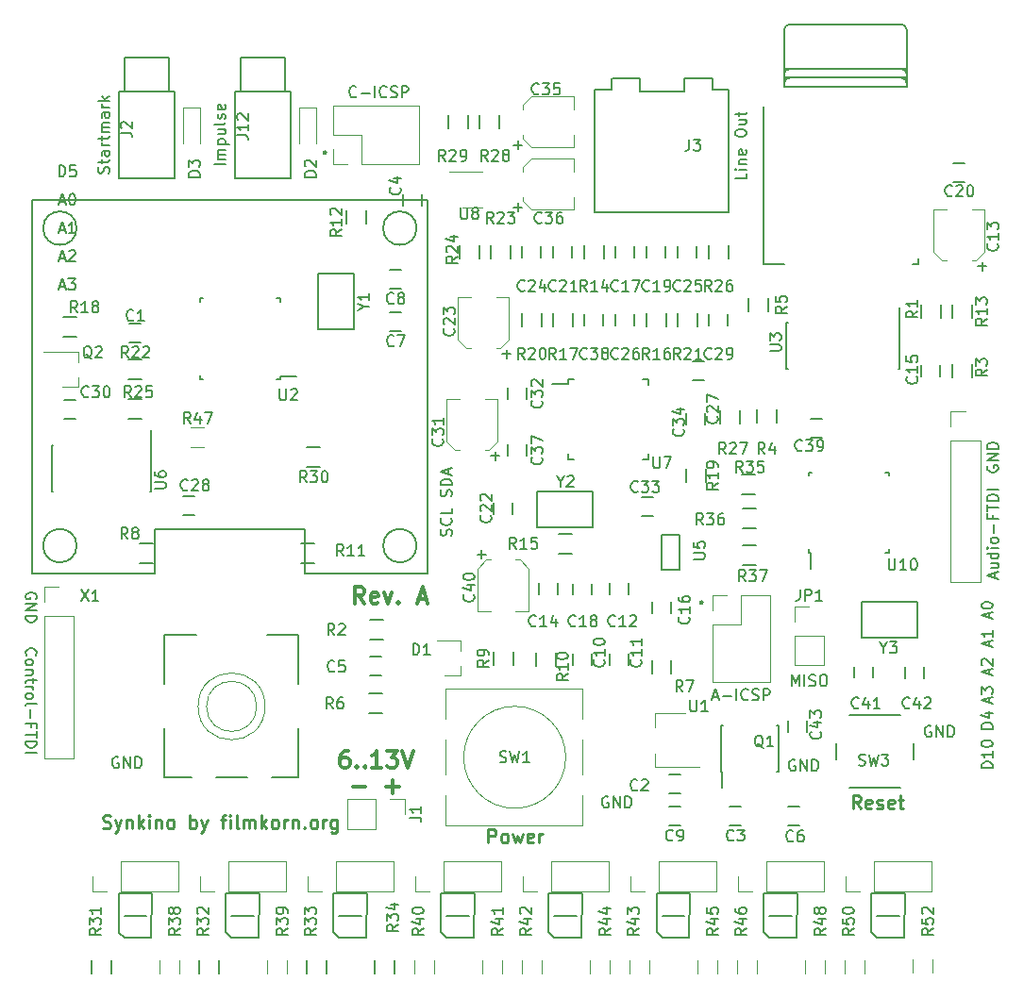
<source format=gto>
%TF.GenerationSoftware,KiCad,Pcbnew,4.0.7*%
%TF.CreationDate,2018-03-17T18:56:23+01:00*%
%TF.ProjectId,Synkino,53796E6B696E6F2E6B696361645F7063,rev?*%
%TF.FileFunction,Legend,Top*%
%FSLAX46Y46*%
G04 Gerber Fmt 4.6, Leading zero omitted, Abs format (unit mm)*
G04 Created by KiCad (PCBNEW 4.0.7) date 2018 March 17, Saturday 18:56:23*
%MOMM*%
%LPD*%
G01*
G04 APERTURE LIST*
%ADD10C,0.100000*%
%ADD11C,0.200000*%
%ADD12C,0.300000*%
%ADD13C,0.250000*%
%ADD14C,0.150000*%
%ADD15C,0.120000*%
%ADD16C,0.127000*%
G04 APERTURE END LIST*
D10*
D11*
X98964763Y-44680190D02*
X98964763Y-44870667D01*
X99012382Y-44870667D02*
X99012382Y-44680190D01*
X99060001Y-44632571D02*
X99060001Y-44918286D01*
X99107620Y-44870667D02*
X99107620Y-44680190D01*
X99155239Y-44680190D02*
X99155239Y-44870667D01*
X98964763Y-44823048D02*
X99060001Y-44918286D01*
X99155239Y-44823048D01*
X98964763Y-44727810D02*
X99060001Y-44632571D01*
X99155239Y-44727810D01*
X98964763Y-44680190D02*
X99060001Y-44632571D01*
X99155239Y-44680190D01*
X99202858Y-44775429D01*
X99155239Y-44870667D01*
X99060001Y-44918286D01*
X98964763Y-44870667D01*
X98917143Y-44775429D01*
X98964763Y-44680190D01*
D12*
X101132001Y-98492571D02*
X100846287Y-98492571D01*
X100703430Y-98564000D01*
X100632001Y-98635429D01*
X100489144Y-98849714D01*
X100417715Y-99135429D01*
X100417715Y-99706857D01*
X100489144Y-99849714D01*
X100560572Y-99921143D01*
X100703430Y-99992571D01*
X100989144Y-99992571D01*
X101132001Y-99921143D01*
X101203430Y-99849714D01*
X101274858Y-99706857D01*
X101274858Y-99349714D01*
X101203430Y-99206857D01*
X101132001Y-99135429D01*
X100989144Y-99064000D01*
X100703430Y-99064000D01*
X100560572Y-99135429D01*
X100489144Y-99206857D01*
X100417715Y-99349714D01*
X101917715Y-99849714D02*
X101989143Y-99921143D01*
X101917715Y-99992571D01*
X101846286Y-99921143D01*
X101917715Y-99849714D01*
X101917715Y-99992571D01*
X102632001Y-99849714D02*
X102703429Y-99921143D01*
X102632001Y-99992571D01*
X102560572Y-99921143D01*
X102632001Y-99849714D01*
X102632001Y-99992571D01*
X104132001Y-99992571D02*
X103274858Y-99992571D01*
X103703430Y-99992571D02*
X103703430Y-98492571D01*
X103560573Y-98706857D01*
X103417715Y-98849714D01*
X103274858Y-98921143D01*
X104632001Y-98492571D02*
X105560572Y-98492571D01*
X105060572Y-99064000D01*
X105274858Y-99064000D01*
X105417715Y-99135429D01*
X105489144Y-99206857D01*
X105560572Y-99349714D01*
X105560572Y-99706857D01*
X105489144Y-99849714D01*
X105417715Y-99921143D01*
X105274858Y-99992571D01*
X104846286Y-99992571D01*
X104703429Y-99921143D01*
X104632001Y-99849714D01*
X105989143Y-98492571D02*
X106489143Y-99992571D01*
X106989143Y-98492571D01*
X101560572Y-101707143D02*
X102703429Y-101707143D01*
X104560572Y-101707143D02*
X105703429Y-101707143D01*
X105132000Y-102278571D02*
X105132000Y-101135714D01*
X102580572Y-85260571D02*
X102080572Y-84546286D01*
X101723429Y-85260571D02*
X101723429Y-83760571D01*
X102294857Y-83760571D01*
X102437715Y-83832000D01*
X102509143Y-83903429D01*
X102580572Y-84046286D01*
X102580572Y-84260571D01*
X102509143Y-84403429D01*
X102437715Y-84474857D01*
X102294857Y-84546286D01*
X101723429Y-84546286D01*
X103794857Y-85189143D02*
X103652000Y-85260571D01*
X103366286Y-85260571D01*
X103223429Y-85189143D01*
X103152000Y-85046286D01*
X103152000Y-84474857D01*
X103223429Y-84332000D01*
X103366286Y-84260571D01*
X103652000Y-84260571D01*
X103794857Y-84332000D01*
X103866286Y-84474857D01*
X103866286Y-84617714D01*
X103152000Y-84760571D01*
X104366286Y-84260571D02*
X104723429Y-85260571D01*
X105080571Y-84260571D01*
X105652000Y-85117714D02*
X105723428Y-85189143D01*
X105652000Y-85260571D01*
X105580571Y-85189143D01*
X105652000Y-85117714D01*
X105652000Y-85260571D01*
X107437714Y-84832000D02*
X108152000Y-84832000D01*
X107294857Y-85260571D02*
X107794857Y-83760571D01*
X108294857Y-85260571D01*
D11*
X101862191Y-39727143D02*
X101814572Y-39774762D01*
X101671715Y-39822381D01*
X101576477Y-39822381D01*
X101433619Y-39774762D01*
X101338381Y-39679524D01*
X101290762Y-39584286D01*
X101243143Y-39393810D01*
X101243143Y-39250952D01*
X101290762Y-39060476D01*
X101338381Y-38965238D01*
X101433619Y-38870000D01*
X101576477Y-38822381D01*
X101671715Y-38822381D01*
X101814572Y-38870000D01*
X101862191Y-38917619D01*
X102290762Y-39441429D02*
X103052667Y-39441429D01*
X103528857Y-39822381D02*
X103528857Y-38822381D01*
X104576476Y-39727143D02*
X104528857Y-39774762D01*
X104386000Y-39822381D01*
X104290762Y-39822381D01*
X104147904Y-39774762D01*
X104052666Y-39679524D01*
X104005047Y-39584286D01*
X103957428Y-39393810D01*
X103957428Y-39250952D01*
X104005047Y-39060476D01*
X104052666Y-38965238D01*
X104147904Y-38870000D01*
X104290762Y-38822381D01*
X104386000Y-38822381D01*
X104528857Y-38870000D01*
X104576476Y-38917619D01*
X104957428Y-39774762D02*
X105100285Y-39822381D01*
X105338381Y-39822381D01*
X105433619Y-39774762D01*
X105481238Y-39727143D01*
X105528857Y-39631905D01*
X105528857Y-39536667D01*
X105481238Y-39441429D01*
X105433619Y-39393810D01*
X105338381Y-39346190D01*
X105147904Y-39298571D01*
X105052666Y-39250952D01*
X105005047Y-39203333D01*
X104957428Y-39108095D01*
X104957428Y-39012857D01*
X105005047Y-38917619D01*
X105052666Y-38870000D01*
X105147904Y-38822381D01*
X105386000Y-38822381D01*
X105528857Y-38870000D01*
X105957428Y-39822381D02*
X105957428Y-38822381D01*
X106338381Y-38822381D01*
X106433619Y-38870000D01*
X106481238Y-38917619D01*
X106528857Y-39012857D01*
X106528857Y-39155714D01*
X106481238Y-39250952D01*
X106433619Y-39298571D01*
X106338381Y-39346190D01*
X105957428Y-39346190D01*
X136850381Y-46648381D02*
X136850381Y-47124572D01*
X135850381Y-47124572D01*
X136850381Y-46315048D02*
X136183714Y-46315048D01*
X135850381Y-46315048D02*
X135898000Y-46362667D01*
X135945619Y-46315048D01*
X135898000Y-46267429D01*
X135850381Y-46315048D01*
X135945619Y-46315048D01*
X136183714Y-45838858D02*
X136850381Y-45838858D01*
X136278952Y-45838858D02*
X136231333Y-45791239D01*
X136183714Y-45696001D01*
X136183714Y-45553143D01*
X136231333Y-45457905D01*
X136326571Y-45410286D01*
X136850381Y-45410286D01*
X136802762Y-44553143D02*
X136850381Y-44648381D01*
X136850381Y-44838858D01*
X136802762Y-44934096D01*
X136707524Y-44981715D01*
X136326571Y-44981715D01*
X136231333Y-44934096D01*
X136183714Y-44838858D01*
X136183714Y-44648381D01*
X136231333Y-44553143D01*
X136326571Y-44505524D01*
X136421810Y-44505524D01*
X136517048Y-44981715D01*
X135850381Y-43124572D02*
X135850381Y-42934095D01*
X135898000Y-42838857D01*
X135993238Y-42743619D01*
X136183714Y-42696000D01*
X136517048Y-42696000D01*
X136707524Y-42743619D01*
X136802762Y-42838857D01*
X136850381Y-42934095D01*
X136850381Y-43124572D01*
X136802762Y-43219810D01*
X136707524Y-43315048D01*
X136517048Y-43362667D01*
X136183714Y-43362667D01*
X135993238Y-43315048D01*
X135898000Y-43219810D01*
X135850381Y-43124572D01*
X136183714Y-41838857D02*
X136850381Y-41838857D01*
X136183714Y-42267429D02*
X136707524Y-42267429D01*
X136802762Y-42219810D01*
X136850381Y-42124572D01*
X136850381Y-41981714D01*
X136802762Y-41886476D01*
X136755143Y-41838857D01*
X136183714Y-41505524D02*
X136183714Y-41124572D01*
X135850381Y-41362667D02*
X136707524Y-41362667D01*
X136802762Y-41315048D01*
X136850381Y-41219810D01*
X136850381Y-41124572D01*
D13*
X79119143Y-105387714D02*
X79290572Y-105444857D01*
X79576286Y-105444857D01*
X79690572Y-105387714D01*
X79747715Y-105330571D01*
X79804858Y-105216286D01*
X79804858Y-105102000D01*
X79747715Y-104987714D01*
X79690572Y-104930571D01*
X79576286Y-104873429D01*
X79347715Y-104816286D01*
X79233429Y-104759143D01*
X79176286Y-104702000D01*
X79119143Y-104587714D01*
X79119143Y-104473429D01*
X79176286Y-104359143D01*
X79233429Y-104302000D01*
X79347715Y-104244857D01*
X79633429Y-104244857D01*
X79804858Y-104302000D01*
X80204858Y-104644857D02*
X80490572Y-105444857D01*
X80776286Y-104644857D02*
X80490572Y-105444857D01*
X80376286Y-105730571D01*
X80319143Y-105787714D01*
X80204858Y-105844857D01*
X81233429Y-104644857D02*
X81233429Y-105444857D01*
X81233429Y-104759143D02*
X81290572Y-104702000D01*
X81404858Y-104644857D01*
X81576286Y-104644857D01*
X81690572Y-104702000D01*
X81747715Y-104816286D01*
X81747715Y-105444857D01*
X82319143Y-105444857D02*
X82319143Y-104244857D01*
X82433429Y-104987714D02*
X82776286Y-105444857D01*
X82776286Y-104644857D02*
X82319143Y-105102000D01*
X83290572Y-105444857D02*
X83290572Y-104644857D01*
X83290572Y-104244857D02*
X83233429Y-104302000D01*
X83290572Y-104359143D01*
X83347715Y-104302000D01*
X83290572Y-104244857D01*
X83290572Y-104359143D01*
X83862001Y-104644857D02*
X83862001Y-105444857D01*
X83862001Y-104759143D02*
X83919144Y-104702000D01*
X84033430Y-104644857D01*
X84204858Y-104644857D01*
X84319144Y-104702000D01*
X84376287Y-104816286D01*
X84376287Y-105444857D01*
X85119144Y-105444857D02*
X85004858Y-105387714D01*
X84947715Y-105330571D01*
X84890572Y-105216286D01*
X84890572Y-104873429D01*
X84947715Y-104759143D01*
X85004858Y-104702000D01*
X85119144Y-104644857D01*
X85290572Y-104644857D01*
X85404858Y-104702000D01*
X85462001Y-104759143D01*
X85519144Y-104873429D01*
X85519144Y-105216286D01*
X85462001Y-105330571D01*
X85404858Y-105387714D01*
X85290572Y-105444857D01*
X85119144Y-105444857D01*
X86947715Y-105444857D02*
X86947715Y-104244857D01*
X86947715Y-104702000D02*
X87062001Y-104644857D01*
X87290572Y-104644857D01*
X87404858Y-104702000D01*
X87462001Y-104759143D01*
X87519144Y-104873429D01*
X87519144Y-105216286D01*
X87462001Y-105330571D01*
X87404858Y-105387714D01*
X87290572Y-105444857D01*
X87062001Y-105444857D01*
X86947715Y-105387714D01*
X87919144Y-104644857D02*
X88204858Y-105444857D01*
X88490572Y-104644857D02*
X88204858Y-105444857D01*
X88090572Y-105730571D01*
X88033429Y-105787714D01*
X87919144Y-105844857D01*
X89690573Y-104644857D02*
X90147716Y-104644857D01*
X89862001Y-105444857D02*
X89862001Y-104416286D01*
X89919144Y-104302000D01*
X90033430Y-104244857D01*
X90147716Y-104244857D01*
X90547715Y-105444857D02*
X90547715Y-104644857D01*
X90547715Y-104244857D02*
X90490572Y-104302000D01*
X90547715Y-104359143D01*
X90604858Y-104302000D01*
X90547715Y-104244857D01*
X90547715Y-104359143D01*
X91290573Y-105444857D02*
X91176287Y-105387714D01*
X91119144Y-105273429D01*
X91119144Y-104244857D01*
X91747715Y-105444857D02*
X91747715Y-104644857D01*
X91747715Y-104759143D02*
X91804858Y-104702000D01*
X91919144Y-104644857D01*
X92090572Y-104644857D01*
X92204858Y-104702000D01*
X92262001Y-104816286D01*
X92262001Y-105444857D01*
X92262001Y-104816286D02*
X92319144Y-104702000D01*
X92433430Y-104644857D01*
X92604858Y-104644857D01*
X92719144Y-104702000D01*
X92776287Y-104816286D01*
X92776287Y-105444857D01*
X93347715Y-105444857D02*
X93347715Y-104244857D01*
X93462001Y-104987714D02*
X93804858Y-105444857D01*
X93804858Y-104644857D02*
X93347715Y-105102000D01*
X94490573Y-105444857D02*
X94376287Y-105387714D01*
X94319144Y-105330571D01*
X94262001Y-105216286D01*
X94262001Y-104873429D01*
X94319144Y-104759143D01*
X94376287Y-104702000D01*
X94490573Y-104644857D01*
X94662001Y-104644857D01*
X94776287Y-104702000D01*
X94833430Y-104759143D01*
X94890573Y-104873429D01*
X94890573Y-105216286D01*
X94833430Y-105330571D01*
X94776287Y-105387714D01*
X94662001Y-105444857D01*
X94490573Y-105444857D01*
X95404858Y-105444857D02*
X95404858Y-104644857D01*
X95404858Y-104873429D02*
X95462001Y-104759143D01*
X95519144Y-104702000D01*
X95633430Y-104644857D01*
X95747715Y-104644857D01*
X96147715Y-104644857D02*
X96147715Y-105444857D01*
X96147715Y-104759143D02*
X96204858Y-104702000D01*
X96319144Y-104644857D01*
X96490572Y-104644857D01*
X96604858Y-104702000D01*
X96662001Y-104816286D01*
X96662001Y-105444857D01*
X97233429Y-105330571D02*
X97290572Y-105387714D01*
X97233429Y-105444857D01*
X97176286Y-105387714D01*
X97233429Y-105330571D01*
X97233429Y-105444857D01*
X97976287Y-105444857D02*
X97862001Y-105387714D01*
X97804858Y-105330571D01*
X97747715Y-105216286D01*
X97747715Y-104873429D01*
X97804858Y-104759143D01*
X97862001Y-104702000D01*
X97976287Y-104644857D01*
X98147715Y-104644857D01*
X98262001Y-104702000D01*
X98319144Y-104759143D01*
X98376287Y-104873429D01*
X98376287Y-105216286D01*
X98319144Y-105330571D01*
X98262001Y-105387714D01*
X98147715Y-105444857D01*
X97976287Y-105444857D01*
X98890572Y-105444857D02*
X98890572Y-104644857D01*
X98890572Y-104873429D02*
X98947715Y-104759143D01*
X99004858Y-104702000D01*
X99119144Y-104644857D01*
X99233429Y-104644857D01*
X100147715Y-104644857D02*
X100147715Y-105616286D01*
X100090572Y-105730571D01*
X100033429Y-105787714D01*
X99919144Y-105844857D01*
X99747715Y-105844857D01*
X99633429Y-105787714D01*
X100147715Y-105387714D02*
X100033429Y-105444857D01*
X99804858Y-105444857D01*
X99690572Y-105387714D01*
X99633429Y-105330571D01*
X99576286Y-105216286D01*
X99576286Y-104873429D01*
X99633429Y-104759143D01*
X99690572Y-104702000D01*
X99804858Y-104644857D01*
X100033429Y-104644857D01*
X100147715Y-104702000D01*
D11*
X73144000Y-84836096D02*
X73191619Y-84740858D01*
X73191619Y-84598001D01*
X73144000Y-84455143D01*
X73048762Y-84359905D01*
X72953524Y-84312286D01*
X72763048Y-84264667D01*
X72620190Y-84264667D01*
X72429714Y-84312286D01*
X72334476Y-84359905D01*
X72239238Y-84455143D01*
X72191619Y-84598001D01*
X72191619Y-84693239D01*
X72239238Y-84836096D01*
X72286857Y-84883715D01*
X72620190Y-84883715D01*
X72620190Y-84693239D01*
X72191619Y-85312286D02*
X73191619Y-85312286D01*
X72191619Y-85883715D01*
X73191619Y-85883715D01*
X72191619Y-86359905D02*
X73191619Y-86359905D01*
X73191619Y-86598000D01*
X73144000Y-86740858D01*
X73048762Y-86836096D01*
X72953524Y-86883715D01*
X72763048Y-86931334D01*
X72620190Y-86931334D01*
X72429714Y-86883715D01*
X72334476Y-86836096D01*
X72239238Y-86740858D01*
X72191619Y-86598000D01*
X72191619Y-86359905D01*
X72286857Y-89908571D02*
X72239238Y-89860952D01*
X72191619Y-89718095D01*
X72191619Y-89622857D01*
X72239238Y-89479999D01*
X72334476Y-89384761D01*
X72429714Y-89337142D01*
X72620190Y-89289523D01*
X72763048Y-89289523D01*
X72953524Y-89337142D01*
X73048762Y-89384761D01*
X73144000Y-89479999D01*
X73191619Y-89622857D01*
X73191619Y-89718095D01*
X73144000Y-89860952D01*
X73096381Y-89908571D01*
X72191619Y-90479999D02*
X72239238Y-90384761D01*
X72286857Y-90337142D01*
X72382095Y-90289523D01*
X72667810Y-90289523D01*
X72763048Y-90337142D01*
X72810667Y-90384761D01*
X72858286Y-90479999D01*
X72858286Y-90622857D01*
X72810667Y-90718095D01*
X72763048Y-90765714D01*
X72667810Y-90813333D01*
X72382095Y-90813333D01*
X72286857Y-90765714D01*
X72239238Y-90718095D01*
X72191619Y-90622857D01*
X72191619Y-90479999D01*
X72858286Y-91241904D02*
X72191619Y-91241904D01*
X72763048Y-91241904D02*
X72810667Y-91289523D01*
X72858286Y-91384761D01*
X72858286Y-91527619D01*
X72810667Y-91622857D01*
X72715429Y-91670476D01*
X72191619Y-91670476D01*
X72858286Y-92003809D02*
X72858286Y-92384761D01*
X73191619Y-92146666D02*
X72334476Y-92146666D01*
X72239238Y-92194285D01*
X72191619Y-92289523D01*
X72191619Y-92384761D01*
X72191619Y-92718095D02*
X72858286Y-92718095D01*
X72667810Y-92718095D02*
X72763048Y-92765714D01*
X72810667Y-92813333D01*
X72858286Y-92908571D01*
X72858286Y-93003810D01*
X72191619Y-93480000D02*
X72239238Y-93384762D01*
X72286857Y-93337143D01*
X72382095Y-93289524D01*
X72667810Y-93289524D01*
X72763048Y-93337143D01*
X72810667Y-93384762D01*
X72858286Y-93480000D01*
X72858286Y-93622858D01*
X72810667Y-93718096D01*
X72763048Y-93765715D01*
X72667810Y-93813334D01*
X72382095Y-93813334D01*
X72286857Y-93765715D01*
X72239238Y-93718096D01*
X72191619Y-93622858D01*
X72191619Y-93480000D01*
X72191619Y-94384762D02*
X72239238Y-94289524D01*
X72334476Y-94241905D01*
X73191619Y-94241905D01*
X72572571Y-94765715D02*
X72572571Y-95527620D01*
X72715429Y-96337144D02*
X72715429Y-96003810D01*
X72191619Y-96003810D02*
X73191619Y-96003810D01*
X73191619Y-96480001D01*
X73191619Y-96718096D02*
X73191619Y-97289525D01*
X72191619Y-97003810D02*
X73191619Y-97003810D01*
X72191619Y-97622858D02*
X73191619Y-97622858D01*
X73191619Y-97860953D01*
X73144000Y-98003811D01*
X73048762Y-98099049D01*
X72953524Y-98146668D01*
X72763048Y-98194287D01*
X72620190Y-98194287D01*
X72429714Y-98146668D01*
X72334476Y-98099049D01*
X72239238Y-98003811D01*
X72191619Y-97860953D01*
X72191619Y-97622858D01*
X72191619Y-98622858D02*
X73191619Y-98622858D01*
X132746763Y-85066190D02*
X132746763Y-85256667D01*
X132794382Y-85256667D02*
X132794382Y-85066190D01*
X132842001Y-85018571D02*
X132842001Y-85304286D01*
X132889620Y-85256667D02*
X132889620Y-85066190D01*
X132937239Y-85066190D02*
X132937239Y-85256667D01*
X132746763Y-85209048D02*
X132842001Y-85304286D01*
X132937239Y-85209048D01*
X132746763Y-85113810D02*
X132842001Y-85018571D01*
X132937239Y-85113810D01*
X132746763Y-85066190D02*
X132842001Y-85018571D01*
X132937239Y-85066190D01*
X132984858Y-85161429D01*
X132937239Y-85256667D01*
X132842001Y-85304286D01*
X132746763Y-85256667D01*
X132699143Y-85161429D01*
X132746763Y-85066190D01*
X133826572Y-93638667D02*
X134302763Y-93638667D01*
X133731334Y-93924381D02*
X134064667Y-92924381D01*
X134398001Y-93924381D01*
X134731334Y-93543429D02*
X135493239Y-93543429D01*
X135969429Y-93924381D02*
X135969429Y-92924381D01*
X137017048Y-93829143D02*
X136969429Y-93876762D01*
X136826572Y-93924381D01*
X136731334Y-93924381D01*
X136588476Y-93876762D01*
X136493238Y-93781524D01*
X136445619Y-93686286D01*
X136398000Y-93495810D01*
X136398000Y-93352952D01*
X136445619Y-93162476D01*
X136493238Y-93067238D01*
X136588476Y-92972000D01*
X136731334Y-92924381D01*
X136826572Y-92924381D01*
X136969429Y-92972000D01*
X137017048Y-93019619D01*
X137398000Y-93876762D02*
X137540857Y-93924381D01*
X137778953Y-93924381D01*
X137874191Y-93876762D01*
X137921810Y-93829143D01*
X137969429Y-93733905D01*
X137969429Y-93638667D01*
X137921810Y-93543429D01*
X137874191Y-93495810D01*
X137778953Y-93448190D01*
X137588476Y-93400571D01*
X137493238Y-93352952D01*
X137445619Y-93305333D01*
X137398000Y-93210095D01*
X137398000Y-93114857D01*
X137445619Y-93019619D01*
X137493238Y-92972000D01*
X137588476Y-92924381D01*
X137826572Y-92924381D01*
X137969429Y-92972000D01*
X138398000Y-93924381D02*
X138398000Y-92924381D01*
X138778953Y-92924381D01*
X138874191Y-92972000D01*
X138921810Y-93019619D01*
X138969429Y-93114857D01*
X138969429Y-93257714D01*
X138921810Y-93352952D01*
X138874191Y-93400571D01*
X138778953Y-93448190D01*
X138398000Y-93448190D01*
X140922572Y-92654381D02*
X140922572Y-91654381D01*
X141255906Y-92368667D01*
X141589239Y-91654381D01*
X141589239Y-92654381D01*
X142065429Y-92654381D02*
X142065429Y-91654381D01*
X142494000Y-92606762D02*
X142636857Y-92654381D01*
X142874953Y-92654381D01*
X142970191Y-92606762D01*
X143017810Y-92559143D01*
X143065429Y-92463905D01*
X143065429Y-92368667D01*
X143017810Y-92273429D01*
X142970191Y-92225810D01*
X142874953Y-92178190D01*
X142684476Y-92130571D01*
X142589238Y-92082952D01*
X142541619Y-92035333D01*
X142494000Y-91940095D01*
X142494000Y-91844857D01*
X142541619Y-91749619D01*
X142589238Y-91702000D01*
X142684476Y-91654381D01*
X142922572Y-91654381D01*
X143065429Y-91702000D01*
X143684476Y-91654381D02*
X143874953Y-91654381D01*
X143970191Y-91702000D01*
X144065429Y-91797238D01*
X144113048Y-91987714D01*
X144113048Y-92321048D01*
X144065429Y-92511524D01*
X143970191Y-92606762D01*
X143874953Y-92654381D01*
X143684476Y-92654381D01*
X143589238Y-92606762D01*
X143494000Y-92511524D01*
X143446381Y-92321048D01*
X143446381Y-91987714D01*
X143494000Y-91797238D01*
X143589238Y-91702000D01*
X143684476Y-91654381D01*
X90114381Y-45846667D02*
X89114381Y-45846667D01*
X90114381Y-45370477D02*
X89447714Y-45370477D01*
X89542952Y-45370477D02*
X89495333Y-45322858D01*
X89447714Y-45227620D01*
X89447714Y-45084762D01*
X89495333Y-44989524D01*
X89590571Y-44941905D01*
X90114381Y-44941905D01*
X89590571Y-44941905D02*
X89495333Y-44894286D01*
X89447714Y-44799048D01*
X89447714Y-44656191D01*
X89495333Y-44560953D01*
X89590571Y-44513334D01*
X90114381Y-44513334D01*
X89447714Y-44037144D02*
X90447714Y-44037144D01*
X89495333Y-44037144D02*
X89447714Y-43941906D01*
X89447714Y-43751429D01*
X89495333Y-43656191D01*
X89542952Y-43608572D01*
X89638190Y-43560953D01*
X89923905Y-43560953D01*
X90019143Y-43608572D01*
X90066762Y-43656191D01*
X90114381Y-43751429D01*
X90114381Y-43941906D01*
X90066762Y-44037144D01*
X89447714Y-42703810D02*
X90114381Y-42703810D01*
X89447714Y-43132382D02*
X89971524Y-43132382D01*
X90066762Y-43084763D01*
X90114381Y-42989525D01*
X90114381Y-42846667D01*
X90066762Y-42751429D01*
X90019143Y-42703810D01*
X90114381Y-42084763D02*
X90066762Y-42180001D01*
X89971524Y-42227620D01*
X89114381Y-42227620D01*
X90066762Y-41751429D02*
X90114381Y-41656191D01*
X90114381Y-41465715D01*
X90066762Y-41370476D01*
X89971524Y-41322857D01*
X89923905Y-41322857D01*
X89828667Y-41370476D01*
X89781048Y-41465715D01*
X89781048Y-41608572D01*
X89733429Y-41703810D01*
X89638190Y-41751429D01*
X89590571Y-41751429D01*
X89495333Y-41703810D01*
X89447714Y-41608572D01*
X89447714Y-41465715D01*
X89495333Y-41370476D01*
X90066762Y-40513333D02*
X90114381Y-40608571D01*
X90114381Y-40799048D01*
X90066762Y-40894286D01*
X89971524Y-40941905D01*
X89590571Y-40941905D01*
X89495333Y-40894286D01*
X89447714Y-40799048D01*
X89447714Y-40608571D01*
X89495333Y-40513333D01*
X89590571Y-40465714D01*
X89685810Y-40465714D01*
X89781048Y-40941905D01*
X79652762Y-46632382D02*
X79700381Y-46489525D01*
X79700381Y-46251429D01*
X79652762Y-46156191D01*
X79605143Y-46108572D01*
X79509905Y-46060953D01*
X79414667Y-46060953D01*
X79319429Y-46108572D01*
X79271810Y-46156191D01*
X79224190Y-46251429D01*
X79176571Y-46441906D01*
X79128952Y-46537144D01*
X79081333Y-46584763D01*
X78986095Y-46632382D01*
X78890857Y-46632382D01*
X78795619Y-46584763D01*
X78748000Y-46537144D01*
X78700381Y-46441906D01*
X78700381Y-46203810D01*
X78748000Y-46060953D01*
X79033714Y-45775239D02*
X79033714Y-45394287D01*
X78700381Y-45632382D02*
X79557524Y-45632382D01*
X79652762Y-45584763D01*
X79700381Y-45489525D01*
X79700381Y-45394287D01*
X79700381Y-44632381D02*
X79176571Y-44632381D01*
X79081333Y-44680000D01*
X79033714Y-44775238D01*
X79033714Y-44965715D01*
X79081333Y-45060953D01*
X79652762Y-44632381D02*
X79700381Y-44727619D01*
X79700381Y-44965715D01*
X79652762Y-45060953D01*
X79557524Y-45108572D01*
X79462286Y-45108572D01*
X79367048Y-45060953D01*
X79319429Y-44965715D01*
X79319429Y-44727619D01*
X79271810Y-44632381D01*
X79700381Y-44156191D02*
X79033714Y-44156191D01*
X79224190Y-44156191D02*
X79128952Y-44108572D01*
X79081333Y-44060953D01*
X79033714Y-43965715D01*
X79033714Y-43870476D01*
X79033714Y-43680000D02*
X79033714Y-43299048D01*
X78700381Y-43537143D02*
X79557524Y-43537143D01*
X79652762Y-43489524D01*
X79700381Y-43394286D01*
X79700381Y-43299048D01*
X79700381Y-42965714D02*
X79033714Y-42965714D01*
X79128952Y-42965714D02*
X79081333Y-42918095D01*
X79033714Y-42822857D01*
X79033714Y-42679999D01*
X79081333Y-42584761D01*
X79176571Y-42537142D01*
X79700381Y-42537142D01*
X79176571Y-42537142D02*
X79081333Y-42489523D01*
X79033714Y-42394285D01*
X79033714Y-42251428D01*
X79081333Y-42156190D01*
X79176571Y-42108571D01*
X79700381Y-42108571D01*
X79700381Y-41203809D02*
X79176571Y-41203809D01*
X79081333Y-41251428D01*
X79033714Y-41346666D01*
X79033714Y-41537143D01*
X79081333Y-41632381D01*
X79652762Y-41203809D02*
X79700381Y-41299047D01*
X79700381Y-41537143D01*
X79652762Y-41632381D01*
X79557524Y-41680000D01*
X79462286Y-41680000D01*
X79367048Y-41632381D01*
X79319429Y-41537143D01*
X79319429Y-41299047D01*
X79271810Y-41203809D01*
X79700381Y-40727619D02*
X79033714Y-40727619D01*
X79224190Y-40727619D02*
X79128952Y-40680000D01*
X79081333Y-40632381D01*
X79033714Y-40537143D01*
X79033714Y-40441904D01*
X79700381Y-40108571D02*
X78700381Y-40108571D01*
X79319429Y-40013333D02*
X79700381Y-39727618D01*
X79033714Y-39727618D02*
X79414667Y-40108571D01*
X158504000Y-72897904D02*
X158456381Y-72993142D01*
X158456381Y-73135999D01*
X158504000Y-73278857D01*
X158599238Y-73374095D01*
X158694476Y-73421714D01*
X158884952Y-73469333D01*
X159027810Y-73469333D01*
X159218286Y-73421714D01*
X159313524Y-73374095D01*
X159408762Y-73278857D01*
X159456381Y-73135999D01*
X159456381Y-73040761D01*
X159408762Y-72897904D01*
X159361143Y-72850285D01*
X159027810Y-72850285D01*
X159027810Y-73040761D01*
X159456381Y-72421714D02*
X158456381Y-72421714D01*
X159456381Y-71850285D01*
X158456381Y-71850285D01*
X159456381Y-71374095D02*
X158456381Y-71374095D01*
X158456381Y-71136000D01*
X158504000Y-70993142D01*
X158599238Y-70897904D01*
X158694476Y-70850285D01*
X158884952Y-70802666D01*
X159027810Y-70802666D01*
X159218286Y-70850285D01*
X159313524Y-70897904D01*
X159408762Y-70993142D01*
X159456381Y-71136000D01*
X159456381Y-71374095D01*
X159170667Y-82994000D02*
X159170667Y-82517809D01*
X159456381Y-83089238D02*
X158456381Y-82755905D01*
X159456381Y-82422571D01*
X158789714Y-81660666D02*
X159456381Y-81660666D01*
X158789714Y-82089238D02*
X159313524Y-82089238D01*
X159408762Y-82041619D01*
X159456381Y-81946381D01*
X159456381Y-81803523D01*
X159408762Y-81708285D01*
X159361143Y-81660666D01*
X159456381Y-80755904D02*
X158456381Y-80755904D01*
X159408762Y-80755904D02*
X159456381Y-80851142D01*
X159456381Y-81041619D01*
X159408762Y-81136857D01*
X159361143Y-81184476D01*
X159265905Y-81232095D01*
X158980190Y-81232095D01*
X158884952Y-81184476D01*
X158837333Y-81136857D01*
X158789714Y-81041619D01*
X158789714Y-80851142D01*
X158837333Y-80755904D01*
X159456381Y-80279714D02*
X158789714Y-80279714D01*
X158456381Y-80279714D02*
X158504000Y-80327333D01*
X158551619Y-80279714D01*
X158504000Y-80232095D01*
X158456381Y-80279714D01*
X158551619Y-80279714D01*
X159456381Y-79660667D02*
X159408762Y-79755905D01*
X159361143Y-79803524D01*
X159265905Y-79851143D01*
X158980190Y-79851143D01*
X158884952Y-79803524D01*
X158837333Y-79755905D01*
X158789714Y-79660667D01*
X158789714Y-79517809D01*
X158837333Y-79422571D01*
X158884952Y-79374952D01*
X158980190Y-79327333D01*
X159265905Y-79327333D01*
X159361143Y-79374952D01*
X159408762Y-79422571D01*
X159456381Y-79517809D01*
X159456381Y-79660667D01*
X159075429Y-78898762D02*
X159075429Y-78136857D01*
X158932571Y-77327333D02*
X158932571Y-77660667D01*
X159456381Y-77660667D02*
X158456381Y-77660667D01*
X158456381Y-77184476D01*
X158456381Y-76946381D02*
X158456381Y-76374952D01*
X159456381Y-76660667D02*
X158456381Y-76660667D01*
X159456381Y-76041619D02*
X158456381Y-76041619D01*
X158456381Y-75803524D01*
X158504000Y-75660666D01*
X158599238Y-75565428D01*
X158694476Y-75517809D01*
X158884952Y-75470190D01*
X159027810Y-75470190D01*
X159218286Y-75517809D01*
X159313524Y-75565428D01*
X159408762Y-75660666D01*
X159456381Y-75803524D01*
X159456381Y-76041619D01*
X159456381Y-75041619D02*
X158456381Y-75041619D01*
D13*
X113706572Y-106714857D02*
X113706572Y-105514857D01*
X114163715Y-105514857D01*
X114278001Y-105572000D01*
X114335144Y-105629143D01*
X114392287Y-105743429D01*
X114392287Y-105914857D01*
X114335144Y-106029143D01*
X114278001Y-106086286D01*
X114163715Y-106143429D01*
X113706572Y-106143429D01*
X115078001Y-106714857D02*
X114963715Y-106657714D01*
X114906572Y-106600571D01*
X114849429Y-106486286D01*
X114849429Y-106143429D01*
X114906572Y-106029143D01*
X114963715Y-105972000D01*
X115078001Y-105914857D01*
X115249429Y-105914857D01*
X115363715Y-105972000D01*
X115420858Y-106029143D01*
X115478001Y-106143429D01*
X115478001Y-106486286D01*
X115420858Y-106600571D01*
X115363715Y-106657714D01*
X115249429Y-106714857D01*
X115078001Y-106714857D01*
X115878001Y-105914857D02*
X116106572Y-106714857D01*
X116335143Y-106143429D01*
X116563715Y-106714857D01*
X116792286Y-105914857D01*
X117706572Y-106657714D02*
X117592286Y-106714857D01*
X117363715Y-106714857D01*
X117249429Y-106657714D01*
X117192286Y-106543429D01*
X117192286Y-106086286D01*
X117249429Y-105972000D01*
X117363715Y-105914857D01*
X117592286Y-105914857D01*
X117706572Y-105972000D01*
X117763715Y-106086286D01*
X117763715Y-106200571D01*
X117192286Y-106314857D01*
X118278000Y-106714857D02*
X118278000Y-105914857D01*
X118278000Y-106143429D02*
X118335143Y-106029143D01*
X118392286Y-105972000D01*
X118506572Y-105914857D01*
X118620857Y-105914857D01*
X147104287Y-103666857D02*
X146704287Y-103095429D01*
X146418572Y-103666857D02*
X146418572Y-102466857D01*
X146875715Y-102466857D01*
X146990001Y-102524000D01*
X147047144Y-102581143D01*
X147104287Y-102695429D01*
X147104287Y-102866857D01*
X147047144Y-102981143D01*
X146990001Y-103038286D01*
X146875715Y-103095429D01*
X146418572Y-103095429D01*
X148075715Y-103609714D02*
X147961429Y-103666857D01*
X147732858Y-103666857D01*
X147618572Y-103609714D01*
X147561429Y-103495429D01*
X147561429Y-103038286D01*
X147618572Y-102924000D01*
X147732858Y-102866857D01*
X147961429Y-102866857D01*
X148075715Y-102924000D01*
X148132858Y-103038286D01*
X148132858Y-103152571D01*
X147561429Y-103266857D01*
X148590000Y-103609714D02*
X148704286Y-103666857D01*
X148932858Y-103666857D01*
X149047143Y-103609714D01*
X149104286Y-103495429D01*
X149104286Y-103438286D01*
X149047143Y-103324000D01*
X148932858Y-103266857D01*
X148761429Y-103266857D01*
X148647143Y-103209714D01*
X148590000Y-103095429D01*
X148590000Y-103038286D01*
X148647143Y-102924000D01*
X148761429Y-102866857D01*
X148932858Y-102866857D01*
X149047143Y-102924000D01*
X150075715Y-103609714D02*
X149961429Y-103666857D01*
X149732858Y-103666857D01*
X149618572Y-103609714D01*
X149561429Y-103495429D01*
X149561429Y-103038286D01*
X149618572Y-102924000D01*
X149732858Y-102866857D01*
X149961429Y-102866857D01*
X150075715Y-102924000D01*
X150132858Y-103038286D01*
X150132858Y-103152571D01*
X149561429Y-103266857D01*
X150475715Y-102866857D02*
X150932858Y-102866857D01*
X150647143Y-102466857D02*
X150647143Y-103495429D01*
X150704286Y-103609714D01*
X150818572Y-103666857D01*
X150932858Y-103666857D01*
D14*
X150638000Y-95266000D02*
X146138000Y-95266000D01*
X151888000Y-99266000D02*
X151888000Y-97766000D01*
X146138000Y-101766000D02*
X150638000Y-101766000D01*
X144888000Y-97766000D02*
X144888000Y-99266000D01*
X81542000Y-61810000D02*
X82542000Y-61810000D01*
X82542000Y-60110000D02*
X81542000Y-60110000D01*
X130940000Y-100611000D02*
X129940000Y-100611000D01*
X129940000Y-102311000D02*
X130940000Y-102311000D01*
X136366000Y-103471000D02*
X135366000Y-103471000D01*
X135366000Y-105171000D02*
X136366000Y-105171000D01*
X107784000Y-49522000D02*
X107784000Y-48522000D01*
X106084000Y-48522000D02*
X106084000Y-49522000D01*
X103127000Y-91730000D02*
X104127000Y-91730000D01*
X104127000Y-90030000D02*
X103127000Y-90030000D01*
X140576000Y-105171000D02*
X141576000Y-105171000D01*
X141576000Y-103471000D02*
X140576000Y-103471000D01*
X104910000Y-60794000D02*
X105910000Y-60794000D01*
X105910000Y-59094000D02*
X104910000Y-59094000D01*
X104890000Y-56984000D02*
X105890000Y-56984000D01*
X105890000Y-55284000D02*
X104890000Y-55284000D01*
X130946000Y-103461000D02*
X129946000Y-103461000D01*
X129946000Y-105161000D02*
X130946000Y-105161000D01*
X123024000Y-90777000D02*
X123024000Y-89777000D01*
X121324000Y-89777000D02*
X121324000Y-90777000D01*
X126326000Y-90765000D02*
X126326000Y-89765000D01*
X124626000Y-89765000D02*
X124626000Y-90765000D01*
X126326000Y-84447000D02*
X126326000Y-83447000D01*
X124626000Y-83447000D02*
X124626000Y-84447000D01*
D15*
X157476000Y-54487000D02*
X157076000Y-54487000D01*
X158246000Y-49907000D02*
X157076000Y-49907000D01*
X153666000Y-49907000D02*
X154836000Y-49907000D01*
X154436000Y-54487000D02*
X154836000Y-54487000D01*
X158246000Y-53717000D02*
X158246000Y-49907000D01*
X158246000Y-53717000D02*
X157476000Y-54487000D01*
X153666000Y-53717000D02*
X153666000Y-49907000D01*
X153666000Y-53717000D02*
X154436000Y-54487000D01*
D14*
X119976000Y-84447000D02*
X119976000Y-83447000D01*
X118276000Y-83447000D02*
X118276000Y-84447000D01*
X154266000Y-64889000D02*
X154266000Y-63889000D01*
X152566000Y-63889000D02*
X152566000Y-64889000D01*
X130136000Y-86098000D02*
X130136000Y-85098000D01*
X128436000Y-85098000D02*
X128436000Y-86098000D01*
X126834000Y-54221000D02*
X126834000Y-53221000D01*
X125134000Y-53221000D02*
X125134000Y-54221000D01*
X123024000Y-84467000D02*
X123024000Y-83467000D01*
X121324000Y-83467000D02*
X121324000Y-84467000D01*
X129628000Y-54221000D02*
X129628000Y-53221000D01*
X127928000Y-53221000D02*
X127928000Y-54221000D01*
X155456000Y-47459000D02*
X156456000Y-47459000D01*
X156456000Y-45759000D02*
X155456000Y-45759000D01*
X121246000Y-54221000D02*
X121246000Y-53221000D01*
X119546000Y-53221000D02*
X119546000Y-54221000D01*
X114212000Y-76208000D02*
X114212000Y-77208000D01*
X115912000Y-77208000D02*
X115912000Y-76208000D01*
D15*
X114804000Y-62361000D02*
X114404000Y-62361000D01*
X115574000Y-57781000D02*
X114404000Y-57781000D01*
X110994000Y-57781000D02*
X112164000Y-57781000D01*
X111764000Y-62361000D02*
X112164000Y-62361000D01*
X115574000Y-61591000D02*
X115574000Y-57781000D01*
X115574000Y-61591000D02*
X114804000Y-62361000D01*
X110994000Y-61591000D02*
X110994000Y-57781000D01*
X110994000Y-61591000D02*
X111764000Y-62361000D01*
D14*
X116752000Y-53221000D02*
X116752000Y-54221000D01*
X118452000Y-54221000D02*
X118452000Y-53221000D01*
X130722000Y-53221000D02*
X130722000Y-54221000D01*
X132422000Y-54221000D02*
X132422000Y-53221000D01*
X126834000Y-60317000D02*
X126834000Y-59317000D01*
X125134000Y-59317000D02*
X125134000Y-60317000D01*
X133088000Y-63539000D02*
X132088000Y-63539000D01*
X132088000Y-65239000D02*
X133088000Y-65239000D01*
X86368000Y-77304000D02*
X87368000Y-77304000D01*
X87368000Y-75604000D02*
X86368000Y-75604000D01*
X135216000Y-60317000D02*
X135216000Y-59317000D01*
X133516000Y-59317000D02*
X133516000Y-60317000D01*
X75700000Y-68668000D02*
X76700000Y-68668000D01*
X76700000Y-66968000D02*
X75700000Y-66968000D01*
D15*
X113788000Y-71505000D02*
X113388000Y-71505000D01*
X114558000Y-66925000D02*
X113388000Y-66925000D01*
X109978000Y-66925000D02*
X111148000Y-66925000D01*
X110748000Y-71505000D02*
X111148000Y-71505000D01*
X114558000Y-70735000D02*
X114558000Y-66925000D01*
X114558000Y-70735000D02*
X113788000Y-71505000D01*
X109978000Y-70735000D02*
X109978000Y-66925000D01*
X109978000Y-70735000D02*
X110748000Y-71505000D01*
D14*
X115482000Y-65921000D02*
X115482000Y-66921000D01*
X117182000Y-66921000D02*
X117182000Y-65921000D01*
X127516000Y-77431000D02*
X128516000Y-77431000D01*
X128516000Y-75731000D02*
X127516000Y-75731000D01*
X131484000Y-68207000D02*
X131484000Y-69207000D01*
X133184000Y-69207000D02*
X133184000Y-68207000D01*
D15*
X116836000Y-43557000D02*
X116836000Y-43157000D01*
X121416000Y-44327000D02*
X121416000Y-43157000D01*
X121416000Y-39747000D02*
X121416000Y-40917000D01*
X116836000Y-40517000D02*
X116836000Y-40917000D01*
X117606000Y-44327000D02*
X121416000Y-44327000D01*
X117606000Y-44327000D02*
X116836000Y-43557000D01*
X117606000Y-39747000D02*
X121416000Y-39747000D01*
X117606000Y-39747000D02*
X116836000Y-40517000D01*
X116836000Y-49145000D02*
X116836000Y-48745000D01*
X121416000Y-49915000D02*
X121416000Y-48745000D01*
X121416000Y-45335000D02*
X121416000Y-46505000D01*
X116836000Y-46105000D02*
X116836000Y-46505000D01*
X117606000Y-49915000D02*
X121416000Y-49915000D01*
X117606000Y-49915000D02*
X116836000Y-49145000D01*
X117606000Y-45335000D02*
X121416000Y-45335000D01*
X117606000Y-45335000D02*
X116836000Y-46105000D01*
D14*
X115482000Y-71001000D02*
X115482000Y-72001000D01*
X117182000Y-72001000D02*
X117182000Y-71001000D01*
X122340000Y-59317000D02*
X122340000Y-60317000D01*
X124040000Y-60317000D02*
X124040000Y-59317000D01*
X142674000Y-70345000D02*
X143674000Y-70345000D01*
X143674000Y-68645000D02*
X142674000Y-68645000D01*
D15*
X113504000Y-81335000D02*
X113904000Y-81335000D01*
X112734000Y-85915000D02*
X113904000Y-85915000D01*
X117314000Y-85915000D02*
X116144000Y-85915000D01*
X116544000Y-81335000D02*
X116144000Y-81335000D01*
X112734000Y-82105000D02*
X112734000Y-85915000D01*
X112734000Y-82105000D02*
X113504000Y-81335000D01*
X117314000Y-82105000D02*
X117314000Y-85915000D01*
X117314000Y-82105000D02*
X116544000Y-81335000D01*
D14*
X146530000Y-90905000D02*
X146530000Y-91905000D01*
X148230000Y-91905000D02*
X148230000Y-90905000D01*
X151102000Y-90925000D02*
X151102000Y-91925000D01*
X152802000Y-91925000D02*
X152802000Y-90925000D01*
X142328000Y-96766000D02*
X142328000Y-95766000D01*
X140628000Y-95766000D02*
X140628000Y-96766000D01*
D15*
X111250000Y-91750000D02*
X111250000Y-90820000D01*
X111250000Y-88590000D02*
X111250000Y-89520000D01*
X111250000Y-88590000D02*
X109090000Y-88590000D01*
X111250000Y-91750000D02*
X109790000Y-91750000D01*
X96786000Y-43926000D02*
X96786000Y-40726000D01*
X98286000Y-40726000D02*
X98286000Y-43926000D01*
X98286000Y-40726000D02*
X96786000Y-40726000D01*
D14*
X123286000Y-50125000D02*
X123286000Y-39125000D01*
X135286000Y-50125000D02*
X123286000Y-50125000D01*
X135286000Y-39125000D02*
X135286000Y-50125000D01*
X131286000Y-39325000D02*
X131286000Y-39025000D01*
X127286000Y-39325000D02*
X127286000Y-39025000D01*
X131286000Y-39325000D02*
X127286000Y-39325000D01*
X127286000Y-38125000D02*
X124886000Y-38125000D01*
X127286000Y-39125000D02*
X127286000Y-38125000D01*
X131286000Y-38125000D02*
X133786000Y-38125000D01*
X131286000Y-39125000D02*
X131286000Y-38125000D01*
X124786000Y-39125000D02*
X123286000Y-39125000D01*
X124786000Y-38125000D02*
X124786000Y-39125000D01*
X133786000Y-39125000D02*
X135286000Y-39125000D01*
X133786000Y-38125000D02*
X133786000Y-39125000D01*
D16*
X140246000Y-38569000D02*
X140246000Y-38069000D01*
X140246000Y-38069000D02*
X140746000Y-38069000D01*
X140746000Y-38069000D02*
X150746000Y-38069000D01*
X150746000Y-38069000D02*
X151246000Y-38069000D01*
X151246000Y-38069000D02*
X151246000Y-38569000D01*
X140246000Y-37769000D02*
X140246000Y-37269000D01*
X140246000Y-37269000D02*
X140746000Y-37269000D01*
X140746000Y-37269000D02*
X150746000Y-37269000D01*
X150746000Y-37269000D02*
X151246000Y-37269000D01*
X151246000Y-37269000D02*
X151246000Y-37769000D01*
X151246000Y-38869000D02*
X140246000Y-38869000D01*
X140746000Y-33269000D02*
X150746000Y-33269000D01*
X140246000Y-38869000D02*
X140246000Y-38569000D01*
X140246000Y-38569000D02*
G75*
G02X140746000Y-38069000I500000J0D01*
G01*
X140246000Y-38069000D02*
X140246000Y-37769000D01*
X140246000Y-37769000D02*
G75*
G02X140746000Y-37269000I500000J0D01*
G01*
X140246000Y-37269000D02*
X140246000Y-33769000D01*
X140246000Y-33769000D02*
G75*
G02X140746000Y-33269000I500000J0D01*
G01*
X151246000Y-38869000D02*
X151246000Y-38569000D01*
X151246000Y-38569000D02*
G75*
G03X150746000Y-38069000I-500000J0D01*
G01*
X151246000Y-38069000D02*
X151246000Y-37769000D01*
X151246000Y-37769000D02*
G75*
G03X150746000Y-37269000I-500000J0D01*
G01*
X151246000Y-37269000D02*
X151246000Y-33769000D01*
X151246000Y-33769000D02*
G75*
G03X150746000Y-33269000I-500000J0D01*
G01*
X151796000Y-54819000D02*
X152246000Y-54819000D01*
X152246000Y-54819000D02*
X152246000Y-54269000D01*
X140246000Y-54819000D02*
X138396000Y-54819000D01*
X138396000Y-54819000D02*
X138396000Y-40669000D01*
D14*
X134585000Y-100373000D02*
X134635000Y-100373000D01*
X134585000Y-96223000D02*
X134730000Y-96223000D01*
X139735000Y-96223000D02*
X139590000Y-96223000D01*
X139735000Y-100373000D02*
X139590000Y-100373000D01*
X134585000Y-100373000D02*
X134585000Y-96223000D01*
X139735000Y-100373000D02*
X139735000Y-96223000D01*
X134635000Y-100373000D02*
X134635000Y-101773000D01*
D15*
X76960000Y-65842000D02*
X76960000Y-64912000D01*
X76960000Y-62682000D02*
X76960000Y-63612000D01*
X76960000Y-62682000D02*
X73800000Y-62682000D01*
X76960000Y-65842000D02*
X75500000Y-65842000D01*
D14*
X157085000Y-58455000D02*
X157085000Y-59655000D01*
X155335000Y-59655000D02*
X155335000Y-58455000D01*
X103052000Y-86755000D02*
X104252000Y-86755000D01*
X104252000Y-88505000D02*
X103052000Y-88505000D01*
X157085000Y-63789000D02*
X157085000Y-64989000D01*
X155335000Y-64989000D02*
X155335000Y-63789000D01*
X137809000Y-69053000D02*
X137809000Y-67853000D01*
X139559000Y-67853000D02*
X139559000Y-69053000D01*
X137047000Y-59020000D02*
X137047000Y-57820000D01*
X138797000Y-57820000D02*
X138797000Y-59020000D01*
X103032000Y-93359000D02*
X104232000Y-93359000D01*
X104232000Y-95109000D02*
X103032000Y-95109000D01*
X128389000Y-91575000D02*
X128389000Y-90375000D01*
X130139000Y-90375000D02*
X130139000Y-91575000D01*
X82458000Y-79897000D02*
X83658000Y-79897000D01*
X83658000Y-81647000D02*
X82458000Y-81647000D01*
X114187000Y-90770000D02*
X114187000Y-89570000D01*
X115937000Y-89570000D02*
X115937000Y-90770000D01*
X117997000Y-90897000D02*
X117997000Y-89697000D01*
X119747000Y-89697000D02*
X119747000Y-90897000D01*
X98136000Y-81647000D02*
X96936000Y-81647000D01*
X96936000Y-79897000D02*
X98136000Y-79897000D01*
X102729000Y-49946000D02*
X102729000Y-51146000D01*
X100979000Y-51146000D02*
X100979000Y-49946000D01*
X152541000Y-59655000D02*
X152541000Y-58455000D01*
X154291000Y-58455000D02*
X154291000Y-59655000D01*
X122315000Y-54321000D02*
X122315000Y-53121000D01*
X124065000Y-53121000D02*
X124065000Y-54321000D01*
X120050000Y-79008000D02*
X121250000Y-79008000D01*
X121250000Y-80758000D02*
X120050000Y-80758000D01*
X127903000Y-60417000D02*
X127903000Y-59217000D01*
X129653000Y-59217000D02*
X129653000Y-60417000D01*
X119521000Y-60417000D02*
X119521000Y-59217000D01*
X121271000Y-59217000D02*
X121271000Y-60417000D01*
X76800000Y-61327000D02*
X75600000Y-61327000D01*
X75600000Y-59577000D02*
X76800000Y-59577000D01*
X131459000Y-74387000D02*
X131459000Y-73187000D01*
X133209000Y-73187000D02*
X133209000Y-74387000D01*
X118477000Y-59217000D02*
X118477000Y-60417000D01*
X116727000Y-60417000D02*
X116727000Y-59217000D01*
X132447000Y-59217000D02*
X132447000Y-60417000D01*
X130697000Y-60417000D02*
X130697000Y-59217000D01*
X81442000Y-63387000D02*
X82642000Y-63387000D01*
X82642000Y-65137000D02*
X81442000Y-65137000D01*
X113933000Y-54321000D02*
X113933000Y-53121000D01*
X115683000Y-53121000D02*
X115683000Y-54321000D01*
X111139000Y-54321000D02*
X111139000Y-53121000D01*
X112889000Y-53121000D02*
X112889000Y-54321000D01*
X81442000Y-66943000D02*
X82642000Y-66943000D01*
X82642000Y-68693000D02*
X81442000Y-68693000D01*
X133491000Y-54321000D02*
X133491000Y-53121000D01*
X135241000Y-53121000D02*
X135241000Y-54321000D01*
X134507000Y-69133000D02*
X134507000Y-67933000D01*
X136257000Y-67933000D02*
X136257000Y-69133000D01*
X114667000Y-41437000D02*
X114667000Y-42637000D01*
X112917000Y-42637000D02*
X112917000Y-41437000D01*
X111873000Y-41437000D02*
X111873000Y-42637000D01*
X110123000Y-42637000D02*
X110123000Y-41437000D01*
X98644000Y-73011000D02*
X97444000Y-73011000D01*
X97444000Y-71261000D02*
X98644000Y-71261000D01*
X79869000Y-117256000D02*
X79869000Y-118456000D01*
X78119000Y-118456000D02*
X78119000Y-117256000D01*
X89521000Y-117256000D02*
X89521000Y-118456000D01*
X87771000Y-118456000D02*
X87771000Y-117256000D01*
X99173000Y-117256000D02*
X99173000Y-118456000D01*
X97423000Y-118456000D02*
X97423000Y-117256000D01*
X103519000Y-118456000D02*
X103519000Y-117256000D01*
X105269000Y-117256000D02*
X105269000Y-118456000D01*
X137680000Y-75424000D02*
X136480000Y-75424000D01*
X136480000Y-73674000D02*
X137680000Y-73674000D01*
X137760000Y-78472000D02*
X136560000Y-78472000D01*
X136560000Y-76722000D02*
X137760000Y-76722000D01*
X137760000Y-81774000D02*
X136560000Y-81774000D01*
X136560000Y-80024000D02*
X137760000Y-80024000D01*
X84678000Y-88088000D02*
X87478000Y-88088000D01*
X96678000Y-88088000D02*
X93878000Y-88088000D01*
X92078000Y-100888000D02*
X89278000Y-100888000D01*
X84678000Y-100888000D02*
X87078000Y-100888000D01*
X96678000Y-100888000D02*
X94278000Y-100888000D01*
X84678000Y-88088000D02*
X84678000Y-92488000D01*
X84678000Y-100888000D02*
X84678000Y-96488000D01*
X96678000Y-88088000D02*
X96678000Y-92488000D01*
X96678000Y-100888000D02*
X96678000Y-96488000D01*
D10*
X93678000Y-94488000D02*
G75*
G03X93678000Y-94488000I-3000000J0D01*
G01*
X92928000Y-94488000D02*
G75*
G03X92928000Y-94488000I-2250000J0D01*
G01*
D14*
X95065000Y-65093000D02*
X95065000Y-64868000D01*
X87815000Y-65093000D02*
X87815000Y-64768000D01*
X87815000Y-57843000D02*
X87815000Y-58168000D01*
X95065000Y-57843000D02*
X95065000Y-58168000D01*
X95065000Y-65093000D02*
X94740000Y-65093000D01*
X95065000Y-57843000D02*
X94740000Y-57843000D01*
X87815000Y-57843000D02*
X88140000Y-57843000D01*
X87815000Y-65093000D02*
X88140000Y-65093000D01*
X95065000Y-64868000D02*
X96490000Y-64868000D01*
X150617000Y-60028000D02*
X150592000Y-60028000D01*
X150617000Y-64178000D02*
X150512000Y-64178000D01*
X140467000Y-64178000D02*
X140572000Y-64178000D01*
X140467000Y-60028000D02*
X140572000Y-60028000D01*
X150617000Y-60028000D02*
X150617000Y-64178000D01*
X140467000Y-60028000D02*
X140467000Y-64178000D01*
X150592000Y-60028000D02*
X150592000Y-58653000D01*
X130878000Y-82211000D02*
X129278000Y-82211000D01*
X130878000Y-79111000D02*
X130878000Y-82211000D01*
X129278000Y-79111000D02*
X130878000Y-79111000D01*
X129278000Y-82211000D02*
X129278000Y-79111000D01*
X83444000Y-71077000D02*
X83419000Y-71077000D01*
X83444000Y-75227000D02*
X83329000Y-75227000D01*
X74544000Y-75227000D02*
X74659000Y-75227000D01*
X74544000Y-71077000D02*
X74659000Y-71077000D01*
X83444000Y-71077000D02*
X83444000Y-75227000D01*
X74544000Y-71077000D02*
X74544000Y-75227000D01*
X83419000Y-71077000D02*
X83419000Y-69702000D01*
X120835000Y-65082000D02*
X120835000Y-65532000D01*
X128085000Y-65082000D02*
X128085000Y-65607000D01*
X128085000Y-72332000D02*
X128085000Y-71807000D01*
X120835000Y-72332000D02*
X120835000Y-71807000D01*
X120835000Y-65082000D02*
X121360000Y-65082000D01*
X120835000Y-72332000D02*
X121360000Y-72332000D01*
X128085000Y-72332000D02*
X127560000Y-72332000D01*
X128085000Y-65082000D02*
X127560000Y-65082000D01*
X120835000Y-65532000D02*
X119460000Y-65532000D01*
D15*
X111368000Y-49743000D02*
X113168000Y-49743000D01*
X113168000Y-46523000D02*
X110218000Y-46523000D01*
D14*
X81042000Y-113284000D02*
X83042000Y-113284000D01*
X80542000Y-114784000D02*
X80542000Y-111284000D01*
X81042000Y-115284000D02*
X80542000Y-114784000D01*
X83492000Y-115284000D02*
X81042000Y-115284000D01*
X83542000Y-111284000D02*
X83492000Y-115284000D01*
X80542000Y-111284000D02*
X83542000Y-111284000D01*
X142425000Y-80714000D02*
X142650000Y-80714000D01*
X142425000Y-73464000D02*
X142750000Y-73464000D01*
X149675000Y-73464000D02*
X149350000Y-73464000D01*
X149675000Y-80714000D02*
X149350000Y-80714000D01*
X142425000Y-80714000D02*
X142425000Y-80389000D01*
X149675000Y-80714000D02*
X149675000Y-80389000D01*
X149675000Y-73464000D02*
X149675000Y-73789000D01*
X142425000Y-73464000D02*
X142425000Y-73789000D01*
X142650000Y-80714000D02*
X142650000Y-82139000D01*
X100314000Y-113268000D02*
X102314000Y-113268000D01*
X99814000Y-114768000D02*
X99814000Y-111268000D01*
X100314000Y-115268000D02*
X99814000Y-114768000D01*
X102764000Y-115268000D02*
X100314000Y-115268000D01*
X102814000Y-111268000D02*
X102764000Y-115268000D01*
X99814000Y-111268000D02*
X102814000Y-111268000D01*
D15*
X73854000Y-99120000D02*
X76514000Y-99120000D01*
X73854000Y-86360000D02*
X73854000Y-99120000D01*
X76514000Y-86360000D02*
X76514000Y-99120000D01*
X73854000Y-86360000D02*
X76514000Y-86360000D01*
X73854000Y-85090000D02*
X73854000Y-83760000D01*
X73854000Y-83760000D02*
X75184000Y-83760000D01*
X107502000Y-45780000D02*
X107502000Y-40580000D01*
X102362000Y-45780000D02*
X107502000Y-45780000D01*
X99762000Y-40580000D02*
X107502000Y-40580000D01*
X102362000Y-45780000D02*
X102362000Y-43180000D01*
X102362000Y-43180000D02*
X99762000Y-43180000D01*
X99762000Y-43180000D02*
X99762000Y-40580000D01*
X101092000Y-45780000D02*
X99762000Y-45780000D01*
X99762000Y-45780000D02*
X99762000Y-44450000D01*
X155194000Y-83355000D02*
X157854000Y-83355000D01*
X155194000Y-70595000D02*
X155194000Y-83355000D01*
X157854000Y-70595000D02*
X157854000Y-83355000D01*
X155194000Y-70595000D02*
X157854000Y-70595000D01*
X155194000Y-69325000D02*
X155194000Y-67995000D01*
X155194000Y-67995000D02*
X156524000Y-67995000D01*
D14*
X101676000Y-60616000D02*
X98476000Y-60616000D01*
X101676000Y-55616000D02*
X101676000Y-60616000D01*
X98476000Y-55616000D02*
X101676000Y-55616000D01*
X98476000Y-60616000D02*
X98476000Y-55616000D01*
X123100000Y-75235000D02*
X123100000Y-78435000D01*
X118100000Y-75235000D02*
X123100000Y-75235000D01*
X118100000Y-78435000D02*
X118100000Y-75235000D01*
X123100000Y-78435000D02*
X118100000Y-78435000D01*
X147192000Y-88341000D02*
X147192000Y-85141000D01*
X152192000Y-88341000D02*
X147192000Y-88341000D01*
X152192000Y-85141000D02*
X152192000Y-88341000D01*
X147192000Y-85141000D02*
X152192000Y-85141000D01*
D15*
X141164000Y-90738000D02*
X143824000Y-90738000D01*
X141164000Y-88138000D02*
X141164000Y-90738000D01*
X143824000Y-88138000D02*
X143824000Y-90738000D01*
X141164000Y-88138000D02*
X143824000Y-88138000D01*
X141164000Y-86868000D02*
X141164000Y-85538000D01*
X141164000Y-85538000D02*
X142494000Y-85538000D01*
X133798000Y-92262000D02*
X138998000Y-92262000D01*
X133798000Y-87122000D02*
X133798000Y-92262000D01*
X138998000Y-84522000D02*
X138998000Y-92262000D01*
X133798000Y-87122000D02*
X136398000Y-87122000D01*
X136398000Y-87122000D02*
X136398000Y-84522000D01*
X136398000Y-84522000D02*
X138998000Y-84522000D01*
X133798000Y-85852000D02*
X133798000Y-84522000D01*
X133798000Y-84522000D02*
X135128000Y-84522000D01*
D14*
X107274000Y-51564000D02*
G75*
G03X107274000Y-51564000I-1500000J0D01*
G01*
X97274000Y-78564000D02*
X97274000Y-82514000D01*
X83774000Y-78564000D02*
X97274000Y-78564000D01*
X83774000Y-82564000D02*
X83774000Y-78564000D01*
X72774000Y-82564000D02*
X83774000Y-82564000D01*
X72774000Y-79514000D02*
X72774000Y-82564000D01*
X108274000Y-79564000D02*
X108274000Y-82564000D01*
X108274000Y-49064000D02*
X105774000Y-49064000D01*
X108284000Y-79544000D02*
X108284000Y-71924000D01*
X72764000Y-71924000D02*
X72764000Y-79544000D01*
X72764000Y-71924000D02*
X72764000Y-49064000D01*
X108284000Y-70654000D02*
X108284000Y-71924000D01*
X108284000Y-49064000D02*
X108284000Y-70654000D01*
X72764000Y-49064000D02*
X105784000Y-49064000D01*
X97274000Y-82564000D02*
X108274000Y-82564000D01*
X76774000Y-51564000D02*
G75*
G03X76774000Y-51564000I-1500000J0D01*
G01*
X76774000Y-80064000D02*
G75*
G03X76774000Y-80064000I-1500000J0D01*
G01*
X107274000Y-80064000D02*
G75*
G03X107274000Y-80064000I-1500000J0D01*
G01*
D15*
X85912000Y-111058000D02*
X85912000Y-108398000D01*
X80772000Y-111058000D02*
X85912000Y-111058000D01*
X80772000Y-108398000D02*
X85912000Y-108398000D01*
X80772000Y-111058000D02*
X80772000Y-108398000D01*
X79502000Y-111058000D02*
X78172000Y-111058000D01*
X78172000Y-111058000D02*
X78172000Y-109728000D01*
X95564000Y-111058000D02*
X95564000Y-108398000D01*
X90424000Y-111058000D02*
X95564000Y-111058000D01*
X90424000Y-108398000D02*
X95564000Y-108398000D01*
X90424000Y-111058000D02*
X90424000Y-108398000D01*
X89154000Y-111058000D02*
X87824000Y-111058000D01*
X87824000Y-111058000D02*
X87824000Y-109728000D01*
X105216000Y-111058000D02*
X105216000Y-108398000D01*
X100076000Y-111058000D02*
X105216000Y-111058000D01*
X100076000Y-108398000D02*
X105216000Y-108398000D01*
X100076000Y-111058000D02*
X100076000Y-108398000D01*
X98806000Y-111058000D02*
X97476000Y-111058000D01*
X97476000Y-111058000D02*
X97476000Y-109728000D01*
X114868000Y-111058000D02*
X114868000Y-108398000D01*
X109728000Y-111058000D02*
X114868000Y-111058000D01*
X109728000Y-108398000D02*
X114868000Y-108398000D01*
X109728000Y-111058000D02*
X109728000Y-108398000D01*
X108458000Y-111058000D02*
X107128000Y-111058000D01*
X107128000Y-111058000D02*
X107128000Y-109728000D01*
X124520000Y-111058000D02*
X124520000Y-108398000D01*
X119380000Y-111058000D02*
X124520000Y-111058000D01*
X119380000Y-108398000D02*
X124520000Y-108398000D01*
X119380000Y-111058000D02*
X119380000Y-108398000D01*
X118110000Y-111058000D02*
X116780000Y-111058000D01*
X116780000Y-111058000D02*
X116780000Y-109728000D01*
X134172000Y-111058000D02*
X134172000Y-108398000D01*
X129032000Y-111058000D02*
X134172000Y-111058000D01*
X129032000Y-108398000D02*
X134172000Y-108398000D01*
X129032000Y-111058000D02*
X129032000Y-108398000D01*
X127762000Y-111058000D02*
X126432000Y-111058000D01*
X126432000Y-111058000D02*
X126432000Y-109728000D01*
X143824000Y-111058000D02*
X143824000Y-108398000D01*
X138684000Y-111058000D02*
X143824000Y-111058000D01*
X138684000Y-108398000D02*
X143824000Y-108398000D01*
X138684000Y-111058000D02*
X138684000Y-108398000D01*
X137414000Y-111058000D02*
X136084000Y-111058000D01*
X136084000Y-111058000D02*
X136084000Y-109728000D01*
X153476000Y-111058000D02*
X153476000Y-108398000D01*
X148336000Y-111058000D02*
X153476000Y-111058000D01*
X148336000Y-108398000D02*
X153476000Y-108398000D01*
X148336000Y-111058000D02*
X148336000Y-108398000D01*
X147066000Y-111058000D02*
X145736000Y-111058000D01*
X145736000Y-111058000D02*
X145736000Y-109728000D01*
X84210000Y-118456000D02*
X84210000Y-117256000D01*
X85970000Y-117256000D02*
X85970000Y-118456000D01*
X93862000Y-118456000D02*
X93862000Y-117256000D01*
X95622000Y-117256000D02*
X95622000Y-118456000D01*
X108830000Y-117256000D02*
X108830000Y-118456000D01*
X107070000Y-118456000D02*
X107070000Y-117256000D01*
X113166000Y-118456000D02*
X113166000Y-117256000D01*
X114926000Y-117256000D02*
X114926000Y-118456000D01*
X118482000Y-117256000D02*
X118482000Y-118456000D01*
X116722000Y-118456000D02*
X116722000Y-117256000D01*
X128134000Y-117256000D02*
X128134000Y-118456000D01*
X126374000Y-118456000D02*
X126374000Y-117256000D01*
X122818000Y-118456000D02*
X122818000Y-117256000D01*
X124578000Y-117256000D02*
X124578000Y-118456000D01*
X132470000Y-118456000D02*
X132470000Y-117256000D01*
X134230000Y-117256000D02*
X134230000Y-118456000D01*
X137786000Y-117256000D02*
X137786000Y-118456000D01*
X136026000Y-118456000D02*
X136026000Y-117256000D01*
X142122000Y-118456000D02*
X142122000Y-117256000D01*
X143882000Y-117256000D02*
X143882000Y-118456000D01*
X147438000Y-117256000D02*
X147438000Y-118456000D01*
X145678000Y-118456000D02*
X145678000Y-117256000D01*
X151774000Y-118376000D02*
X151774000Y-117176000D01*
X153534000Y-117176000D02*
X153534000Y-118376000D01*
D14*
X90662000Y-113268000D02*
X92662000Y-113268000D01*
X90162000Y-114768000D02*
X90162000Y-111268000D01*
X90662000Y-115268000D02*
X90162000Y-114768000D01*
X93112000Y-115268000D02*
X90662000Y-115268000D01*
X93162000Y-111268000D02*
X93112000Y-115268000D01*
X90162000Y-111268000D02*
X93162000Y-111268000D01*
X109966000Y-113268000D02*
X111966000Y-113268000D01*
X109466000Y-114768000D02*
X109466000Y-111268000D01*
X109966000Y-115268000D02*
X109466000Y-114768000D01*
X112416000Y-115268000D02*
X109966000Y-115268000D01*
X112466000Y-111268000D02*
X112416000Y-115268000D01*
X109466000Y-111268000D02*
X112466000Y-111268000D01*
X119618000Y-113268000D02*
X121618000Y-113268000D01*
X119118000Y-114768000D02*
X119118000Y-111268000D01*
X119618000Y-115268000D02*
X119118000Y-114768000D01*
X122068000Y-115268000D02*
X119618000Y-115268000D01*
X122118000Y-111268000D02*
X122068000Y-115268000D01*
X119118000Y-111268000D02*
X122118000Y-111268000D01*
X129302000Y-113268000D02*
X131302000Y-113268000D01*
X128802000Y-114768000D02*
X128802000Y-111268000D01*
X129302000Y-115268000D02*
X128802000Y-114768000D01*
X131752000Y-115268000D02*
X129302000Y-115268000D01*
X131802000Y-111268000D02*
X131752000Y-115268000D01*
X128802000Y-111268000D02*
X131802000Y-111268000D01*
X138922000Y-113268000D02*
X140922000Y-113268000D01*
X138422000Y-114768000D02*
X138422000Y-111268000D01*
X138922000Y-115268000D02*
X138422000Y-114768000D01*
X141372000Y-115268000D02*
X138922000Y-115268000D01*
X141422000Y-111268000D02*
X141372000Y-115268000D01*
X138422000Y-111268000D02*
X141422000Y-111268000D01*
X148574000Y-113268000D02*
X150574000Y-113268000D01*
X148074000Y-114768000D02*
X148074000Y-111268000D01*
X148574000Y-115268000D02*
X148074000Y-114768000D01*
X151024000Y-115268000D02*
X148574000Y-115268000D01*
X151074000Y-111268000D02*
X151024000Y-115268000D01*
X148074000Y-111268000D02*
X151074000Y-111268000D01*
D15*
X86372000Y-43926000D02*
X86372000Y-40726000D01*
X87872000Y-40726000D02*
X87872000Y-43926000D01*
X87872000Y-40726000D02*
X86372000Y-40726000D01*
D14*
X91472000Y-36276000D02*
X91472000Y-39276000D01*
X95472000Y-36276000D02*
X91472000Y-36276000D01*
X95472000Y-39276000D02*
X95472000Y-36276000D01*
X95972000Y-47076000D02*
X95972000Y-39276000D01*
X90972000Y-47076000D02*
X95972000Y-47076000D01*
X90972000Y-39276000D02*
X90972000Y-47076000D01*
X93472000Y-39276000D02*
X90972000Y-39276000D01*
X93472000Y-39276000D02*
X95972000Y-39276000D01*
D15*
X88230000Y-71238000D02*
X87030000Y-71238000D01*
X87030000Y-69478000D02*
X88230000Y-69478000D01*
D14*
X81058000Y-36276000D02*
X81058000Y-39276000D01*
X85058000Y-36276000D02*
X81058000Y-36276000D01*
X85058000Y-39276000D02*
X85058000Y-36276000D01*
X85558000Y-47076000D02*
X85558000Y-39276000D01*
X80558000Y-47076000D02*
X85558000Y-47076000D01*
X80558000Y-39276000D02*
X80558000Y-47076000D01*
X83058000Y-39276000D02*
X80558000Y-39276000D01*
X83058000Y-39276000D02*
X85558000Y-39276000D01*
D15*
X128660000Y-96336000D02*
X128660000Y-95136000D01*
X128660000Y-95136000D02*
X131360000Y-95136000D01*
X132660000Y-99936000D02*
X128660000Y-99936000D01*
X128660000Y-99936000D02*
X128660000Y-98736000D01*
X109828000Y-92870000D02*
X122128000Y-92870000D01*
X122128000Y-97450000D02*
X122128000Y-100590000D01*
X122128000Y-105170000D02*
X109828000Y-105170000D01*
X109828000Y-95590000D02*
X109828000Y-92870000D01*
X120657050Y-99060000D02*
G75*
G03X120657050Y-99060000I-4579050J0D01*
G01*
X109828000Y-105170000D02*
X109828000Y-102450000D01*
X109828000Y-100590000D02*
X109828000Y-97450000D01*
X122128000Y-102450000D02*
X122128000Y-105170000D01*
X122128000Y-92870000D02*
X122128000Y-95590000D01*
X101032000Y-102810000D02*
X101032000Y-105470000D01*
X103632000Y-102810000D02*
X101032000Y-102810000D01*
X103632000Y-105470000D02*
X101032000Y-105470000D01*
X103632000Y-102810000D02*
X103632000Y-105470000D01*
X104902000Y-102810000D02*
X106232000Y-102810000D01*
X106232000Y-102810000D02*
X106232000Y-104140000D01*
D14*
X153416096Y-96274000D02*
X153320858Y-96226381D01*
X153178001Y-96226381D01*
X153035143Y-96274000D01*
X152939905Y-96369238D01*
X152892286Y-96464476D01*
X152844667Y-96654952D01*
X152844667Y-96797810D01*
X152892286Y-96988286D01*
X152939905Y-97083524D01*
X153035143Y-97178762D01*
X153178001Y-97226381D01*
X153273239Y-97226381D01*
X153416096Y-97178762D01*
X153463715Y-97131143D01*
X153463715Y-96797810D01*
X153273239Y-96797810D01*
X153892286Y-97226381D02*
X153892286Y-96226381D01*
X154463715Y-97226381D01*
X154463715Y-96226381D01*
X154939905Y-97226381D02*
X154939905Y-96226381D01*
X155178000Y-96226381D01*
X155320858Y-96274000D01*
X155416096Y-96369238D01*
X155463715Y-96464476D01*
X155511334Y-96654952D01*
X155511334Y-96797810D01*
X155463715Y-96988286D01*
X155416096Y-97083524D01*
X155320858Y-97178762D01*
X155178000Y-97226381D01*
X154939905Y-97226381D01*
X124460096Y-102624000D02*
X124364858Y-102576381D01*
X124222001Y-102576381D01*
X124079143Y-102624000D01*
X123983905Y-102719238D01*
X123936286Y-102814476D01*
X123888667Y-103004952D01*
X123888667Y-103147810D01*
X123936286Y-103338286D01*
X123983905Y-103433524D01*
X124079143Y-103528762D01*
X124222001Y-103576381D01*
X124317239Y-103576381D01*
X124460096Y-103528762D01*
X124507715Y-103481143D01*
X124507715Y-103147810D01*
X124317239Y-103147810D01*
X124936286Y-103576381D02*
X124936286Y-102576381D01*
X125507715Y-103576381D01*
X125507715Y-102576381D01*
X125983905Y-103576381D02*
X125983905Y-102576381D01*
X126222000Y-102576381D01*
X126364858Y-102624000D01*
X126460096Y-102719238D01*
X126507715Y-102814476D01*
X126555334Y-103004952D01*
X126555334Y-103147810D01*
X126507715Y-103338286D01*
X126460096Y-103433524D01*
X126364858Y-103528762D01*
X126222000Y-103576381D01*
X125983905Y-103576381D01*
X141224096Y-99322000D02*
X141128858Y-99274381D01*
X140986001Y-99274381D01*
X140843143Y-99322000D01*
X140747905Y-99417238D01*
X140700286Y-99512476D01*
X140652667Y-99702952D01*
X140652667Y-99845810D01*
X140700286Y-100036286D01*
X140747905Y-100131524D01*
X140843143Y-100226762D01*
X140986001Y-100274381D01*
X141081239Y-100274381D01*
X141224096Y-100226762D01*
X141271715Y-100179143D01*
X141271715Y-99845810D01*
X141081239Y-99845810D01*
X141700286Y-100274381D02*
X141700286Y-99274381D01*
X142271715Y-100274381D01*
X142271715Y-99274381D01*
X142747905Y-100274381D02*
X142747905Y-99274381D01*
X142986000Y-99274381D01*
X143128858Y-99322000D01*
X143224096Y-99417238D01*
X143271715Y-99512476D01*
X143319334Y-99702952D01*
X143319334Y-99845810D01*
X143271715Y-100036286D01*
X143224096Y-100131524D01*
X143128858Y-100226762D01*
X142986000Y-100274381D01*
X142747905Y-100274381D01*
X146946067Y-99756362D02*
X147088924Y-99803981D01*
X147327020Y-99803981D01*
X147422258Y-99756362D01*
X147469877Y-99708743D01*
X147517496Y-99613505D01*
X147517496Y-99518267D01*
X147469877Y-99423029D01*
X147422258Y-99375410D01*
X147327020Y-99327790D01*
X147136543Y-99280171D01*
X147041305Y-99232552D01*
X146993686Y-99184933D01*
X146946067Y-99089695D01*
X146946067Y-98994457D01*
X146993686Y-98899219D01*
X147041305Y-98851600D01*
X147136543Y-98803981D01*
X147374639Y-98803981D01*
X147517496Y-98851600D01*
X147850829Y-98803981D02*
X148088924Y-99803981D01*
X148279401Y-99089695D01*
X148469877Y-99803981D01*
X148707972Y-98803981D01*
X148993686Y-98803981D02*
X149612734Y-98803981D01*
X149279400Y-99184933D01*
X149422258Y-99184933D01*
X149517496Y-99232552D01*
X149565115Y-99280171D01*
X149612734Y-99375410D01*
X149612734Y-99613505D01*
X149565115Y-99708743D01*
X149517496Y-99756362D01*
X149422258Y-99803981D01*
X149136543Y-99803981D01*
X149041305Y-99756362D01*
X148993686Y-99708743D01*
X81875334Y-59793143D02*
X81827715Y-59840762D01*
X81684858Y-59888381D01*
X81589620Y-59888381D01*
X81446762Y-59840762D01*
X81351524Y-59745524D01*
X81303905Y-59650286D01*
X81256286Y-59459810D01*
X81256286Y-59316952D01*
X81303905Y-59126476D01*
X81351524Y-59031238D01*
X81446762Y-58936000D01*
X81589620Y-58888381D01*
X81684858Y-58888381D01*
X81827715Y-58936000D01*
X81875334Y-58983619D01*
X82827715Y-59888381D02*
X82256286Y-59888381D01*
X82542000Y-59888381D02*
X82542000Y-58888381D01*
X82446762Y-59031238D01*
X82351524Y-59126476D01*
X82256286Y-59174095D01*
X127087334Y-101957143D02*
X127039715Y-102004762D01*
X126896858Y-102052381D01*
X126801620Y-102052381D01*
X126658762Y-102004762D01*
X126563524Y-101909524D01*
X126515905Y-101814286D01*
X126468286Y-101623810D01*
X126468286Y-101480952D01*
X126515905Y-101290476D01*
X126563524Y-101195238D01*
X126658762Y-101100000D01*
X126801620Y-101052381D01*
X126896858Y-101052381D01*
X127039715Y-101100000D01*
X127087334Y-101147619D01*
X127468286Y-101147619D02*
X127515905Y-101100000D01*
X127611143Y-101052381D01*
X127849239Y-101052381D01*
X127944477Y-101100000D01*
X127992096Y-101147619D01*
X128039715Y-101242857D01*
X128039715Y-101338095D01*
X127992096Y-101480952D01*
X127420667Y-102052381D01*
X128039715Y-102052381D01*
X135719334Y-106468143D02*
X135671715Y-106515762D01*
X135528858Y-106563381D01*
X135433620Y-106563381D01*
X135290762Y-106515762D01*
X135195524Y-106420524D01*
X135147905Y-106325286D01*
X135100286Y-106134810D01*
X135100286Y-105991952D01*
X135147905Y-105801476D01*
X135195524Y-105706238D01*
X135290762Y-105611000D01*
X135433620Y-105563381D01*
X135528858Y-105563381D01*
X135671715Y-105611000D01*
X135719334Y-105658619D01*
X136052667Y-105563381D02*
X136671715Y-105563381D01*
X136338381Y-105944333D01*
X136481239Y-105944333D01*
X136576477Y-105991952D01*
X136624096Y-106039571D01*
X136671715Y-106134810D01*
X136671715Y-106372905D01*
X136624096Y-106468143D01*
X136576477Y-106515762D01*
X136481239Y-106563381D01*
X136195524Y-106563381D01*
X136100286Y-106515762D01*
X136052667Y-106468143D01*
X105767143Y-47918666D02*
X105814762Y-47966285D01*
X105862381Y-48109142D01*
X105862381Y-48204380D01*
X105814762Y-48347238D01*
X105719524Y-48442476D01*
X105624286Y-48490095D01*
X105433810Y-48537714D01*
X105290952Y-48537714D01*
X105100476Y-48490095D01*
X105005238Y-48442476D01*
X104910000Y-48347238D01*
X104862381Y-48204380D01*
X104862381Y-48109142D01*
X104910000Y-47966285D01*
X104957619Y-47918666D01*
X105195714Y-47061523D02*
X105862381Y-47061523D01*
X104814762Y-47299619D02*
X105529048Y-47537714D01*
X105529048Y-46918666D01*
X99909334Y-91289143D02*
X99861715Y-91336762D01*
X99718858Y-91384381D01*
X99623620Y-91384381D01*
X99480762Y-91336762D01*
X99385524Y-91241524D01*
X99337905Y-91146286D01*
X99290286Y-90955810D01*
X99290286Y-90812952D01*
X99337905Y-90622476D01*
X99385524Y-90527238D01*
X99480762Y-90432000D01*
X99623620Y-90384381D01*
X99718858Y-90384381D01*
X99861715Y-90432000D01*
X99909334Y-90479619D01*
X100814096Y-90384381D02*
X100337905Y-90384381D01*
X100290286Y-90860571D01*
X100337905Y-90812952D01*
X100433143Y-90765333D01*
X100671239Y-90765333D01*
X100766477Y-90812952D01*
X100814096Y-90860571D01*
X100861715Y-90955810D01*
X100861715Y-91193905D01*
X100814096Y-91289143D01*
X100766477Y-91336762D01*
X100671239Y-91384381D01*
X100433143Y-91384381D01*
X100337905Y-91336762D01*
X100290286Y-91289143D01*
X141057334Y-106529143D02*
X141009715Y-106576762D01*
X140866858Y-106624381D01*
X140771620Y-106624381D01*
X140628762Y-106576762D01*
X140533524Y-106481524D01*
X140485905Y-106386286D01*
X140438286Y-106195810D01*
X140438286Y-106052952D01*
X140485905Y-105862476D01*
X140533524Y-105767238D01*
X140628762Y-105672000D01*
X140771620Y-105624381D01*
X140866858Y-105624381D01*
X141009715Y-105672000D01*
X141057334Y-105719619D01*
X141914477Y-105624381D02*
X141724000Y-105624381D01*
X141628762Y-105672000D01*
X141581143Y-105719619D01*
X141485905Y-105862476D01*
X141438286Y-106052952D01*
X141438286Y-106433905D01*
X141485905Y-106529143D01*
X141533524Y-106576762D01*
X141628762Y-106624381D01*
X141819239Y-106624381D01*
X141914477Y-106576762D01*
X141962096Y-106529143D01*
X142009715Y-106433905D01*
X142009715Y-106195810D01*
X141962096Y-106100571D01*
X141914477Y-106052952D01*
X141819239Y-106005333D01*
X141628762Y-106005333D01*
X141533524Y-106052952D01*
X141485905Y-106100571D01*
X141438286Y-106195810D01*
X105243334Y-62079143D02*
X105195715Y-62126762D01*
X105052858Y-62174381D01*
X104957620Y-62174381D01*
X104814762Y-62126762D01*
X104719524Y-62031524D01*
X104671905Y-61936286D01*
X104624286Y-61745810D01*
X104624286Y-61602952D01*
X104671905Y-61412476D01*
X104719524Y-61317238D01*
X104814762Y-61222000D01*
X104957620Y-61174381D01*
X105052858Y-61174381D01*
X105195715Y-61222000D01*
X105243334Y-61269619D01*
X105576667Y-61174381D02*
X106243334Y-61174381D01*
X105814762Y-62174381D01*
X105223334Y-58269143D02*
X105175715Y-58316762D01*
X105032858Y-58364381D01*
X104937620Y-58364381D01*
X104794762Y-58316762D01*
X104699524Y-58221524D01*
X104651905Y-58126286D01*
X104604286Y-57935810D01*
X104604286Y-57792952D01*
X104651905Y-57602476D01*
X104699524Y-57507238D01*
X104794762Y-57412000D01*
X104937620Y-57364381D01*
X105032858Y-57364381D01*
X105175715Y-57412000D01*
X105223334Y-57459619D01*
X105794762Y-57792952D02*
X105699524Y-57745333D01*
X105651905Y-57697714D01*
X105604286Y-57602476D01*
X105604286Y-57554857D01*
X105651905Y-57459619D01*
X105699524Y-57412000D01*
X105794762Y-57364381D01*
X105985239Y-57364381D01*
X106080477Y-57412000D01*
X106128096Y-57459619D01*
X106175715Y-57554857D01*
X106175715Y-57602476D01*
X106128096Y-57697714D01*
X106080477Y-57745333D01*
X105985239Y-57792952D01*
X105794762Y-57792952D01*
X105699524Y-57840571D01*
X105651905Y-57888190D01*
X105604286Y-57983429D01*
X105604286Y-58173905D01*
X105651905Y-58269143D01*
X105699524Y-58316762D01*
X105794762Y-58364381D01*
X105985239Y-58364381D01*
X106080477Y-58316762D01*
X106128096Y-58269143D01*
X106175715Y-58173905D01*
X106175715Y-57983429D01*
X106128096Y-57888190D01*
X106080477Y-57840571D01*
X105985239Y-57792952D01*
X130269334Y-106468143D02*
X130221715Y-106515762D01*
X130078858Y-106563381D01*
X129983620Y-106563381D01*
X129840762Y-106515762D01*
X129745524Y-106420524D01*
X129697905Y-106325286D01*
X129650286Y-106134810D01*
X129650286Y-105991952D01*
X129697905Y-105801476D01*
X129745524Y-105706238D01*
X129840762Y-105611000D01*
X129983620Y-105563381D01*
X130078858Y-105563381D01*
X130221715Y-105611000D01*
X130269334Y-105658619D01*
X130745524Y-106563381D02*
X130936000Y-106563381D01*
X131031239Y-106515762D01*
X131078858Y-106468143D01*
X131174096Y-106325286D01*
X131221715Y-106134810D01*
X131221715Y-105753857D01*
X131174096Y-105658619D01*
X131126477Y-105611000D01*
X131031239Y-105563381D01*
X130840762Y-105563381D01*
X130745524Y-105611000D01*
X130697905Y-105658619D01*
X130650286Y-105753857D01*
X130650286Y-105991952D01*
X130697905Y-106087190D01*
X130745524Y-106134810D01*
X130840762Y-106182429D01*
X131031239Y-106182429D01*
X131126477Y-106134810D01*
X131174096Y-106087190D01*
X131221715Y-105991952D01*
X124055143Y-90304857D02*
X124102762Y-90352476D01*
X124150381Y-90495333D01*
X124150381Y-90590571D01*
X124102762Y-90733429D01*
X124007524Y-90828667D01*
X123912286Y-90876286D01*
X123721810Y-90923905D01*
X123578952Y-90923905D01*
X123388476Y-90876286D01*
X123293238Y-90828667D01*
X123198000Y-90733429D01*
X123150381Y-90590571D01*
X123150381Y-90495333D01*
X123198000Y-90352476D01*
X123245619Y-90304857D01*
X124150381Y-89352476D02*
X124150381Y-89923905D01*
X124150381Y-89638191D02*
X123150381Y-89638191D01*
X123293238Y-89733429D01*
X123388476Y-89828667D01*
X123436095Y-89923905D01*
X123150381Y-88733429D02*
X123150381Y-88638190D01*
X123198000Y-88542952D01*
X123245619Y-88495333D01*
X123340857Y-88447714D01*
X123531333Y-88400095D01*
X123769429Y-88400095D01*
X123959905Y-88447714D01*
X124055143Y-88495333D01*
X124102762Y-88542952D01*
X124150381Y-88638190D01*
X124150381Y-88733429D01*
X124102762Y-88828667D01*
X124055143Y-88876286D01*
X123959905Y-88923905D01*
X123769429Y-88971524D01*
X123531333Y-88971524D01*
X123340857Y-88923905D01*
X123245619Y-88876286D01*
X123198000Y-88828667D01*
X123150381Y-88733429D01*
X127357143Y-90304857D02*
X127404762Y-90352476D01*
X127452381Y-90495333D01*
X127452381Y-90590571D01*
X127404762Y-90733429D01*
X127309524Y-90828667D01*
X127214286Y-90876286D01*
X127023810Y-90923905D01*
X126880952Y-90923905D01*
X126690476Y-90876286D01*
X126595238Y-90828667D01*
X126500000Y-90733429D01*
X126452381Y-90590571D01*
X126452381Y-90495333D01*
X126500000Y-90352476D01*
X126547619Y-90304857D01*
X127452381Y-89352476D02*
X127452381Y-89923905D01*
X127452381Y-89638191D02*
X126452381Y-89638191D01*
X126595238Y-89733429D01*
X126690476Y-89828667D01*
X126738095Y-89923905D01*
X127452381Y-88400095D02*
X127452381Y-88971524D01*
X127452381Y-88685810D02*
X126452381Y-88685810D01*
X126595238Y-88781048D01*
X126690476Y-88876286D01*
X126738095Y-88971524D01*
X125087143Y-87225143D02*
X125039524Y-87272762D01*
X124896667Y-87320381D01*
X124801429Y-87320381D01*
X124658571Y-87272762D01*
X124563333Y-87177524D01*
X124515714Y-87082286D01*
X124468095Y-86891810D01*
X124468095Y-86748952D01*
X124515714Y-86558476D01*
X124563333Y-86463238D01*
X124658571Y-86368000D01*
X124801429Y-86320381D01*
X124896667Y-86320381D01*
X125039524Y-86368000D01*
X125087143Y-86415619D01*
X126039524Y-87320381D02*
X125468095Y-87320381D01*
X125753809Y-87320381D02*
X125753809Y-86320381D01*
X125658571Y-86463238D01*
X125563333Y-86558476D01*
X125468095Y-86606095D01*
X126420476Y-86415619D02*
X126468095Y-86368000D01*
X126563333Y-86320381D01*
X126801429Y-86320381D01*
X126896667Y-86368000D01*
X126944286Y-86415619D01*
X126991905Y-86510857D01*
X126991905Y-86606095D01*
X126944286Y-86748952D01*
X126372857Y-87320381D01*
X126991905Y-87320381D01*
X159361143Y-52966857D02*
X159408762Y-53014476D01*
X159456381Y-53157333D01*
X159456381Y-53252571D01*
X159408762Y-53395429D01*
X159313524Y-53490667D01*
X159218286Y-53538286D01*
X159027810Y-53585905D01*
X158884952Y-53585905D01*
X158694476Y-53538286D01*
X158599238Y-53490667D01*
X158504000Y-53395429D01*
X158456381Y-53252571D01*
X158456381Y-53157333D01*
X158504000Y-53014476D01*
X158551619Y-52966857D01*
X159456381Y-52014476D02*
X159456381Y-52585905D01*
X159456381Y-52300191D02*
X158456381Y-52300191D01*
X158599238Y-52395429D01*
X158694476Y-52490667D01*
X158742095Y-52585905D01*
X158456381Y-51681143D02*
X158456381Y-51062095D01*
X158837333Y-51395429D01*
X158837333Y-51252571D01*
X158884952Y-51157333D01*
X158932571Y-51109714D01*
X159027810Y-51062095D01*
X159265905Y-51062095D01*
X159361143Y-51109714D01*
X159408762Y-51157333D01*
X159456381Y-51252571D01*
X159456381Y-51538286D01*
X159408762Y-51633524D01*
X159361143Y-51681143D01*
X158037429Y-55357952D02*
X158037429Y-54596047D01*
X158418381Y-54976999D02*
X157656476Y-54976999D01*
X117975143Y-87225143D02*
X117927524Y-87272762D01*
X117784667Y-87320381D01*
X117689429Y-87320381D01*
X117546571Y-87272762D01*
X117451333Y-87177524D01*
X117403714Y-87082286D01*
X117356095Y-86891810D01*
X117356095Y-86748952D01*
X117403714Y-86558476D01*
X117451333Y-86463238D01*
X117546571Y-86368000D01*
X117689429Y-86320381D01*
X117784667Y-86320381D01*
X117927524Y-86368000D01*
X117975143Y-86415619D01*
X118927524Y-87320381D02*
X118356095Y-87320381D01*
X118641809Y-87320381D02*
X118641809Y-86320381D01*
X118546571Y-86463238D01*
X118451333Y-86558476D01*
X118356095Y-86606095D01*
X119784667Y-86653714D02*
X119784667Y-87320381D01*
X119546571Y-86272762D02*
X119308476Y-86987048D01*
X119927524Y-86987048D01*
X152131143Y-64904857D02*
X152178762Y-64952476D01*
X152226381Y-65095333D01*
X152226381Y-65190571D01*
X152178762Y-65333429D01*
X152083524Y-65428667D01*
X151988286Y-65476286D01*
X151797810Y-65523905D01*
X151654952Y-65523905D01*
X151464476Y-65476286D01*
X151369238Y-65428667D01*
X151274000Y-65333429D01*
X151226381Y-65190571D01*
X151226381Y-65095333D01*
X151274000Y-64952476D01*
X151321619Y-64904857D01*
X152226381Y-63952476D02*
X152226381Y-64523905D01*
X152226381Y-64238191D02*
X151226381Y-64238191D01*
X151369238Y-64333429D01*
X151464476Y-64428667D01*
X151512095Y-64523905D01*
X151226381Y-63047714D02*
X151226381Y-63523905D01*
X151702571Y-63571524D01*
X151654952Y-63523905D01*
X151607333Y-63428667D01*
X151607333Y-63190571D01*
X151654952Y-63095333D01*
X151702571Y-63047714D01*
X151797810Y-63000095D01*
X152035905Y-63000095D01*
X152131143Y-63047714D01*
X152178762Y-63095333D01*
X152226381Y-63190571D01*
X152226381Y-63428667D01*
X152178762Y-63523905D01*
X152131143Y-63571524D01*
X131675143Y-86467857D02*
X131722762Y-86515476D01*
X131770381Y-86658333D01*
X131770381Y-86753571D01*
X131722762Y-86896429D01*
X131627524Y-86991667D01*
X131532286Y-87039286D01*
X131341810Y-87086905D01*
X131198952Y-87086905D01*
X131008476Y-87039286D01*
X130913238Y-86991667D01*
X130818000Y-86896429D01*
X130770381Y-86753571D01*
X130770381Y-86658333D01*
X130818000Y-86515476D01*
X130865619Y-86467857D01*
X131770381Y-85515476D02*
X131770381Y-86086905D01*
X131770381Y-85801191D02*
X130770381Y-85801191D01*
X130913238Y-85896429D01*
X131008476Y-85991667D01*
X131056095Y-86086905D01*
X130770381Y-84658333D02*
X130770381Y-84848810D01*
X130818000Y-84944048D01*
X130865619Y-84991667D01*
X131008476Y-85086905D01*
X131198952Y-85134524D01*
X131579905Y-85134524D01*
X131675143Y-85086905D01*
X131722762Y-85039286D01*
X131770381Y-84944048D01*
X131770381Y-84753571D01*
X131722762Y-84658333D01*
X131675143Y-84610714D01*
X131579905Y-84563095D01*
X131341810Y-84563095D01*
X131246571Y-84610714D01*
X131198952Y-84658333D01*
X131151333Y-84753571D01*
X131151333Y-84944048D01*
X131198952Y-85039286D01*
X131246571Y-85086905D01*
X131341810Y-85134524D01*
X125341143Y-57126143D02*
X125293524Y-57173762D01*
X125150667Y-57221381D01*
X125055429Y-57221381D01*
X124912571Y-57173762D01*
X124817333Y-57078524D01*
X124769714Y-56983286D01*
X124722095Y-56792810D01*
X124722095Y-56649952D01*
X124769714Y-56459476D01*
X124817333Y-56364238D01*
X124912571Y-56269000D01*
X125055429Y-56221381D01*
X125150667Y-56221381D01*
X125293524Y-56269000D01*
X125341143Y-56316619D01*
X126293524Y-57221381D02*
X125722095Y-57221381D01*
X126007809Y-57221381D02*
X126007809Y-56221381D01*
X125912571Y-56364238D01*
X125817333Y-56459476D01*
X125722095Y-56507095D01*
X126626857Y-56221381D02*
X127293524Y-56221381D01*
X126864952Y-57221381D01*
X121531143Y-87225143D02*
X121483524Y-87272762D01*
X121340667Y-87320381D01*
X121245429Y-87320381D01*
X121102571Y-87272762D01*
X121007333Y-87177524D01*
X120959714Y-87082286D01*
X120912095Y-86891810D01*
X120912095Y-86748952D01*
X120959714Y-86558476D01*
X121007333Y-86463238D01*
X121102571Y-86368000D01*
X121245429Y-86320381D01*
X121340667Y-86320381D01*
X121483524Y-86368000D01*
X121531143Y-86415619D01*
X122483524Y-87320381D02*
X121912095Y-87320381D01*
X122197809Y-87320381D02*
X122197809Y-86320381D01*
X122102571Y-86463238D01*
X122007333Y-86558476D01*
X121912095Y-86606095D01*
X123054952Y-86748952D02*
X122959714Y-86701333D01*
X122912095Y-86653714D01*
X122864476Y-86558476D01*
X122864476Y-86510857D01*
X122912095Y-86415619D01*
X122959714Y-86368000D01*
X123054952Y-86320381D01*
X123245429Y-86320381D01*
X123340667Y-86368000D01*
X123388286Y-86415619D01*
X123435905Y-86510857D01*
X123435905Y-86558476D01*
X123388286Y-86653714D01*
X123340667Y-86701333D01*
X123245429Y-86748952D01*
X123054952Y-86748952D01*
X122959714Y-86796571D01*
X122912095Y-86844190D01*
X122864476Y-86939429D01*
X122864476Y-87129905D01*
X122912095Y-87225143D01*
X122959714Y-87272762D01*
X123054952Y-87320381D01*
X123245429Y-87320381D01*
X123340667Y-87272762D01*
X123388286Y-87225143D01*
X123435905Y-87129905D01*
X123435905Y-86939429D01*
X123388286Y-86844190D01*
X123340667Y-86796571D01*
X123245429Y-86748952D01*
X128135143Y-57126143D02*
X128087524Y-57173762D01*
X127944667Y-57221381D01*
X127849429Y-57221381D01*
X127706571Y-57173762D01*
X127611333Y-57078524D01*
X127563714Y-56983286D01*
X127516095Y-56792810D01*
X127516095Y-56649952D01*
X127563714Y-56459476D01*
X127611333Y-56364238D01*
X127706571Y-56269000D01*
X127849429Y-56221381D01*
X127944667Y-56221381D01*
X128087524Y-56269000D01*
X128135143Y-56316619D01*
X129087524Y-57221381D02*
X128516095Y-57221381D01*
X128801809Y-57221381D02*
X128801809Y-56221381D01*
X128706571Y-56364238D01*
X128611333Y-56459476D01*
X128516095Y-56507095D01*
X129563714Y-57221381D02*
X129754190Y-57221381D01*
X129849429Y-57173762D01*
X129897048Y-57126143D01*
X129992286Y-56983286D01*
X130039905Y-56792810D01*
X130039905Y-56411857D01*
X129992286Y-56316619D01*
X129944667Y-56269000D01*
X129849429Y-56221381D01*
X129658952Y-56221381D01*
X129563714Y-56269000D01*
X129516095Y-56316619D01*
X129468476Y-56411857D01*
X129468476Y-56649952D01*
X129516095Y-56745190D01*
X129563714Y-56792810D01*
X129658952Y-56840429D01*
X129849429Y-56840429D01*
X129944667Y-56792810D01*
X129992286Y-56745190D01*
X130039905Y-56649952D01*
X155313143Y-48617143D02*
X155265524Y-48664762D01*
X155122667Y-48712381D01*
X155027429Y-48712381D01*
X154884571Y-48664762D01*
X154789333Y-48569524D01*
X154741714Y-48474286D01*
X154694095Y-48283810D01*
X154694095Y-48140952D01*
X154741714Y-47950476D01*
X154789333Y-47855238D01*
X154884571Y-47760000D01*
X155027429Y-47712381D01*
X155122667Y-47712381D01*
X155265524Y-47760000D01*
X155313143Y-47807619D01*
X155694095Y-47807619D02*
X155741714Y-47760000D01*
X155836952Y-47712381D01*
X156075048Y-47712381D01*
X156170286Y-47760000D01*
X156217905Y-47807619D01*
X156265524Y-47902857D01*
X156265524Y-47998095D01*
X156217905Y-48140952D01*
X155646476Y-48712381D01*
X156265524Y-48712381D01*
X156884571Y-47712381D02*
X156979810Y-47712381D01*
X157075048Y-47760000D01*
X157122667Y-47807619D01*
X157170286Y-47902857D01*
X157217905Y-48093333D01*
X157217905Y-48331429D01*
X157170286Y-48521905D01*
X157122667Y-48617143D01*
X157075048Y-48664762D01*
X156979810Y-48712381D01*
X156884571Y-48712381D01*
X156789333Y-48664762D01*
X156741714Y-48617143D01*
X156694095Y-48521905D01*
X156646476Y-48331429D01*
X156646476Y-48093333D01*
X156694095Y-47902857D01*
X156741714Y-47807619D01*
X156789333Y-47760000D01*
X156884571Y-47712381D01*
X119753143Y-57126143D02*
X119705524Y-57173762D01*
X119562667Y-57221381D01*
X119467429Y-57221381D01*
X119324571Y-57173762D01*
X119229333Y-57078524D01*
X119181714Y-56983286D01*
X119134095Y-56792810D01*
X119134095Y-56649952D01*
X119181714Y-56459476D01*
X119229333Y-56364238D01*
X119324571Y-56269000D01*
X119467429Y-56221381D01*
X119562667Y-56221381D01*
X119705524Y-56269000D01*
X119753143Y-56316619D01*
X120134095Y-56316619D02*
X120181714Y-56269000D01*
X120276952Y-56221381D01*
X120515048Y-56221381D01*
X120610286Y-56269000D01*
X120657905Y-56316619D01*
X120705524Y-56411857D01*
X120705524Y-56507095D01*
X120657905Y-56649952D01*
X120086476Y-57221381D01*
X120705524Y-57221381D01*
X121657905Y-57221381D02*
X121086476Y-57221381D01*
X121372190Y-57221381D02*
X121372190Y-56221381D01*
X121276952Y-56364238D01*
X121181714Y-56459476D01*
X121086476Y-56507095D01*
X113895143Y-77350857D02*
X113942762Y-77398476D01*
X113990381Y-77541333D01*
X113990381Y-77636571D01*
X113942762Y-77779429D01*
X113847524Y-77874667D01*
X113752286Y-77922286D01*
X113561810Y-77969905D01*
X113418952Y-77969905D01*
X113228476Y-77922286D01*
X113133238Y-77874667D01*
X113038000Y-77779429D01*
X112990381Y-77636571D01*
X112990381Y-77541333D01*
X113038000Y-77398476D01*
X113085619Y-77350857D01*
X113085619Y-76969905D02*
X113038000Y-76922286D01*
X112990381Y-76827048D01*
X112990381Y-76588952D01*
X113038000Y-76493714D01*
X113085619Y-76446095D01*
X113180857Y-76398476D01*
X113276095Y-76398476D01*
X113418952Y-76446095D01*
X113990381Y-77017524D01*
X113990381Y-76398476D01*
X113085619Y-76017524D02*
X113038000Y-75969905D01*
X112990381Y-75874667D01*
X112990381Y-75636571D01*
X113038000Y-75541333D01*
X113085619Y-75493714D01*
X113180857Y-75446095D01*
X113276095Y-75446095D01*
X113418952Y-75493714D01*
X113990381Y-76065143D01*
X113990381Y-75446095D01*
X110593143Y-60586857D02*
X110640762Y-60634476D01*
X110688381Y-60777333D01*
X110688381Y-60872571D01*
X110640762Y-61015429D01*
X110545524Y-61110667D01*
X110450286Y-61158286D01*
X110259810Y-61205905D01*
X110116952Y-61205905D01*
X109926476Y-61158286D01*
X109831238Y-61110667D01*
X109736000Y-61015429D01*
X109688381Y-60872571D01*
X109688381Y-60777333D01*
X109736000Y-60634476D01*
X109783619Y-60586857D01*
X109783619Y-60205905D02*
X109736000Y-60158286D01*
X109688381Y-60063048D01*
X109688381Y-59824952D01*
X109736000Y-59729714D01*
X109783619Y-59682095D01*
X109878857Y-59634476D01*
X109974095Y-59634476D01*
X110116952Y-59682095D01*
X110688381Y-60253524D01*
X110688381Y-59634476D01*
X109688381Y-59301143D02*
X109688381Y-58682095D01*
X110069333Y-59015429D01*
X110069333Y-58872571D01*
X110116952Y-58777333D01*
X110164571Y-58729714D01*
X110259810Y-58682095D01*
X110497905Y-58682095D01*
X110593143Y-58729714D01*
X110640762Y-58777333D01*
X110688381Y-58872571D01*
X110688381Y-59158286D01*
X110640762Y-59253524D01*
X110593143Y-59301143D01*
X115365429Y-63231952D02*
X115365429Y-62470047D01*
X115746381Y-62850999D02*
X114984476Y-62850999D01*
X116959143Y-57126143D02*
X116911524Y-57173762D01*
X116768667Y-57221381D01*
X116673429Y-57221381D01*
X116530571Y-57173762D01*
X116435333Y-57078524D01*
X116387714Y-56983286D01*
X116340095Y-56792810D01*
X116340095Y-56649952D01*
X116387714Y-56459476D01*
X116435333Y-56364238D01*
X116530571Y-56269000D01*
X116673429Y-56221381D01*
X116768667Y-56221381D01*
X116911524Y-56269000D01*
X116959143Y-56316619D01*
X117340095Y-56316619D02*
X117387714Y-56269000D01*
X117482952Y-56221381D01*
X117721048Y-56221381D01*
X117816286Y-56269000D01*
X117863905Y-56316619D01*
X117911524Y-56411857D01*
X117911524Y-56507095D01*
X117863905Y-56649952D01*
X117292476Y-57221381D01*
X117911524Y-57221381D01*
X118768667Y-56554714D02*
X118768667Y-57221381D01*
X118530571Y-56173762D02*
X118292476Y-56888048D01*
X118911524Y-56888048D01*
X130929143Y-57126143D02*
X130881524Y-57173762D01*
X130738667Y-57221381D01*
X130643429Y-57221381D01*
X130500571Y-57173762D01*
X130405333Y-57078524D01*
X130357714Y-56983286D01*
X130310095Y-56792810D01*
X130310095Y-56649952D01*
X130357714Y-56459476D01*
X130405333Y-56364238D01*
X130500571Y-56269000D01*
X130643429Y-56221381D01*
X130738667Y-56221381D01*
X130881524Y-56269000D01*
X130929143Y-56316619D01*
X131310095Y-56316619D02*
X131357714Y-56269000D01*
X131452952Y-56221381D01*
X131691048Y-56221381D01*
X131786286Y-56269000D01*
X131833905Y-56316619D01*
X131881524Y-56411857D01*
X131881524Y-56507095D01*
X131833905Y-56649952D01*
X131262476Y-57221381D01*
X131881524Y-57221381D01*
X132786286Y-56221381D02*
X132310095Y-56221381D01*
X132262476Y-56697571D01*
X132310095Y-56649952D01*
X132405333Y-56602333D01*
X132643429Y-56602333D01*
X132738667Y-56649952D01*
X132786286Y-56697571D01*
X132833905Y-56792810D01*
X132833905Y-57030905D01*
X132786286Y-57126143D01*
X132738667Y-57173762D01*
X132643429Y-57221381D01*
X132405333Y-57221381D01*
X132310095Y-57173762D01*
X132262476Y-57126143D01*
X125341143Y-63222143D02*
X125293524Y-63269762D01*
X125150667Y-63317381D01*
X125055429Y-63317381D01*
X124912571Y-63269762D01*
X124817333Y-63174524D01*
X124769714Y-63079286D01*
X124722095Y-62888810D01*
X124722095Y-62745952D01*
X124769714Y-62555476D01*
X124817333Y-62460238D01*
X124912571Y-62365000D01*
X125055429Y-62317381D01*
X125150667Y-62317381D01*
X125293524Y-62365000D01*
X125341143Y-62412619D01*
X125722095Y-62412619D02*
X125769714Y-62365000D01*
X125864952Y-62317381D01*
X126103048Y-62317381D01*
X126198286Y-62365000D01*
X126245905Y-62412619D01*
X126293524Y-62507857D01*
X126293524Y-62603095D01*
X126245905Y-62745952D01*
X125674476Y-63317381D01*
X126293524Y-63317381D01*
X127150667Y-62317381D02*
X126960190Y-62317381D01*
X126864952Y-62365000D01*
X126817333Y-62412619D01*
X126722095Y-62555476D01*
X126674476Y-62745952D01*
X126674476Y-63126905D01*
X126722095Y-63222143D01*
X126769714Y-63269762D01*
X126864952Y-63317381D01*
X127055429Y-63317381D01*
X127150667Y-63269762D01*
X127198286Y-63222143D01*
X127245905Y-63126905D01*
X127245905Y-62888810D01*
X127198286Y-62793571D01*
X127150667Y-62745952D01*
X127055429Y-62698333D01*
X126864952Y-62698333D01*
X126769714Y-62745952D01*
X126722095Y-62793571D01*
X126674476Y-62888810D01*
X134215143Y-68460857D02*
X134262762Y-68508476D01*
X134310381Y-68651333D01*
X134310381Y-68746571D01*
X134262762Y-68889429D01*
X134167524Y-68984667D01*
X134072286Y-69032286D01*
X133881810Y-69079905D01*
X133738952Y-69079905D01*
X133548476Y-69032286D01*
X133453238Y-68984667D01*
X133358000Y-68889429D01*
X133310381Y-68746571D01*
X133310381Y-68651333D01*
X133358000Y-68508476D01*
X133405619Y-68460857D01*
X133405619Y-68079905D02*
X133358000Y-68032286D01*
X133310381Y-67937048D01*
X133310381Y-67698952D01*
X133358000Y-67603714D01*
X133405619Y-67556095D01*
X133500857Y-67508476D01*
X133596095Y-67508476D01*
X133738952Y-67556095D01*
X134310381Y-68127524D01*
X134310381Y-67508476D01*
X133310381Y-67175143D02*
X133310381Y-66508476D01*
X134310381Y-66937048D01*
X86733143Y-75033143D02*
X86685524Y-75080762D01*
X86542667Y-75128381D01*
X86447429Y-75128381D01*
X86304571Y-75080762D01*
X86209333Y-74985524D01*
X86161714Y-74890286D01*
X86114095Y-74699810D01*
X86114095Y-74556952D01*
X86161714Y-74366476D01*
X86209333Y-74271238D01*
X86304571Y-74176000D01*
X86447429Y-74128381D01*
X86542667Y-74128381D01*
X86685524Y-74176000D01*
X86733143Y-74223619D01*
X87114095Y-74223619D02*
X87161714Y-74176000D01*
X87256952Y-74128381D01*
X87495048Y-74128381D01*
X87590286Y-74176000D01*
X87637905Y-74223619D01*
X87685524Y-74318857D01*
X87685524Y-74414095D01*
X87637905Y-74556952D01*
X87066476Y-75128381D01*
X87685524Y-75128381D01*
X88256952Y-74556952D02*
X88161714Y-74509333D01*
X88114095Y-74461714D01*
X88066476Y-74366476D01*
X88066476Y-74318857D01*
X88114095Y-74223619D01*
X88161714Y-74176000D01*
X88256952Y-74128381D01*
X88447429Y-74128381D01*
X88542667Y-74176000D01*
X88590286Y-74223619D01*
X88637905Y-74318857D01*
X88637905Y-74366476D01*
X88590286Y-74461714D01*
X88542667Y-74509333D01*
X88447429Y-74556952D01*
X88256952Y-74556952D01*
X88161714Y-74604571D01*
X88114095Y-74652190D01*
X88066476Y-74747429D01*
X88066476Y-74937905D01*
X88114095Y-75033143D01*
X88161714Y-75080762D01*
X88256952Y-75128381D01*
X88447429Y-75128381D01*
X88542667Y-75080762D01*
X88590286Y-75033143D01*
X88637905Y-74937905D01*
X88637905Y-74747429D01*
X88590286Y-74652190D01*
X88542667Y-74604571D01*
X88447429Y-74556952D01*
X133723143Y-63222143D02*
X133675524Y-63269762D01*
X133532667Y-63317381D01*
X133437429Y-63317381D01*
X133294571Y-63269762D01*
X133199333Y-63174524D01*
X133151714Y-63079286D01*
X133104095Y-62888810D01*
X133104095Y-62745952D01*
X133151714Y-62555476D01*
X133199333Y-62460238D01*
X133294571Y-62365000D01*
X133437429Y-62317381D01*
X133532667Y-62317381D01*
X133675524Y-62365000D01*
X133723143Y-62412619D01*
X134104095Y-62412619D02*
X134151714Y-62365000D01*
X134246952Y-62317381D01*
X134485048Y-62317381D01*
X134580286Y-62365000D01*
X134627905Y-62412619D01*
X134675524Y-62507857D01*
X134675524Y-62603095D01*
X134627905Y-62745952D01*
X134056476Y-63317381D01*
X134675524Y-63317381D01*
X135151714Y-63317381D02*
X135342190Y-63317381D01*
X135437429Y-63269762D01*
X135485048Y-63222143D01*
X135580286Y-63079286D01*
X135627905Y-62888810D01*
X135627905Y-62507857D01*
X135580286Y-62412619D01*
X135532667Y-62365000D01*
X135437429Y-62317381D01*
X135246952Y-62317381D01*
X135151714Y-62365000D01*
X135104095Y-62412619D01*
X135056476Y-62507857D01*
X135056476Y-62745952D01*
X135104095Y-62841190D01*
X135151714Y-62888810D01*
X135246952Y-62936429D01*
X135437429Y-62936429D01*
X135532667Y-62888810D01*
X135580286Y-62841190D01*
X135627905Y-62745952D01*
X77843143Y-66651143D02*
X77795524Y-66698762D01*
X77652667Y-66746381D01*
X77557429Y-66746381D01*
X77414571Y-66698762D01*
X77319333Y-66603524D01*
X77271714Y-66508286D01*
X77224095Y-66317810D01*
X77224095Y-66174952D01*
X77271714Y-65984476D01*
X77319333Y-65889238D01*
X77414571Y-65794000D01*
X77557429Y-65746381D01*
X77652667Y-65746381D01*
X77795524Y-65794000D01*
X77843143Y-65841619D01*
X78176476Y-65746381D02*
X78795524Y-65746381D01*
X78462190Y-66127333D01*
X78605048Y-66127333D01*
X78700286Y-66174952D01*
X78747905Y-66222571D01*
X78795524Y-66317810D01*
X78795524Y-66555905D01*
X78747905Y-66651143D01*
X78700286Y-66698762D01*
X78605048Y-66746381D01*
X78319333Y-66746381D01*
X78224095Y-66698762D01*
X78176476Y-66651143D01*
X79414571Y-65746381D02*
X79509810Y-65746381D01*
X79605048Y-65794000D01*
X79652667Y-65841619D01*
X79700286Y-65936857D01*
X79747905Y-66127333D01*
X79747905Y-66365429D01*
X79700286Y-66555905D01*
X79652667Y-66651143D01*
X79605048Y-66698762D01*
X79509810Y-66746381D01*
X79414571Y-66746381D01*
X79319333Y-66698762D01*
X79271714Y-66651143D01*
X79224095Y-66555905D01*
X79176476Y-66365429D01*
X79176476Y-66127333D01*
X79224095Y-65936857D01*
X79271714Y-65841619D01*
X79319333Y-65794000D01*
X79414571Y-65746381D01*
X109577143Y-70492857D02*
X109624762Y-70540476D01*
X109672381Y-70683333D01*
X109672381Y-70778571D01*
X109624762Y-70921429D01*
X109529524Y-71016667D01*
X109434286Y-71064286D01*
X109243810Y-71111905D01*
X109100952Y-71111905D01*
X108910476Y-71064286D01*
X108815238Y-71016667D01*
X108720000Y-70921429D01*
X108672381Y-70778571D01*
X108672381Y-70683333D01*
X108720000Y-70540476D01*
X108767619Y-70492857D01*
X108672381Y-70159524D02*
X108672381Y-69540476D01*
X109053333Y-69873810D01*
X109053333Y-69730952D01*
X109100952Y-69635714D01*
X109148571Y-69588095D01*
X109243810Y-69540476D01*
X109481905Y-69540476D01*
X109577143Y-69588095D01*
X109624762Y-69635714D01*
X109672381Y-69730952D01*
X109672381Y-70016667D01*
X109624762Y-70111905D01*
X109577143Y-70159524D01*
X109672381Y-68588095D02*
X109672381Y-69159524D01*
X109672381Y-68873810D02*
X108672381Y-68873810D01*
X108815238Y-68969048D01*
X108910476Y-69064286D01*
X108958095Y-69159524D01*
X114349429Y-72375952D02*
X114349429Y-71614047D01*
X114730381Y-71994999D02*
X113968476Y-71994999D01*
X118467143Y-67063857D02*
X118514762Y-67111476D01*
X118562381Y-67254333D01*
X118562381Y-67349571D01*
X118514762Y-67492429D01*
X118419524Y-67587667D01*
X118324286Y-67635286D01*
X118133810Y-67682905D01*
X117990952Y-67682905D01*
X117800476Y-67635286D01*
X117705238Y-67587667D01*
X117610000Y-67492429D01*
X117562381Y-67349571D01*
X117562381Y-67254333D01*
X117610000Y-67111476D01*
X117657619Y-67063857D01*
X117562381Y-66730524D02*
X117562381Y-66111476D01*
X117943333Y-66444810D01*
X117943333Y-66301952D01*
X117990952Y-66206714D01*
X118038571Y-66159095D01*
X118133810Y-66111476D01*
X118371905Y-66111476D01*
X118467143Y-66159095D01*
X118514762Y-66206714D01*
X118562381Y-66301952D01*
X118562381Y-66587667D01*
X118514762Y-66682905D01*
X118467143Y-66730524D01*
X117657619Y-65730524D02*
X117610000Y-65682905D01*
X117562381Y-65587667D01*
X117562381Y-65349571D01*
X117610000Y-65254333D01*
X117657619Y-65206714D01*
X117752857Y-65159095D01*
X117848095Y-65159095D01*
X117990952Y-65206714D01*
X118562381Y-65778143D01*
X118562381Y-65159095D01*
X127119143Y-75160143D02*
X127071524Y-75207762D01*
X126928667Y-75255381D01*
X126833429Y-75255381D01*
X126690571Y-75207762D01*
X126595333Y-75112524D01*
X126547714Y-75017286D01*
X126500095Y-74826810D01*
X126500095Y-74683952D01*
X126547714Y-74493476D01*
X126595333Y-74398238D01*
X126690571Y-74303000D01*
X126833429Y-74255381D01*
X126928667Y-74255381D01*
X127071524Y-74303000D01*
X127119143Y-74350619D01*
X127452476Y-74255381D02*
X128071524Y-74255381D01*
X127738190Y-74636333D01*
X127881048Y-74636333D01*
X127976286Y-74683952D01*
X128023905Y-74731571D01*
X128071524Y-74826810D01*
X128071524Y-75064905D01*
X128023905Y-75160143D01*
X127976286Y-75207762D01*
X127881048Y-75255381D01*
X127595333Y-75255381D01*
X127500095Y-75207762D01*
X127452476Y-75160143D01*
X128404857Y-74255381D02*
X129023905Y-74255381D01*
X128690571Y-74636333D01*
X128833429Y-74636333D01*
X128928667Y-74683952D01*
X128976286Y-74731571D01*
X129023905Y-74826810D01*
X129023905Y-75064905D01*
X128976286Y-75160143D01*
X128928667Y-75207762D01*
X128833429Y-75255381D01*
X128547714Y-75255381D01*
X128452476Y-75207762D01*
X128404857Y-75160143D01*
X131167143Y-69603857D02*
X131214762Y-69651476D01*
X131262381Y-69794333D01*
X131262381Y-69889571D01*
X131214762Y-70032429D01*
X131119524Y-70127667D01*
X131024286Y-70175286D01*
X130833810Y-70222905D01*
X130690952Y-70222905D01*
X130500476Y-70175286D01*
X130405238Y-70127667D01*
X130310000Y-70032429D01*
X130262381Y-69889571D01*
X130262381Y-69794333D01*
X130310000Y-69651476D01*
X130357619Y-69603857D01*
X130262381Y-69270524D02*
X130262381Y-68651476D01*
X130643333Y-68984810D01*
X130643333Y-68841952D01*
X130690952Y-68746714D01*
X130738571Y-68699095D01*
X130833810Y-68651476D01*
X131071905Y-68651476D01*
X131167143Y-68699095D01*
X131214762Y-68746714D01*
X131262381Y-68841952D01*
X131262381Y-69127667D01*
X131214762Y-69222905D01*
X131167143Y-69270524D01*
X130595714Y-67794333D02*
X131262381Y-67794333D01*
X130214762Y-68032429D02*
X130929048Y-68270524D01*
X130929048Y-67651476D01*
X118229143Y-39473143D02*
X118181524Y-39520762D01*
X118038667Y-39568381D01*
X117943429Y-39568381D01*
X117800571Y-39520762D01*
X117705333Y-39425524D01*
X117657714Y-39330286D01*
X117610095Y-39139810D01*
X117610095Y-38996952D01*
X117657714Y-38806476D01*
X117705333Y-38711238D01*
X117800571Y-38616000D01*
X117943429Y-38568381D01*
X118038667Y-38568381D01*
X118181524Y-38616000D01*
X118229143Y-38663619D01*
X118562476Y-38568381D02*
X119181524Y-38568381D01*
X118848190Y-38949333D01*
X118991048Y-38949333D01*
X119086286Y-38996952D01*
X119133905Y-39044571D01*
X119181524Y-39139810D01*
X119181524Y-39377905D01*
X119133905Y-39473143D01*
X119086286Y-39520762D01*
X118991048Y-39568381D01*
X118705333Y-39568381D01*
X118610095Y-39520762D01*
X118562476Y-39473143D01*
X120086286Y-38568381D02*
X119610095Y-38568381D01*
X119562476Y-39044571D01*
X119610095Y-38996952D01*
X119705333Y-38949333D01*
X119943429Y-38949333D01*
X120038667Y-38996952D01*
X120086286Y-39044571D01*
X120133905Y-39139810D01*
X120133905Y-39377905D01*
X120086286Y-39473143D01*
X120038667Y-39520762D01*
X119943429Y-39568381D01*
X119705333Y-39568381D01*
X119610095Y-39520762D01*
X119562476Y-39473143D01*
X115965048Y-44118429D02*
X116726953Y-44118429D01*
X116346001Y-44499381D02*
X116346001Y-43737476D01*
X118483143Y-51030143D02*
X118435524Y-51077762D01*
X118292667Y-51125381D01*
X118197429Y-51125381D01*
X118054571Y-51077762D01*
X117959333Y-50982524D01*
X117911714Y-50887286D01*
X117864095Y-50696810D01*
X117864095Y-50553952D01*
X117911714Y-50363476D01*
X117959333Y-50268238D01*
X118054571Y-50173000D01*
X118197429Y-50125381D01*
X118292667Y-50125381D01*
X118435524Y-50173000D01*
X118483143Y-50220619D01*
X118816476Y-50125381D02*
X119435524Y-50125381D01*
X119102190Y-50506333D01*
X119245048Y-50506333D01*
X119340286Y-50553952D01*
X119387905Y-50601571D01*
X119435524Y-50696810D01*
X119435524Y-50934905D01*
X119387905Y-51030143D01*
X119340286Y-51077762D01*
X119245048Y-51125381D01*
X118959333Y-51125381D01*
X118864095Y-51077762D01*
X118816476Y-51030143D01*
X120292667Y-50125381D02*
X120102190Y-50125381D01*
X120006952Y-50173000D01*
X119959333Y-50220619D01*
X119864095Y-50363476D01*
X119816476Y-50553952D01*
X119816476Y-50934905D01*
X119864095Y-51030143D01*
X119911714Y-51077762D01*
X120006952Y-51125381D01*
X120197429Y-51125381D01*
X120292667Y-51077762D01*
X120340286Y-51030143D01*
X120387905Y-50934905D01*
X120387905Y-50696810D01*
X120340286Y-50601571D01*
X120292667Y-50553952D01*
X120197429Y-50506333D01*
X120006952Y-50506333D01*
X119911714Y-50553952D01*
X119864095Y-50601571D01*
X119816476Y-50696810D01*
X115965048Y-49706429D02*
X116726953Y-49706429D01*
X116346001Y-50087381D02*
X116346001Y-49325476D01*
X118467143Y-72143857D02*
X118514762Y-72191476D01*
X118562381Y-72334333D01*
X118562381Y-72429571D01*
X118514762Y-72572429D01*
X118419524Y-72667667D01*
X118324286Y-72715286D01*
X118133810Y-72762905D01*
X117990952Y-72762905D01*
X117800476Y-72715286D01*
X117705238Y-72667667D01*
X117610000Y-72572429D01*
X117562381Y-72429571D01*
X117562381Y-72334333D01*
X117610000Y-72191476D01*
X117657619Y-72143857D01*
X117562381Y-71810524D02*
X117562381Y-71191476D01*
X117943333Y-71524810D01*
X117943333Y-71381952D01*
X117990952Y-71286714D01*
X118038571Y-71239095D01*
X118133810Y-71191476D01*
X118371905Y-71191476D01*
X118467143Y-71239095D01*
X118514762Y-71286714D01*
X118562381Y-71381952D01*
X118562381Y-71667667D01*
X118514762Y-71762905D01*
X118467143Y-71810524D01*
X117562381Y-70858143D02*
X117562381Y-70191476D01*
X118562381Y-70620048D01*
X122547143Y-63222143D02*
X122499524Y-63269762D01*
X122356667Y-63317381D01*
X122261429Y-63317381D01*
X122118571Y-63269762D01*
X122023333Y-63174524D01*
X121975714Y-63079286D01*
X121928095Y-62888810D01*
X121928095Y-62745952D01*
X121975714Y-62555476D01*
X122023333Y-62460238D01*
X122118571Y-62365000D01*
X122261429Y-62317381D01*
X122356667Y-62317381D01*
X122499524Y-62365000D01*
X122547143Y-62412619D01*
X122880476Y-62317381D02*
X123499524Y-62317381D01*
X123166190Y-62698333D01*
X123309048Y-62698333D01*
X123404286Y-62745952D01*
X123451905Y-62793571D01*
X123499524Y-62888810D01*
X123499524Y-63126905D01*
X123451905Y-63222143D01*
X123404286Y-63269762D01*
X123309048Y-63317381D01*
X123023333Y-63317381D01*
X122928095Y-63269762D01*
X122880476Y-63222143D01*
X124070952Y-62745952D02*
X123975714Y-62698333D01*
X123928095Y-62650714D01*
X123880476Y-62555476D01*
X123880476Y-62507857D01*
X123928095Y-62412619D01*
X123975714Y-62365000D01*
X124070952Y-62317381D01*
X124261429Y-62317381D01*
X124356667Y-62365000D01*
X124404286Y-62412619D01*
X124451905Y-62507857D01*
X124451905Y-62555476D01*
X124404286Y-62650714D01*
X124356667Y-62698333D01*
X124261429Y-62745952D01*
X124070952Y-62745952D01*
X123975714Y-62793571D01*
X123928095Y-62841190D01*
X123880476Y-62936429D01*
X123880476Y-63126905D01*
X123928095Y-63222143D01*
X123975714Y-63269762D01*
X124070952Y-63317381D01*
X124261429Y-63317381D01*
X124356667Y-63269762D01*
X124404286Y-63222143D01*
X124451905Y-63126905D01*
X124451905Y-62936429D01*
X124404286Y-62841190D01*
X124356667Y-62793571D01*
X124261429Y-62745952D01*
X141851143Y-71477143D02*
X141803524Y-71524762D01*
X141660667Y-71572381D01*
X141565429Y-71572381D01*
X141422571Y-71524762D01*
X141327333Y-71429524D01*
X141279714Y-71334286D01*
X141232095Y-71143810D01*
X141232095Y-71000952D01*
X141279714Y-70810476D01*
X141327333Y-70715238D01*
X141422571Y-70620000D01*
X141565429Y-70572381D01*
X141660667Y-70572381D01*
X141803524Y-70620000D01*
X141851143Y-70667619D01*
X142184476Y-70572381D02*
X142803524Y-70572381D01*
X142470190Y-70953333D01*
X142613048Y-70953333D01*
X142708286Y-71000952D01*
X142755905Y-71048571D01*
X142803524Y-71143810D01*
X142803524Y-71381905D01*
X142755905Y-71477143D01*
X142708286Y-71524762D01*
X142613048Y-71572381D01*
X142327333Y-71572381D01*
X142232095Y-71524762D01*
X142184476Y-71477143D01*
X143279714Y-71572381D02*
X143470190Y-71572381D01*
X143565429Y-71524762D01*
X143613048Y-71477143D01*
X143708286Y-71334286D01*
X143755905Y-71143810D01*
X143755905Y-70762857D01*
X143708286Y-70667619D01*
X143660667Y-70620000D01*
X143565429Y-70572381D01*
X143374952Y-70572381D01*
X143279714Y-70620000D01*
X143232095Y-70667619D01*
X143184476Y-70762857D01*
X143184476Y-71000952D01*
X143232095Y-71096190D01*
X143279714Y-71143810D01*
X143374952Y-71191429D01*
X143565429Y-71191429D01*
X143660667Y-71143810D01*
X143708286Y-71096190D01*
X143755905Y-71000952D01*
X112371143Y-84462857D02*
X112418762Y-84510476D01*
X112466381Y-84653333D01*
X112466381Y-84748571D01*
X112418762Y-84891429D01*
X112323524Y-84986667D01*
X112228286Y-85034286D01*
X112037810Y-85081905D01*
X111894952Y-85081905D01*
X111704476Y-85034286D01*
X111609238Y-84986667D01*
X111514000Y-84891429D01*
X111466381Y-84748571D01*
X111466381Y-84653333D01*
X111514000Y-84510476D01*
X111561619Y-84462857D01*
X111799714Y-83605714D02*
X112466381Y-83605714D01*
X111418762Y-83843810D02*
X112133048Y-84081905D01*
X112133048Y-83462857D01*
X111466381Y-82891429D02*
X111466381Y-82796190D01*
X111514000Y-82700952D01*
X111561619Y-82653333D01*
X111656857Y-82605714D01*
X111847333Y-82558095D01*
X112085429Y-82558095D01*
X112275905Y-82605714D01*
X112371143Y-82653333D01*
X112418762Y-82700952D01*
X112466381Y-82796190D01*
X112466381Y-82891429D01*
X112418762Y-82986667D01*
X112371143Y-83034286D01*
X112275905Y-83081905D01*
X112085429Y-83129524D01*
X111847333Y-83129524D01*
X111656857Y-83081905D01*
X111561619Y-83034286D01*
X111514000Y-82986667D01*
X111466381Y-82891429D01*
X113085429Y-81225952D02*
X113085429Y-80464047D01*
X113466381Y-80844999D02*
X112704476Y-80844999D01*
X146931143Y-94591143D02*
X146883524Y-94638762D01*
X146740667Y-94686381D01*
X146645429Y-94686381D01*
X146502571Y-94638762D01*
X146407333Y-94543524D01*
X146359714Y-94448286D01*
X146312095Y-94257810D01*
X146312095Y-94114952D01*
X146359714Y-93924476D01*
X146407333Y-93829238D01*
X146502571Y-93734000D01*
X146645429Y-93686381D01*
X146740667Y-93686381D01*
X146883524Y-93734000D01*
X146931143Y-93781619D01*
X147788286Y-94019714D02*
X147788286Y-94686381D01*
X147550190Y-93638762D02*
X147312095Y-94353048D01*
X147931143Y-94353048D01*
X148835905Y-94686381D02*
X148264476Y-94686381D01*
X148550190Y-94686381D02*
X148550190Y-93686381D01*
X148454952Y-93829238D01*
X148359714Y-93924476D01*
X148264476Y-93972095D01*
X151503143Y-94591143D02*
X151455524Y-94638762D01*
X151312667Y-94686381D01*
X151217429Y-94686381D01*
X151074571Y-94638762D01*
X150979333Y-94543524D01*
X150931714Y-94448286D01*
X150884095Y-94257810D01*
X150884095Y-94114952D01*
X150931714Y-93924476D01*
X150979333Y-93829238D01*
X151074571Y-93734000D01*
X151217429Y-93686381D01*
X151312667Y-93686381D01*
X151455524Y-93734000D01*
X151503143Y-93781619D01*
X152360286Y-94019714D02*
X152360286Y-94686381D01*
X152122190Y-93638762D02*
X151884095Y-94353048D01*
X152503143Y-94353048D01*
X152836476Y-93781619D02*
X152884095Y-93734000D01*
X152979333Y-93686381D01*
X153217429Y-93686381D01*
X153312667Y-93734000D01*
X153360286Y-93781619D01*
X153407905Y-93876857D01*
X153407905Y-93972095D01*
X153360286Y-94114952D01*
X152788857Y-94686381D01*
X153407905Y-94686381D01*
X143486143Y-96781857D02*
X143533762Y-96829476D01*
X143581381Y-96972333D01*
X143581381Y-97067571D01*
X143533762Y-97210429D01*
X143438524Y-97305667D01*
X143343286Y-97353286D01*
X143152810Y-97400905D01*
X143009952Y-97400905D01*
X142819476Y-97353286D01*
X142724238Y-97305667D01*
X142629000Y-97210429D01*
X142581381Y-97067571D01*
X142581381Y-96972333D01*
X142629000Y-96829476D01*
X142676619Y-96781857D01*
X142914714Y-95924714D02*
X143581381Y-95924714D01*
X142533762Y-96162810D02*
X143248048Y-96400905D01*
X143248048Y-95781857D01*
X142581381Y-95496143D02*
X142581381Y-94877095D01*
X142962333Y-95210429D01*
X142962333Y-95067571D01*
X143009952Y-94972333D01*
X143057571Y-94924714D01*
X143152810Y-94877095D01*
X143390905Y-94877095D01*
X143486143Y-94924714D01*
X143533762Y-94972333D01*
X143581381Y-95067571D01*
X143581381Y-95353286D01*
X143533762Y-95448524D01*
X143486143Y-95496143D01*
X106957905Y-89860381D02*
X106957905Y-88860381D01*
X107196000Y-88860381D01*
X107338858Y-88908000D01*
X107434096Y-89003238D01*
X107481715Y-89098476D01*
X107529334Y-89288952D01*
X107529334Y-89431810D01*
X107481715Y-89622286D01*
X107434096Y-89717524D01*
X107338858Y-89812762D01*
X107196000Y-89860381D01*
X106957905Y-89860381D01*
X108481715Y-89860381D02*
X107910286Y-89860381D01*
X108196000Y-89860381D02*
X108196000Y-88860381D01*
X108100762Y-89003238D01*
X108005524Y-89098476D01*
X107910286Y-89146095D01*
X98242381Y-46966095D02*
X97242381Y-46966095D01*
X97242381Y-46728000D01*
X97290000Y-46585142D01*
X97385238Y-46489904D01*
X97480476Y-46442285D01*
X97670952Y-46394666D01*
X97813810Y-46394666D01*
X98004286Y-46442285D01*
X98099524Y-46489904D01*
X98194762Y-46585142D01*
X98242381Y-46728000D01*
X98242381Y-46966095D01*
X97337619Y-46013714D02*
X97290000Y-45966095D01*
X97242381Y-45870857D01*
X97242381Y-45632761D01*
X97290000Y-45537523D01*
X97337619Y-45489904D01*
X97432857Y-45442285D01*
X97528095Y-45442285D01*
X97670952Y-45489904D01*
X98242381Y-46061333D01*
X98242381Y-45442285D01*
X131746667Y-43601381D02*
X131746667Y-44315667D01*
X131699047Y-44458524D01*
X131603809Y-44553762D01*
X131460952Y-44601381D01*
X131365714Y-44601381D01*
X132127619Y-43601381D02*
X132746667Y-43601381D01*
X132413333Y-43982333D01*
X132556191Y-43982333D01*
X132651429Y-44029952D01*
X132699048Y-44077571D01*
X132746667Y-44172810D01*
X132746667Y-44410905D01*
X132699048Y-44506143D01*
X132651429Y-44553762D01*
X132556191Y-44601381D01*
X132270476Y-44601381D01*
X132175238Y-44553762D01*
X132127619Y-44506143D01*
X138364762Y-98195619D02*
X138269524Y-98148000D01*
X138174286Y-98052762D01*
X138031429Y-97909905D01*
X137936190Y-97862286D01*
X137840952Y-97862286D01*
X137888571Y-98100381D02*
X137793333Y-98052762D01*
X137698095Y-97957524D01*
X137650476Y-97767048D01*
X137650476Y-97433714D01*
X137698095Y-97243238D01*
X137793333Y-97148000D01*
X137888571Y-97100381D01*
X138079048Y-97100381D01*
X138174286Y-97148000D01*
X138269524Y-97243238D01*
X138317143Y-97433714D01*
X138317143Y-97767048D01*
X138269524Y-97957524D01*
X138174286Y-98052762D01*
X138079048Y-98100381D01*
X137888571Y-98100381D01*
X139269524Y-98100381D02*
X138698095Y-98100381D01*
X138983809Y-98100381D02*
X138983809Y-97100381D01*
X138888571Y-97243238D01*
X138793333Y-97338476D01*
X138698095Y-97386095D01*
X78136762Y-63285619D02*
X78041524Y-63238000D01*
X77946286Y-63142762D01*
X77803429Y-62999905D01*
X77708190Y-62952286D01*
X77612952Y-62952286D01*
X77660571Y-63190381D02*
X77565333Y-63142762D01*
X77470095Y-63047524D01*
X77422476Y-62857048D01*
X77422476Y-62523714D01*
X77470095Y-62333238D01*
X77565333Y-62238000D01*
X77660571Y-62190381D01*
X77851048Y-62190381D01*
X77946286Y-62238000D01*
X78041524Y-62333238D01*
X78089143Y-62523714D01*
X78089143Y-62857048D01*
X78041524Y-63047524D01*
X77946286Y-63142762D01*
X77851048Y-63190381D01*
X77660571Y-63190381D01*
X78470095Y-62285619D02*
X78517714Y-62238000D01*
X78612952Y-62190381D01*
X78851048Y-62190381D01*
X78946286Y-62238000D01*
X78993905Y-62285619D01*
X79041524Y-62380857D01*
X79041524Y-62476095D01*
X78993905Y-62618952D01*
X78422476Y-63190381D01*
X79041524Y-63190381D01*
X152226381Y-58991666D02*
X151750190Y-59325000D01*
X152226381Y-59563095D02*
X151226381Y-59563095D01*
X151226381Y-59182142D01*
X151274000Y-59086904D01*
X151321619Y-59039285D01*
X151416857Y-58991666D01*
X151559714Y-58991666D01*
X151654952Y-59039285D01*
X151702571Y-59086904D01*
X151750190Y-59182142D01*
X151750190Y-59563095D01*
X152226381Y-58039285D02*
X152226381Y-58610714D01*
X152226381Y-58325000D02*
X151226381Y-58325000D01*
X151369238Y-58420238D01*
X151464476Y-58515476D01*
X151512095Y-58610714D01*
X99909334Y-88082381D02*
X99576000Y-87606190D01*
X99337905Y-88082381D02*
X99337905Y-87082381D01*
X99718858Y-87082381D01*
X99814096Y-87130000D01*
X99861715Y-87177619D01*
X99909334Y-87272857D01*
X99909334Y-87415714D01*
X99861715Y-87510952D01*
X99814096Y-87558571D01*
X99718858Y-87606190D01*
X99337905Y-87606190D01*
X100290286Y-87177619D02*
X100337905Y-87130000D01*
X100433143Y-87082381D01*
X100671239Y-87082381D01*
X100766477Y-87130000D01*
X100814096Y-87177619D01*
X100861715Y-87272857D01*
X100861715Y-87368095D01*
X100814096Y-87510952D01*
X100242667Y-88082381D01*
X100861715Y-88082381D01*
X158440381Y-64241666D02*
X157964190Y-64575000D01*
X158440381Y-64813095D02*
X157440381Y-64813095D01*
X157440381Y-64432142D01*
X157488000Y-64336904D01*
X157535619Y-64289285D01*
X157630857Y-64241666D01*
X157773714Y-64241666D01*
X157868952Y-64289285D01*
X157916571Y-64336904D01*
X157964190Y-64432142D01*
X157964190Y-64813095D01*
X157440381Y-63908333D02*
X157440381Y-63289285D01*
X157821333Y-63622619D01*
X157821333Y-63479761D01*
X157868952Y-63384523D01*
X157916571Y-63336904D01*
X158011810Y-63289285D01*
X158249905Y-63289285D01*
X158345143Y-63336904D01*
X158392762Y-63384523D01*
X158440381Y-63479761D01*
X158440381Y-63765476D01*
X158392762Y-63860714D01*
X158345143Y-63908333D01*
X138517334Y-71826381D02*
X138184000Y-71350190D01*
X137945905Y-71826381D02*
X137945905Y-70826381D01*
X138326858Y-70826381D01*
X138422096Y-70874000D01*
X138469715Y-70921619D01*
X138517334Y-71016857D01*
X138517334Y-71159714D01*
X138469715Y-71254952D01*
X138422096Y-71302571D01*
X138326858Y-71350190D01*
X137945905Y-71350190D01*
X139374477Y-71159714D02*
X139374477Y-71826381D01*
X139136381Y-70778762D02*
X138898286Y-71493048D01*
X139517334Y-71493048D01*
X140474381Y-58586666D02*
X139998190Y-58920000D01*
X140474381Y-59158095D02*
X139474381Y-59158095D01*
X139474381Y-58777142D01*
X139522000Y-58681904D01*
X139569619Y-58634285D01*
X139664857Y-58586666D01*
X139807714Y-58586666D01*
X139902952Y-58634285D01*
X139950571Y-58681904D01*
X139998190Y-58777142D01*
X139998190Y-59158095D01*
X139474381Y-57681904D02*
X139474381Y-58158095D01*
X139950571Y-58205714D01*
X139902952Y-58158095D01*
X139855333Y-58062857D01*
X139855333Y-57824761D01*
X139902952Y-57729523D01*
X139950571Y-57681904D01*
X140045810Y-57634285D01*
X140283905Y-57634285D01*
X140379143Y-57681904D01*
X140426762Y-57729523D01*
X140474381Y-57824761D01*
X140474381Y-58062857D01*
X140426762Y-58158095D01*
X140379143Y-58205714D01*
X99760334Y-94698381D02*
X99427000Y-94222190D01*
X99188905Y-94698381D02*
X99188905Y-93698381D01*
X99569858Y-93698381D01*
X99665096Y-93746000D01*
X99712715Y-93793619D01*
X99760334Y-93888857D01*
X99760334Y-94031714D01*
X99712715Y-94126952D01*
X99665096Y-94174571D01*
X99569858Y-94222190D01*
X99188905Y-94222190D01*
X100617477Y-93698381D02*
X100427000Y-93698381D01*
X100331762Y-93746000D01*
X100284143Y-93793619D01*
X100188905Y-93936476D01*
X100141286Y-94126952D01*
X100141286Y-94507905D01*
X100188905Y-94603143D01*
X100236524Y-94650762D01*
X100331762Y-94698381D01*
X100522239Y-94698381D01*
X100617477Y-94650762D01*
X100665096Y-94603143D01*
X100712715Y-94507905D01*
X100712715Y-94269810D01*
X100665096Y-94174571D01*
X100617477Y-94126952D01*
X100522239Y-94079333D01*
X100331762Y-94079333D01*
X100236524Y-94126952D01*
X100188905Y-94174571D01*
X100141286Y-94269810D01*
X131151334Y-93162381D02*
X130818000Y-92686190D01*
X130579905Y-93162381D02*
X130579905Y-92162381D01*
X130960858Y-92162381D01*
X131056096Y-92210000D01*
X131103715Y-92257619D01*
X131151334Y-92352857D01*
X131151334Y-92495714D01*
X131103715Y-92590952D01*
X131056096Y-92638571D01*
X130960858Y-92686190D01*
X130579905Y-92686190D01*
X131484667Y-92162381D02*
X132151334Y-92162381D01*
X131722762Y-93162381D01*
X81367334Y-79446381D02*
X81034000Y-78970190D01*
X80795905Y-79446381D02*
X80795905Y-78446381D01*
X81176858Y-78446381D01*
X81272096Y-78494000D01*
X81319715Y-78541619D01*
X81367334Y-78636857D01*
X81367334Y-78779714D01*
X81319715Y-78874952D01*
X81272096Y-78922571D01*
X81176858Y-78970190D01*
X80795905Y-78970190D01*
X81938762Y-78874952D02*
X81843524Y-78827333D01*
X81795905Y-78779714D01*
X81748286Y-78684476D01*
X81748286Y-78636857D01*
X81795905Y-78541619D01*
X81843524Y-78494000D01*
X81938762Y-78446381D01*
X82129239Y-78446381D01*
X82224477Y-78494000D01*
X82272096Y-78541619D01*
X82319715Y-78636857D01*
X82319715Y-78684476D01*
X82272096Y-78779714D01*
X82224477Y-78827333D01*
X82129239Y-78874952D01*
X81938762Y-78874952D01*
X81843524Y-78922571D01*
X81795905Y-78970190D01*
X81748286Y-79065429D01*
X81748286Y-79255905D01*
X81795905Y-79351143D01*
X81843524Y-79398762D01*
X81938762Y-79446381D01*
X82129239Y-79446381D01*
X82224477Y-79398762D01*
X82272096Y-79351143D01*
X82319715Y-79255905D01*
X82319715Y-79065429D01*
X82272096Y-78970190D01*
X82224477Y-78922571D01*
X82129239Y-78874952D01*
X113736381Y-90336666D02*
X113260190Y-90670000D01*
X113736381Y-90908095D02*
X112736381Y-90908095D01*
X112736381Y-90527142D01*
X112784000Y-90431904D01*
X112831619Y-90384285D01*
X112926857Y-90336666D01*
X113069714Y-90336666D01*
X113164952Y-90384285D01*
X113212571Y-90431904D01*
X113260190Y-90527142D01*
X113260190Y-90908095D01*
X113736381Y-89860476D02*
X113736381Y-89670000D01*
X113688762Y-89574761D01*
X113641143Y-89527142D01*
X113498286Y-89431904D01*
X113307810Y-89384285D01*
X112926857Y-89384285D01*
X112831619Y-89431904D01*
X112784000Y-89479523D01*
X112736381Y-89574761D01*
X112736381Y-89765238D01*
X112784000Y-89860476D01*
X112831619Y-89908095D01*
X112926857Y-89955714D01*
X113164952Y-89955714D01*
X113260190Y-89908095D01*
X113307810Y-89860476D01*
X113355429Y-89765238D01*
X113355429Y-89574761D01*
X113307810Y-89479523D01*
X113260190Y-89431904D01*
X113164952Y-89384285D01*
X120848381Y-91574857D02*
X120372190Y-91908191D01*
X120848381Y-92146286D02*
X119848381Y-92146286D01*
X119848381Y-91765333D01*
X119896000Y-91670095D01*
X119943619Y-91622476D01*
X120038857Y-91574857D01*
X120181714Y-91574857D01*
X120276952Y-91622476D01*
X120324571Y-91670095D01*
X120372190Y-91765333D01*
X120372190Y-92146286D01*
X120848381Y-90622476D02*
X120848381Y-91193905D01*
X120848381Y-90908191D02*
X119848381Y-90908191D01*
X119991238Y-91003429D01*
X120086476Y-91098667D01*
X120134095Y-91193905D01*
X119848381Y-90003429D02*
X119848381Y-89908190D01*
X119896000Y-89812952D01*
X119943619Y-89765333D01*
X120038857Y-89717714D01*
X120229333Y-89670095D01*
X120467429Y-89670095D01*
X120657905Y-89717714D01*
X120753143Y-89765333D01*
X120800762Y-89812952D01*
X120848381Y-89908190D01*
X120848381Y-90003429D01*
X120800762Y-90098667D01*
X120753143Y-90146286D01*
X120657905Y-90193905D01*
X120467429Y-90241524D01*
X120229333Y-90241524D01*
X120038857Y-90193905D01*
X119943619Y-90146286D01*
X119896000Y-90098667D01*
X119848381Y-90003429D01*
X100703143Y-80970381D02*
X100369809Y-80494190D01*
X100131714Y-80970381D02*
X100131714Y-79970381D01*
X100512667Y-79970381D01*
X100607905Y-80018000D01*
X100655524Y-80065619D01*
X100703143Y-80160857D01*
X100703143Y-80303714D01*
X100655524Y-80398952D01*
X100607905Y-80446571D01*
X100512667Y-80494190D01*
X100131714Y-80494190D01*
X101655524Y-80970381D02*
X101084095Y-80970381D01*
X101369809Y-80970381D02*
X101369809Y-79970381D01*
X101274571Y-80113238D01*
X101179333Y-80208476D01*
X101084095Y-80256095D01*
X102607905Y-80970381D02*
X102036476Y-80970381D01*
X102322190Y-80970381D02*
X102322190Y-79970381D01*
X102226952Y-80113238D01*
X102131714Y-80208476D01*
X102036476Y-80256095D01*
X100528381Y-51696857D02*
X100052190Y-52030191D01*
X100528381Y-52268286D02*
X99528381Y-52268286D01*
X99528381Y-51887333D01*
X99576000Y-51792095D01*
X99623619Y-51744476D01*
X99718857Y-51696857D01*
X99861714Y-51696857D01*
X99956952Y-51744476D01*
X100004571Y-51792095D01*
X100052190Y-51887333D01*
X100052190Y-52268286D01*
X100528381Y-50744476D02*
X100528381Y-51315905D01*
X100528381Y-51030191D02*
X99528381Y-51030191D01*
X99671238Y-51125429D01*
X99766476Y-51220667D01*
X99814095Y-51315905D01*
X99623619Y-50363524D02*
X99576000Y-50315905D01*
X99528381Y-50220667D01*
X99528381Y-49982571D01*
X99576000Y-49887333D01*
X99623619Y-49839714D01*
X99718857Y-49792095D01*
X99814095Y-49792095D01*
X99956952Y-49839714D01*
X100528381Y-50411143D01*
X100528381Y-49792095D01*
X158440381Y-59697857D02*
X157964190Y-60031191D01*
X158440381Y-60269286D02*
X157440381Y-60269286D01*
X157440381Y-59888333D01*
X157488000Y-59793095D01*
X157535619Y-59745476D01*
X157630857Y-59697857D01*
X157773714Y-59697857D01*
X157868952Y-59745476D01*
X157916571Y-59793095D01*
X157964190Y-59888333D01*
X157964190Y-60269286D01*
X158440381Y-58745476D02*
X158440381Y-59316905D01*
X158440381Y-59031191D02*
X157440381Y-59031191D01*
X157583238Y-59126429D01*
X157678476Y-59221667D01*
X157726095Y-59316905D01*
X157440381Y-58412143D02*
X157440381Y-57793095D01*
X157821333Y-58126429D01*
X157821333Y-57983571D01*
X157868952Y-57888333D01*
X157916571Y-57840714D01*
X158011810Y-57793095D01*
X158249905Y-57793095D01*
X158345143Y-57840714D01*
X158392762Y-57888333D01*
X158440381Y-57983571D01*
X158440381Y-58269286D01*
X158392762Y-58364524D01*
X158345143Y-58412143D01*
X122547143Y-57221381D02*
X122213809Y-56745190D01*
X121975714Y-57221381D02*
X121975714Y-56221381D01*
X122356667Y-56221381D01*
X122451905Y-56269000D01*
X122499524Y-56316619D01*
X122547143Y-56411857D01*
X122547143Y-56554714D01*
X122499524Y-56649952D01*
X122451905Y-56697571D01*
X122356667Y-56745190D01*
X121975714Y-56745190D01*
X123499524Y-57221381D02*
X122928095Y-57221381D01*
X123213809Y-57221381D02*
X123213809Y-56221381D01*
X123118571Y-56364238D01*
X123023333Y-56459476D01*
X122928095Y-56507095D01*
X124356667Y-56554714D02*
X124356667Y-57221381D01*
X124118571Y-56173762D02*
X123880476Y-56888048D01*
X124499524Y-56888048D01*
X116197143Y-80335381D02*
X115863809Y-79859190D01*
X115625714Y-80335381D02*
X115625714Y-79335381D01*
X116006667Y-79335381D01*
X116101905Y-79383000D01*
X116149524Y-79430619D01*
X116197143Y-79525857D01*
X116197143Y-79668714D01*
X116149524Y-79763952D01*
X116101905Y-79811571D01*
X116006667Y-79859190D01*
X115625714Y-79859190D01*
X117149524Y-80335381D02*
X116578095Y-80335381D01*
X116863809Y-80335381D02*
X116863809Y-79335381D01*
X116768571Y-79478238D01*
X116673333Y-79573476D01*
X116578095Y-79621095D01*
X118054286Y-79335381D02*
X117578095Y-79335381D01*
X117530476Y-79811571D01*
X117578095Y-79763952D01*
X117673333Y-79716333D01*
X117911429Y-79716333D01*
X118006667Y-79763952D01*
X118054286Y-79811571D01*
X118101905Y-79906810D01*
X118101905Y-80144905D01*
X118054286Y-80240143D01*
X118006667Y-80287762D01*
X117911429Y-80335381D01*
X117673333Y-80335381D01*
X117578095Y-80287762D01*
X117530476Y-80240143D01*
X128135143Y-63317381D02*
X127801809Y-62841190D01*
X127563714Y-63317381D02*
X127563714Y-62317381D01*
X127944667Y-62317381D01*
X128039905Y-62365000D01*
X128087524Y-62412619D01*
X128135143Y-62507857D01*
X128135143Y-62650714D01*
X128087524Y-62745952D01*
X128039905Y-62793571D01*
X127944667Y-62841190D01*
X127563714Y-62841190D01*
X129087524Y-63317381D02*
X128516095Y-63317381D01*
X128801809Y-63317381D02*
X128801809Y-62317381D01*
X128706571Y-62460238D01*
X128611333Y-62555476D01*
X128516095Y-62603095D01*
X129944667Y-62317381D02*
X129754190Y-62317381D01*
X129658952Y-62365000D01*
X129611333Y-62412619D01*
X129516095Y-62555476D01*
X129468476Y-62745952D01*
X129468476Y-63126905D01*
X129516095Y-63222143D01*
X129563714Y-63269762D01*
X129658952Y-63317381D01*
X129849429Y-63317381D01*
X129944667Y-63269762D01*
X129992286Y-63222143D01*
X130039905Y-63126905D01*
X130039905Y-62888810D01*
X129992286Y-62793571D01*
X129944667Y-62745952D01*
X129849429Y-62698333D01*
X129658952Y-62698333D01*
X129563714Y-62745952D01*
X129516095Y-62793571D01*
X129468476Y-62888810D01*
X119753143Y-63317381D02*
X119419809Y-62841190D01*
X119181714Y-63317381D02*
X119181714Y-62317381D01*
X119562667Y-62317381D01*
X119657905Y-62365000D01*
X119705524Y-62412619D01*
X119753143Y-62507857D01*
X119753143Y-62650714D01*
X119705524Y-62745952D01*
X119657905Y-62793571D01*
X119562667Y-62841190D01*
X119181714Y-62841190D01*
X120705524Y-63317381D02*
X120134095Y-63317381D01*
X120419809Y-63317381D02*
X120419809Y-62317381D01*
X120324571Y-62460238D01*
X120229333Y-62555476D01*
X120134095Y-62603095D01*
X121038857Y-62317381D02*
X121705524Y-62317381D01*
X121276952Y-63317381D01*
X76827143Y-59126381D02*
X76493809Y-58650190D01*
X76255714Y-59126381D02*
X76255714Y-58126381D01*
X76636667Y-58126381D01*
X76731905Y-58174000D01*
X76779524Y-58221619D01*
X76827143Y-58316857D01*
X76827143Y-58459714D01*
X76779524Y-58554952D01*
X76731905Y-58602571D01*
X76636667Y-58650190D01*
X76255714Y-58650190D01*
X77779524Y-59126381D02*
X77208095Y-59126381D01*
X77493809Y-59126381D02*
X77493809Y-58126381D01*
X77398571Y-58269238D01*
X77303333Y-58364476D01*
X77208095Y-58412095D01*
X78350952Y-58554952D02*
X78255714Y-58507333D01*
X78208095Y-58459714D01*
X78160476Y-58364476D01*
X78160476Y-58316857D01*
X78208095Y-58221619D01*
X78255714Y-58174000D01*
X78350952Y-58126381D01*
X78541429Y-58126381D01*
X78636667Y-58174000D01*
X78684286Y-58221619D01*
X78731905Y-58316857D01*
X78731905Y-58364476D01*
X78684286Y-58459714D01*
X78636667Y-58507333D01*
X78541429Y-58554952D01*
X78350952Y-58554952D01*
X78255714Y-58602571D01*
X78208095Y-58650190D01*
X78160476Y-58745429D01*
X78160476Y-58935905D01*
X78208095Y-59031143D01*
X78255714Y-59078762D01*
X78350952Y-59126381D01*
X78541429Y-59126381D01*
X78636667Y-59078762D01*
X78684286Y-59031143D01*
X78731905Y-58935905D01*
X78731905Y-58745429D01*
X78684286Y-58650190D01*
X78636667Y-58602571D01*
X78541429Y-58554952D01*
X134310381Y-74429857D02*
X133834190Y-74763191D01*
X134310381Y-75001286D02*
X133310381Y-75001286D01*
X133310381Y-74620333D01*
X133358000Y-74525095D01*
X133405619Y-74477476D01*
X133500857Y-74429857D01*
X133643714Y-74429857D01*
X133738952Y-74477476D01*
X133786571Y-74525095D01*
X133834190Y-74620333D01*
X133834190Y-75001286D01*
X134310381Y-73477476D02*
X134310381Y-74048905D01*
X134310381Y-73763191D02*
X133310381Y-73763191D01*
X133453238Y-73858429D01*
X133548476Y-73953667D01*
X133596095Y-74048905D01*
X134310381Y-73001286D02*
X134310381Y-72810810D01*
X134262762Y-72715571D01*
X134215143Y-72667952D01*
X134072286Y-72572714D01*
X133881810Y-72525095D01*
X133500857Y-72525095D01*
X133405619Y-72572714D01*
X133358000Y-72620333D01*
X133310381Y-72715571D01*
X133310381Y-72906048D01*
X133358000Y-73001286D01*
X133405619Y-73048905D01*
X133500857Y-73096524D01*
X133738952Y-73096524D01*
X133834190Y-73048905D01*
X133881810Y-73001286D01*
X133929429Y-72906048D01*
X133929429Y-72715571D01*
X133881810Y-72620333D01*
X133834190Y-72572714D01*
X133738952Y-72525095D01*
X116959143Y-63317381D02*
X116625809Y-62841190D01*
X116387714Y-63317381D02*
X116387714Y-62317381D01*
X116768667Y-62317381D01*
X116863905Y-62365000D01*
X116911524Y-62412619D01*
X116959143Y-62507857D01*
X116959143Y-62650714D01*
X116911524Y-62745952D01*
X116863905Y-62793571D01*
X116768667Y-62841190D01*
X116387714Y-62841190D01*
X117340095Y-62412619D02*
X117387714Y-62365000D01*
X117482952Y-62317381D01*
X117721048Y-62317381D01*
X117816286Y-62365000D01*
X117863905Y-62412619D01*
X117911524Y-62507857D01*
X117911524Y-62603095D01*
X117863905Y-62745952D01*
X117292476Y-63317381D01*
X117911524Y-63317381D01*
X118530571Y-62317381D02*
X118625810Y-62317381D01*
X118721048Y-62365000D01*
X118768667Y-62412619D01*
X118816286Y-62507857D01*
X118863905Y-62698333D01*
X118863905Y-62936429D01*
X118816286Y-63126905D01*
X118768667Y-63222143D01*
X118721048Y-63269762D01*
X118625810Y-63317381D01*
X118530571Y-63317381D01*
X118435333Y-63269762D01*
X118387714Y-63222143D01*
X118340095Y-63126905D01*
X118292476Y-62936429D01*
X118292476Y-62698333D01*
X118340095Y-62507857D01*
X118387714Y-62412619D01*
X118435333Y-62365000D01*
X118530571Y-62317381D01*
X130929143Y-63317381D02*
X130595809Y-62841190D01*
X130357714Y-63317381D02*
X130357714Y-62317381D01*
X130738667Y-62317381D01*
X130833905Y-62365000D01*
X130881524Y-62412619D01*
X130929143Y-62507857D01*
X130929143Y-62650714D01*
X130881524Y-62745952D01*
X130833905Y-62793571D01*
X130738667Y-62841190D01*
X130357714Y-62841190D01*
X131310095Y-62412619D02*
X131357714Y-62365000D01*
X131452952Y-62317381D01*
X131691048Y-62317381D01*
X131786286Y-62365000D01*
X131833905Y-62412619D01*
X131881524Y-62507857D01*
X131881524Y-62603095D01*
X131833905Y-62745952D01*
X131262476Y-63317381D01*
X131881524Y-63317381D01*
X132833905Y-63317381D02*
X132262476Y-63317381D01*
X132548190Y-63317381D02*
X132548190Y-62317381D01*
X132452952Y-62460238D01*
X132357714Y-62555476D01*
X132262476Y-62603095D01*
X81399143Y-63190381D02*
X81065809Y-62714190D01*
X80827714Y-63190381D02*
X80827714Y-62190381D01*
X81208667Y-62190381D01*
X81303905Y-62238000D01*
X81351524Y-62285619D01*
X81399143Y-62380857D01*
X81399143Y-62523714D01*
X81351524Y-62618952D01*
X81303905Y-62666571D01*
X81208667Y-62714190D01*
X80827714Y-62714190D01*
X81780095Y-62285619D02*
X81827714Y-62238000D01*
X81922952Y-62190381D01*
X82161048Y-62190381D01*
X82256286Y-62238000D01*
X82303905Y-62285619D01*
X82351524Y-62380857D01*
X82351524Y-62476095D01*
X82303905Y-62618952D01*
X81732476Y-63190381D01*
X82351524Y-63190381D01*
X82732476Y-62285619D02*
X82780095Y-62238000D01*
X82875333Y-62190381D01*
X83113429Y-62190381D01*
X83208667Y-62238000D01*
X83256286Y-62285619D01*
X83303905Y-62380857D01*
X83303905Y-62476095D01*
X83256286Y-62618952D01*
X82684857Y-63190381D01*
X83303905Y-63190381D01*
X114165143Y-51125381D02*
X113831809Y-50649190D01*
X113593714Y-51125381D02*
X113593714Y-50125381D01*
X113974667Y-50125381D01*
X114069905Y-50173000D01*
X114117524Y-50220619D01*
X114165143Y-50315857D01*
X114165143Y-50458714D01*
X114117524Y-50553952D01*
X114069905Y-50601571D01*
X113974667Y-50649190D01*
X113593714Y-50649190D01*
X114546095Y-50220619D02*
X114593714Y-50173000D01*
X114688952Y-50125381D01*
X114927048Y-50125381D01*
X115022286Y-50173000D01*
X115069905Y-50220619D01*
X115117524Y-50315857D01*
X115117524Y-50411095D01*
X115069905Y-50553952D01*
X114498476Y-51125381D01*
X115117524Y-51125381D01*
X115450857Y-50125381D02*
X116069905Y-50125381D01*
X115736571Y-50506333D01*
X115879429Y-50506333D01*
X115974667Y-50553952D01*
X116022286Y-50601571D01*
X116069905Y-50696810D01*
X116069905Y-50934905D01*
X116022286Y-51030143D01*
X115974667Y-51077762D01*
X115879429Y-51125381D01*
X115593714Y-51125381D01*
X115498476Y-51077762D01*
X115450857Y-51030143D01*
X110942381Y-54109857D02*
X110466190Y-54443191D01*
X110942381Y-54681286D02*
X109942381Y-54681286D01*
X109942381Y-54300333D01*
X109990000Y-54205095D01*
X110037619Y-54157476D01*
X110132857Y-54109857D01*
X110275714Y-54109857D01*
X110370952Y-54157476D01*
X110418571Y-54205095D01*
X110466190Y-54300333D01*
X110466190Y-54681286D01*
X110037619Y-53728905D02*
X109990000Y-53681286D01*
X109942381Y-53586048D01*
X109942381Y-53347952D01*
X109990000Y-53252714D01*
X110037619Y-53205095D01*
X110132857Y-53157476D01*
X110228095Y-53157476D01*
X110370952Y-53205095D01*
X110942381Y-53776524D01*
X110942381Y-53157476D01*
X110275714Y-52300333D02*
X110942381Y-52300333D01*
X109894762Y-52538429D02*
X110609048Y-52776524D01*
X110609048Y-52157476D01*
X81653143Y-66746381D02*
X81319809Y-66270190D01*
X81081714Y-66746381D02*
X81081714Y-65746381D01*
X81462667Y-65746381D01*
X81557905Y-65794000D01*
X81605524Y-65841619D01*
X81653143Y-65936857D01*
X81653143Y-66079714D01*
X81605524Y-66174952D01*
X81557905Y-66222571D01*
X81462667Y-66270190D01*
X81081714Y-66270190D01*
X82034095Y-65841619D02*
X82081714Y-65794000D01*
X82176952Y-65746381D01*
X82415048Y-65746381D01*
X82510286Y-65794000D01*
X82557905Y-65841619D01*
X82605524Y-65936857D01*
X82605524Y-66032095D01*
X82557905Y-66174952D01*
X81986476Y-66746381D01*
X82605524Y-66746381D01*
X83510286Y-65746381D02*
X83034095Y-65746381D01*
X82986476Y-66222571D01*
X83034095Y-66174952D01*
X83129333Y-66127333D01*
X83367429Y-66127333D01*
X83462667Y-66174952D01*
X83510286Y-66222571D01*
X83557905Y-66317810D01*
X83557905Y-66555905D01*
X83510286Y-66651143D01*
X83462667Y-66698762D01*
X83367429Y-66746381D01*
X83129333Y-66746381D01*
X83034095Y-66698762D01*
X82986476Y-66651143D01*
X133723143Y-57221381D02*
X133389809Y-56745190D01*
X133151714Y-57221381D02*
X133151714Y-56221381D01*
X133532667Y-56221381D01*
X133627905Y-56269000D01*
X133675524Y-56316619D01*
X133723143Y-56411857D01*
X133723143Y-56554714D01*
X133675524Y-56649952D01*
X133627905Y-56697571D01*
X133532667Y-56745190D01*
X133151714Y-56745190D01*
X134104095Y-56316619D02*
X134151714Y-56269000D01*
X134246952Y-56221381D01*
X134485048Y-56221381D01*
X134580286Y-56269000D01*
X134627905Y-56316619D01*
X134675524Y-56411857D01*
X134675524Y-56507095D01*
X134627905Y-56649952D01*
X134056476Y-57221381D01*
X134675524Y-57221381D01*
X135532667Y-56221381D02*
X135342190Y-56221381D01*
X135246952Y-56269000D01*
X135199333Y-56316619D01*
X135104095Y-56459476D01*
X135056476Y-56649952D01*
X135056476Y-57030905D01*
X135104095Y-57126143D01*
X135151714Y-57173762D01*
X135246952Y-57221381D01*
X135437429Y-57221381D01*
X135532667Y-57173762D01*
X135580286Y-57126143D01*
X135627905Y-57030905D01*
X135627905Y-56792810D01*
X135580286Y-56697571D01*
X135532667Y-56649952D01*
X135437429Y-56602333D01*
X135246952Y-56602333D01*
X135151714Y-56649952D01*
X135104095Y-56697571D01*
X135056476Y-56792810D01*
X134993143Y-71826381D02*
X134659809Y-71350190D01*
X134421714Y-71826381D02*
X134421714Y-70826381D01*
X134802667Y-70826381D01*
X134897905Y-70874000D01*
X134945524Y-70921619D01*
X134993143Y-71016857D01*
X134993143Y-71159714D01*
X134945524Y-71254952D01*
X134897905Y-71302571D01*
X134802667Y-71350190D01*
X134421714Y-71350190D01*
X135374095Y-70921619D02*
X135421714Y-70874000D01*
X135516952Y-70826381D01*
X135755048Y-70826381D01*
X135850286Y-70874000D01*
X135897905Y-70921619D01*
X135945524Y-71016857D01*
X135945524Y-71112095D01*
X135897905Y-71254952D01*
X135326476Y-71826381D01*
X135945524Y-71826381D01*
X136278857Y-70826381D02*
X136945524Y-70826381D01*
X136516952Y-71826381D01*
X113657143Y-45537381D02*
X113323809Y-45061190D01*
X113085714Y-45537381D02*
X113085714Y-44537381D01*
X113466667Y-44537381D01*
X113561905Y-44585000D01*
X113609524Y-44632619D01*
X113657143Y-44727857D01*
X113657143Y-44870714D01*
X113609524Y-44965952D01*
X113561905Y-45013571D01*
X113466667Y-45061190D01*
X113085714Y-45061190D01*
X114038095Y-44632619D02*
X114085714Y-44585000D01*
X114180952Y-44537381D01*
X114419048Y-44537381D01*
X114514286Y-44585000D01*
X114561905Y-44632619D01*
X114609524Y-44727857D01*
X114609524Y-44823095D01*
X114561905Y-44965952D01*
X113990476Y-45537381D01*
X114609524Y-45537381D01*
X115180952Y-44965952D02*
X115085714Y-44918333D01*
X115038095Y-44870714D01*
X114990476Y-44775476D01*
X114990476Y-44727857D01*
X115038095Y-44632619D01*
X115085714Y-44585000D01*
X115180952Y-44537381D01*
X115371429Y-44537381D01*
X115466667Y-44585000D01*
X115514286Y-44632619D01*
X115561905Y-44727857D01*
X115561905Y-44775476D01*
X115514286Y-44870714D01*
X115466667Y-44918333D01*
X115371429Y-44965952D01*
X115180952Y-44965952D01*
X115085714Y-45013571D01*
X115038095Y-45061190D01*
X114990476Y-45156429D01*
X114990476Y-45346905D01*
X115038095Y-45442143D01*
X115085714Y-45489762D01*
X115180952Y-45537381D01*
X115371429Y-45537381D01*
X115466667Y-45489762D01*
X115514286Y-45442143D01*
X115561905Y-45346905D01*
X115561905Y-45156429D01*
X115514286Y-45061190D01*
X115466667Y-45013571D01*
X115371429Y-44965952D01*
X109847143Y-45537381D02*
X109513809Y-45061190D01*
X109275714Y-45537381D02*
X109275714Y-44537381D01*
X109656667Y-44537381D01*
X109751905Y-44585000D01*
X109799524Y-44632619D01*
X109847143Y-44727857D01*
X109847143Y-44870714D01*
X109799524Y-44965952D01*
X109751905Y-45013571D01*
X109656667Y-45061190D01*
X109275714Y-45061190D01*
X110228095Y-44632619D02*
X110275714Y-44585000D01*
X110370952Y-44537381D01*
X110609048Y-44537381D01*
X110704286Y-44585000D01*
X110751905Y-44632619D01*
X110799524Y-44727857D01*
X110799524Y-44823095D01*
X110751905Y-44965952D01*
X110180476Y-45537381D01*
X110799524Y-45537381D01*
X111275714Y-45537381D02*
X111466190Y-45537381D01*
X111561429Y-45489762D01*
X111609048Y-45442143D01*
X111704286Y-45299286D01*
X111751905Y-45108810D01*
X111751905Y-44727857D01*
X111704286Y-44632619D01*
X111656667Y-44585000D01*
X111561429Y-44537381D01*
X111370952Y-44537381D01*
X111275714Y-44585000D01*
X111228095Y-44632619D01*
X111180476Y-44727857D01*
X111180476Y-44965952D01*
X111228095Y-45061190D01*
X111275714Y-45108810D01*
X111370952Y-45156429D01*
X111561429Y-45156429D01*
X111656667Y-45108810D01*
X111704286Y-45061190D01*
X111751905Y-44965952D01*
X97401143Y-74366381D02*
X97067809Y-73890190D01*
X96829714Y-74366381D02*
X96829714Y-73366381D01*
X97210667Y-73366381D01*
X97305905Y-73414000D01*
X97353524Y-73461619D01*
X97401143Y-73556857D01*
X97401143Y-73699714D01*
X97353524Y-73794952D01*
X97305905Y-73842571D01*
X97210667Y-73890190D01*
X96829714Y-73890190D01*
X97734476Y-73366381D02*
X98353524Y-73366381D01*
X98020190Y-73747333D01*
X98163048Y-73747333D01*
X98258286Y-73794952D01*
X98305905Y-73842571D01*
X98353524Y-73937810D01*
X98353524Y-74175905D01*
X98305905Y-74271143D01*
X98258286Y-74318762D01*
X98163048Y-74366381D01*
X97877333Y-74366381D01*
X97782095Y-74318762D01*
X97734476Y-74271143D01*
X98972571Y-73366381D02*
X99067810Y-73366381D01*
X99163048Y-73414000D01*
X99210667Y-73461619D01*
X99258286Y-73556857D01*
X99305905Y-73747333D01*
X99305905Y-73985429D01*
X99258286Y-74175905D01*
X99210667Y-74271143D01*
X99163048Y-74318762D01*
X99067810Y-74366381D01*
X98972571Y-74366381D01*
X98877333Y-74318762D01*
X98829714Y-74271143D01*
X98782095Y-74175905D01*
X98734476Y-73985429D01*
X98734476Y-73747333D01*
X98782095Y-73556857D01*
X98829714Y-73461619D01*
X98877333Y-73414000D01*
X98972571Y-73366381D01*
X78938381Y-114434857D02*
X78462190Y-114768191D01*
X78938381Y-115006286D02*
X77938381Y-115006286D01*
X77938381Y-114625333D01*
X77986000Y-114530095D01*
X78033619Y-114482476D01*
X78128857Y-114434857D01*
X78271714Y-114434857D01*
X78366952Y-114482476D01*
X78414571Y-114530095D01*
X78462190Y-114625333D01*
X78462190Y-115006286D01*
X77938381Y-114101524D02*
X77938381Y-113482476D01*
X78319333Y-113815810D01*
X78319333Y-113672952D01*
X78366952Y-113577714D01*
X78414571Y-113530095D01*
X78509810Y-113482476D01*
X78747905Y-113482476D01*
X78843143Y-113530095D01*
X78890762Y-113577714D01*
X78938381Y-113672952D01*
X78938381Y-113958667D01*
X78890762Y-114053905D01*
X78843143Y-114101524D01*
X78938381Y-112530095D02*
X78938381Y-113101524D01*
X78938381Y-112815810D02*
X77938381Y-112815810D01*
X78081238Y-112911048D01*
X78176476Y-113006286D01*
X78224095Y-113101524D01*
X88590381Y-114434857D02*
X88114190Y-114768191D01*
X88590381Y-115006286D02*
X87590381Y-115006286D01*
X87590381Y-114625333D01*
X87638000Y-114530095D01*
X87685619Y-114482476D01*
X87780857Y-114434857D01*
X87923714Y-114434857D01*
X88018952Y-114482476D01*
X88066571Y-114530095D01*
X88114190Y-114625333D01*
X88114190Y-115006286D01*
X87590381Y-114101524D02*
X87590381Y-113482476D01*
X87971333Y-113815810D01*
X87971333Y-113672952D01*
X88018952Y-113577714D01*
X88066571Y-113530095D01*
X88161810Y-113482476D01*
X88399905Y-113482476D01*
X88495143Y-113530095D01*
X88542762Y-113577714D01*
X88590381Y-113672952D01*
X88590381Y-113958667D01*
X88542762Y-114053905D01*
X88495143Y-114101524D01*
X87685619Y-113101524D02*
X87638000Y-113053905D01*
X87590381Y-112958667D01*
X87590381Y-112720571D01*
X87638000Y-112625333D01*
X87685619Y-112577714D01*
X87780857Y-112530095D01*
X87876095Y-112530095D01*
X88018952Y-112577714D01*
X88590381Y-113149143D01*
X88590381Y-112530095D01*
X98242381Y-114434857D02*
X97766190Y-114768191D01*
X98242381Y-115006286D02*
X97242381Y-115006286D01*
X97242381Y-114625333D01*
X97290000Y-114530095D01*
X97337619Y-114482476D01*
X97432857Y-114434857D01*
X97575714Y-114434857D01*
X97670952Y-114482476D01*
X97718571Y-114530095D01*
X97766190Y-114625333D01*
X97766190Y-115006286D01*
X97242381Y-114101524D02*
X97242381Y-113482476D01*
X97623333Y-113815810D01*
X97623333Y-113672952D01*
X97670952Y-113577714D01*
X97718571Y-113530095D01*
X97813810Y-113482476D01*
X98051905Y-113482476D01*
X98147143Y-113530095D01*
X98194762Y-113577714D01*
X98242381Y-113672952D01*
X98242381Y-113958667D01*
X98194762Y-114053905D01*
X98147143Y-114101524D01*
X97242381Y-113149143D02*
X97242381Y-112530095D01*
X97623333Y-112863429D01*
X97623333Y-112720571D01*
X97670952Y-112625333D01*
X97718571Y-112577714D01*
X97813810Y-112530095D01*
X98051905Y-112530095D01*
X98147143Y-112577714D01*
X98194762Y-112625333D01*
X98242381Y-112720571D01*
X98242381Y-113006286D01*
X98194762Y-113101524D01*
X98147143Y-113149143D01*
X105608381Y-114073857D02*
X105132190Y-114407191D01*
X105608381Y-114645286D02*
X104608381Y-114645286D01*
X104608381Y-114264333D01*
X104656000Y-114169095D01*
X104703619Y-114121476D01*
X104798857Y-114073857D01*
X104941714Y-114073857D01*
X105036952Y-114121476D01*
X105084571Y-114169095D01*
X105132190Y-114264333D01*
X105132190Y-114645286D01*
X104608381Y-113740524D02*
X104608381Y-113121476D01*
X104989333Y-113454810D01*
X104989333Y-113311952D01*
X105036952Y-113216714D01*
X105084571Y-113169095D01*
X105179810Y-113121476D01*
X105417905Y-113121476D01*
X105513143Y-113169095D01*
X105560762Y-113216714D01*
X105608381Y-113311952D01*
X105608381Y-113597667D01*
X105560762Y-113692905D01*
X105513143Y-113740524D01*
X104941714Y-112264333D02*
X105608381Y-112264333D01*
X104560762Y-112502429D02*
X105275048Y-112740524D01*
X105275048Y-112121476D01*
X136517143Y-73477381D02*
X136183809Y-73001190D01*
X135945714Y-73477381D02*
X135945714Y-72477381D01*
X136326667Y-72477381D01*
X136421905Y-72525000D01*
X136469524Y-72572619D01*
X136517143Y-72667857D01*
X136517143Y-72810714D01*
X136469524Y-72905952D01*
X136421905Y-72953571D01*
X136326667Y-73001190D01*
X135945714Y-73001190D01*
X136850476Y-72477381D02*
X137469524Y-72477381D01*
X137136190Y-72858333D01*
X137279048Y-72858333D01*
X137374286Y-72905952D01*
X137421905Y-72953571D01*
X137469524Y-73048810D01*
X137469524Y-73286905D01*
X137421905Y-73382143D01*
X137374286Y-73429762D01*
X137279048Y-73477381D01*
X136993333Y-73477381D01*
X136898095Y-73429762D01*
X136850476Y-73382143D01*
X138374286Y-72477381D02*
X137898095Y-72477381D01*
X137850476Y-72953571D01*
X137898095Y-72905952D01*
X137993333Y-72858333D01*
X138231429Y-72858333D01*
X138326667Y-72905952D01*
X138374286Y-72953571D01*
X138421905Y-73048810D01*
X138421905Y-73286905D01*
X138374286Y-73382143D01*
X138326667Y-73429762D01*
X138231429Y-73477381D01*
X137993333Y-73477381D01*
X137898095Y-73429762D01*
X137850476Y-73382143D01*
X132961143Y-78176381D02*
X132627809Y-77700190D01*
X132389714Y-78176381D02*
X132389714Y-77176381D01*
X132770667Y-77176381D01*
X132865905Y-77224000D01*
X132913524Y-77271619D01*
X132961143Y-77366857D01*
X132961143Y-77509714D01*
X132913524Y-77604952D01*
X132865905Y-77652571D01*
X132770667Y-77700190D01*
X132389714Y-77700190D01*
X133294476Y-77176381D02*
X133913524Y-77176381D01*
X133580190Y-77557333D01*
X133723048Y-77557333D01*
X133818286Y-77604952D01*
X133865905Y-77652571D01*
X133913524Y-77747810D01*
X133913524Y-77985905D01*
X133865905Y-78081143D01*
X133818286Y-78128762D01*
X133723048Y-78176381D01*
X133437333Y-78176381D01*
X133342095Y-78128762D01*
X133294476Y-78081143D01*
X134770667Y-77176381D02*
X134580190Y-77176381D01*
X134484952Y-77224000D01*
X134437333Y-77271619D01*
X134342095Y-77414476D01*
X134294476Y-77604952D01*
X134294476Y-77985905D01*
X134342095Y-78081143D01*
X134389714Y-78128762D01*
X134484952Y-78176381D01*
X134675429Y-78176381D01*
X134770667Y-78128762D01*
X134818286Y-78081143D01*
X134865905Y-77985905D01*
X134865905Y-77747810D01*
X134818286Y-77652571D01*
X134770667Y-77604952D01*
X134675429Y-77557333D01*
X134484952Y-77557333D01*
X134389714Y-77604952D01*
X134342095Y-77652571D01*
X134294476Y-77747810D01*
X136771143Y-83256381D02*
X136437809Y-82780190D01*
X136199714Y-83256381D02*
X136199714Y-82256381D01*
X136580667Y-82256381D01*
X136675905Y-82304000D01*
X136723524Y-82351619D01*
X136771143Y-82446857D01*
X136771143Y-82589714D01*
X136723524Y-82684952D01*
X136675905Y-82732571D01*
X136580667Y-82780190D01*
X136199714Y-82780190D01*
X137104476Y-82256381D02*
X137723524Y-82256381D01*
X137390190Y-82637333D01*
X137533048Y-82637333D01*
X137628286Y-82684952D01*
X137675905Y-82732571D01*
X137723524Y-82827810D01*
X137723524Y-83065905D01*
X137675905Y-83161143D01*
X137628286Y-83208762D01*
X137533048Y-83256381D01*
X137247333Y-83256381D01*
X137152095Y-83208762D01*
X137104476Y-83161143D01*
X138056857Y-82256381D02*
X138723524Y-82256381D01*
X138294952Y-83256381D01*
X94996095Y-66000381D02*
X94996095Y-66809905D01*
X95043714Y-66905143D01*
X95091333Y-66952762D01*
X95186571Y-67000381D01*
X95377048Y-67000381D01*
X95472286Y-66952762D01*
X95519905Y-66905143D01*
X95567524Y-66809905D01*
X95567524Y-66000381D01*
X95996095Y-66095619D02*
X96043714Y-66048000D01*
X96138952Y-66000381D01*
X96377048Y-66000381D01*
X96472286Y-66048000D01*
X96519905Y-66095619D01*
X96567524Y-66190857D01*
X96567524Y-66286095D01*
X96519905Y-66428952D01*
X95948476Y-67000381D01*
X96567524Y-67000381D01*
X138976381Y-62586905D02*
X139785905Y-62586905D01*
X139881143Y-62539286D01*
X139928762Y-62491667D01*
X139976381Y-62396429D01*
X139976381Y-62205952D01*
X139928762Y-62110714D01*
X139881143Y-62063095D01*
X139785905Y-62015476D01*
X138976381Y-62015476D01*
X138976381Y-61634524D02*
X138976381Y-61015476D01*
X139357333Y-61348810D01*
X139357333Y-61205952D01*
X139404952Y-61110714D01*
X139452571Y-61063095D01*
X139547810Y-61015476D01*
X139785905Y-61015476D01*
X139881143Y-61063095D01*
X139928762Y-61110714D01*
X139976381Y-61205952D01*
X139976381Y-61491667D01*
X139928762Y-61586905D01*
X139881143Y-61634524D01*
X132130381Y-81272905D02*
X132939905Y-81272905D01*
X133035143Y-81225286D01*
X133082762Y-81177667D01*
X133130381Y-81082429D01*
X133130381Y-80891952D01*
X133082762Y-80796714D01*
X133035143Y-80749095D01*
X132939905Y-80701476D01*
X132130381Y-80701476D01*
X132130381Y-79749095D02*
X132130381Y-80225286D01*
X132606571Y-80272905D01*
X132558952Y-80225286D01*
X132511333Y-80130048D01*
X132511333Y-79891952D01*
X132558952Y-79796714D01*
X132606571Y-79749095D01*
X132701810Y-79701476D01*
X132939905Y-79701476D01*
X133035143Y-79749095D01*
X133082762Y-79796714D01*
X133130381Y-79891952D01*
X133130381Y-80130048D01*
X133082762Y-80225286D01*
X133035143Y-80272905D01*
X83780381Y-74929905D02*
X84589905Y-74929905D01*
X84685143Y-74882286D01*
X84732762Y-74834667D01*
X84780381Y-74739429D01*
X84780381Y-74548952D01*
X84732762Y-74453714D01*
X84685143Y-74406095D01*
X84589905Y-74358476D01*
X83780381Y-74358476D01*
X83780381Y-73453714D02*
X83780381Y-73644191D01*
X83828000Y-73739429D01*
X83875619Y-73787048D01*
X84018476Y-73882286D01*
X84208952Y-73929905D01*
X84589905Y-73929905D01*
X84685143Y-73882286D01*
X84732762Y-73834667D01*
X84780381Y-73739429D01*
X84780381Y-73548952D01*
X84732762Y-73453714D01*
X84685143Y-73406095D01*
X84589905Y-73358476D01*
X84351810Y-73358476D01*
X84256571Y-73406095D01*
X84208952Y-73453714D01*
X84161333Y-73548952D01*
X84161333Y-73739429D01*
X84208952Y-73834667D01*
X84256571Y-73882286D01*
X84351810Y-73929905D01*
X128524095Y-72096381D02*
X128524095Y-72905905D01*
X128571714Y-73001143D01*
X128619333Y-73048762D01*
X128714571Y-73096381D01*
X128905048Y-73096381D01*
X129000286Y-73048762D01*
X129047905Y-73001143D01*
X129095524Y-72905905D01*
X129095524Y-72096381D01*
X129476476Y-72096381D02*
X130143143Y-72096381D01*
X129714571Y-73096381D01*
X111252095Y-49744381D02*
X111252095Y-50553905D01*
X111299714Y-50649143D01*
X111347333Y-50696762D01*
X111442571Y-50744381D01*
X111633048Y-50744381D01*
X111728286Y-50696762D01*
X111775905Y-50649143D01*
X111823524Y-50553905D01*
X111823524Y-49744381D01*
X112442571Y-50172952D02*
X112347333Y-50125333D01*
X112299714Y-50077714D01*
X112252095Y-49982476D01*
X112252095Y-49934857D01*
X112299714Y-49839619D01*
X112347333Y-49792000D01*
X112442571Y-49744381D01*
X112633048Y-49744381D01*
X112728286Y-49792000D01*
X112775905Y-49839619D01*
X112823524Y-49934857D01*
X112823524Y-49982476D01*
X112775905Y-50077714D01*
X112728286Y-50125333D01*
X112633048Y-50172952D01*
X112442571Y-50172952D01*
X112347333Y-50220571D01*
X112299714Y-50268190D01*
X112252095Y-50363429D01*
X112252095Y-50553905D01*
X112299714Y-50649143D01*
X112347333Y-50696762D01*
X112442571Y-50744381D01*
X112633048Y-50744381D01*
X112728286Y-50696762D01*
X112775905Y-50649143D01*
X112823524Y-50553905D01*
X112823524Y-50363429D01*
X112775905Y-50268190D01*
X112728286Y-50220571D01*
X112633048Y-50172952D01*
X149637905Y-81240381D02*
X149637905Y-82049905D01*
X149685524Y-82145143D01*
X149733143Y-82192762D01*
X149828381Y-82240381D01*
X150018858Y-82240381D01*
X150114096Y-82192762D01*
X150161715Y-82145143D01*
X150209334Y-82049905D01*
X150209334Y-81240381D01*
X151209334Y-82240381D02*
X150637905Y-82240381D01*
X150923619Y-82240381D02*
X150923619Y-81240381D01*
X150828381Y-81383238D01*
X150733143Y-81478476D01*
X150637905Y-81526095D01*
X151828381Y-81240381D02*
X151923620Y-81240381D01*
X152018858Y-81288000D01*
X152066477Y-81335619D01*
X152114096Y-81430857D01*
X152161715Y-81621333D01*
X152161715Y-81859429D01*
X152114096Y-82049905D01*
X152066477Y-82145143D01*
X152018858Y-82192762D01*
X151923620Y-82240381D01*
X151828381Y-82240381D01*
X151733143Y-82192762D01*
X151685524Y-82145143D01*
X151637905Y-82049905D01*
X151590286Y-81859429D01*
X151590286Y-81621333D01*
X151637905Y-81430857D01*
X151685524Y-81335619D01*
X151733143Y-81288000D01*
X151828381Y-81240381D01*
X77168476Y-84034381D02*
X77835143Y-85034381D01*
X77835143Y-84034381D02*
X77168476Y-85034381D01*
X78739905Y-85034381D02*
X78168476Y-85034381D01*
X78454190Y-85034381D02*
X78454190Y-84034381D01*
X78358952Y-84177238D01*
X78263714Y-84272476D01*
X78168476Y-84320095D01*
X102552190Y-58642191D02*
X103028381Y-58642191D01*
X102028381Y-58975524D02*
X102552190Y-58642191D01*
X102028381Y-58308857D01*
X103028381Y-57451714D02*
X103028381Y-58023143D01*
X103028381Y-57737429D02*
X102028381Y-57737429D01*
X102171238Y-57832667D01*
X102266476Y-57927905D01*
X102314095Y-58023143D01*
X120173809Y-74311190D02*
X120173809Y-74787381D01*
X119840476Y-73787381D02*
X120173809Y-74311190D01*
X120507143Y-73787381D01*
X120792857Y-73882619D02*
X120840476Y-73835000D01*
X120935714Y-73787381D01*
X121173810Y-73787381D01*
X121269048Y-73835000D01*
X121316667Y-73882619D01*
X121364286Y-73977857D01*
X121364286Y-74073095D01*
X121316667Y-74215952D01*
X120745238Y-74787381D01*
X121364286Y-74787381D01*
X149165809Y-89217190D02*
X149165809Y-89693381D01*
X148832476Y-88693381D02*
X149165809Y-89217190D01*
X149499143Y-88693381D01*
X149737238Y-88693381D02*
X150356286Y-88693381D01*
X150022952Y-89074333D01*
X150165810Y-89074333D01*
X150261048Y-89121952D01*
X150308667Y-89169571D01*
X150356286Y-89264810D01*
X150356286Y-89502905D01*
X150308667Y-89598143D01*
X150261048Y-89645762D01*
X150165810Y-89693381D01*
X149880095Y-89693381D01*
X149784857Y-89645762D01*
X149737238Y-89598143D01*
X158662667Y-86566286D02*
X158662667Y-86090095D01*
X158948381Y-86661524D02*
X157948381Y-86328191D01*
X158948381Y-85994857D01*
X157948381Y-85471048D02*
X157948381Y-85375809D01*
X157996000Y-85280571D01*
X158043619Y-85232952D01*
X158138857Y-85185333D01*
X158329333Y-85137714D01*
X158567429Y-85137714D01*
X158757905Y-85185333D01*
X158853143Y-85232952D01*
X158900762Y-85280571D01*
X158948381Y-85375809D01*
X158948381Y-85471048D01*
X158900762Y-85566286D01*
X158853143Y-85613905D01*
X158757905Y-85661524D01*
X158567429Y-85709143D01*
X158329333Y-85709143D01*
X158138857Y-85661524D01*
X158043619Y-85613905D01*
X157996000Y-85566286D01*
X157948381Y-85471048D01*
X158662667Y-89106286D02*
X158662667Y-88630095D01*
X158948381Y-89201524D02*
X157948381Y-88868191D01*
X158948381Y-88534857D01*
X158948381Y-87677714D02*
X158948381Y-88249143D01*
X158948381Y-87963429D02*
X157948381Y-87963429D01*
X158091238Y-88058667D01*
X158186476Y-88153905D01*
X158234095Y-88249143D01*
X158662667Y-91646286D02*
X158662667Y-91170095D01*
X158948381Y-91741524D02*
X157948381Y-91408191D01*
X158948381Y-91074857D01*
X158043619Y-90789143D02*
X157996000Y-90741524D01*
X157948381Y-90646286D01*
X157948381Y-90408190D01*
X157996000Y-90312952D01*
X158043619Y-90265333D01*
X158138857Y-90217714D01*
X158234095Y-90217714D01*
X158376952Y-90265333D01*
X158948381Y-90836762D01*
X158948381Y-90217714D01*
X158662667Y-94186286D02*
X158662667Y-93710095D01*
X158948381Y-94281524D02*
X157948381Y-93948191D01*
X158948381Y-93614857D01*
X157948381Y-93376762D02*
X157948381Y-92757714D01*
X158329333Y-93091048D01*
X158329333Y-92948190D01*
X158376952Y-92852952D01*
X158424571Y-92805333D01*
X158519810Y-92757714D01*
X158757905Y-92757714D01*
X158853143Y-92805333D01*
X158900762Y-92852952D01*
X158948381Y-92948190D01*
X158948381Y-93233905D01*
X158900762Y-93329143D01*
X158853143Y-93376762D01*
X158948381Y-96496095D02*
X157948381Y-96496095D01*
X157948381Y-96258000D01*
X157996000Y-96115142D01*
X158091238Y-96019904D01*
X158186476Y-95972285D01*
X158376952Y-95924666D01*
X158519810Y-95924666D01*
X158710286Y-95972285D01*
X158805524Y-96019904D01*
X158900762Y-96115142D01*
X158948381Y-96258000D01*
X158948381Y-96496095D01*
X158281714Y-95067523D02*
X158948381Y-95067523D01*
X157900762Y-95305619D02*
X158615048Y-95543714D01*
X158615048Y-94924666D01*
X158948381Y-100020286D02*
X157948381Y-100020286D01*
X157948381Y-99782191D01*
X157996000Y-99639333D01*
X158091238Y-99544095D01*
X158186476Y-99496476D01*
X158376952Y-99448857D01*
X158519810Y-99448857D01*
X158710286Y-99496476D01*
X158805524Y-99544095D01*
X158900762Y-99639333D01*
X158948381Y-99782191D01*
X158948381Y-100020286D01*
X158948381Y-98496476D02*
X158948381Y-99067905D01*
X158948381Y-98782191D02*
X157948381Y-98782191D01*
X158091238Y-98877429D01*
X158186476Y-98972667D01*
X158234095Y-99067905D01*
X157948381Y-97877429D02*
X157948381Y-97782190D01*
X157996000Y-97686952D01*
X158043619Y-97639333D01*
X158138857Y-97591714D01*
X158329333Y-97544095D01*
X158567429Y-97544095D01*
X158757905Y-97591714D01*
X158853143Y-97639333D01*
X158900762Y-97686952D01*
X158948381Y-97782190D01*
X158948381Y-97877429D01*
X158900762Y-97972667D01*
X158853143Y-98020286D01*
X158757905Y-98067905D01*
X158567429Y-98115524D01*
X158329333Y-98115524D01*
X158138857Y-98067905D01*
X158043619Y-98020286D01*
X157996000Y-97972667D01*
X157948381Y-97877429D01*
X75231714Y-49188667D02*
X75707905Y-49188667D01*
X75136476Y-49474381D02*
X75469809Y-48474381D01*
X75803143Y-49474381D01*
X76326952Y-48474381D02*
X76422191Y-48474381D01*
X76517429Y-48522000D01*
X76565048Y-48569619D01*
X76612667Y-48664857D01*
X76660286Y-48855333D01*
X76660286Y-49093429D01*
X76612667Y-49283905D01*
X76565048Y-49379143D01*
X76517429Y-49426762D01*
X76422191Y-49474381D01*
X76326952Y-49474381D01*
X76231714Y-49426762D01*
X76184095Y-49379143D01*
X76136476Y-49283905D01*
X76088857Y-49093429D01*
X76088857Y-48855333D01*
X76136476Y-48664857D01*
X76184095Y-48569619D01*
X76231714Y-48522000D01*
X76326952Y-48474381D01*
X75231714Y-51728667D02*
X75707905Y-51728667D01*
X75136476Y-52014381D02*
X75469809Y-51014381D01*
X75803143Y-52014381D01*
X76660286Y-52014381D02*
X76088857Y-52014381D01*
X76374571Y-52014381D02*
X76374571Y-51014381D01*
X76279333Y-51157238D01*
X76184095Y-51252476D01*
X76088857Y-51300095D01*
X75231714Y-54268667D02*
X75707905Y-54268667D01*
X75136476Y-54554381D02*
X75469809Y-53554381D01*
X75803143Y-54554381D01*
X76088857Y-53649619D02*
X76136476Y-53602000D01*
X76231714Y-53554381D01*
X76469810Y-53554381D01*
X76565048Y-53602000D01*
X76612667Y-53649619D01*
X76660286Y-53744857D01*
X76660286Y-53840095D01*
X76612667Y-53982952D01*
X76041238Y-54554381D01*
X76660286Y-54554381D01*
X75231714Y-56808667D02*
X75707905Y-56808667D01*
X75136476Y-57094381D02*
X75469809Y-56094381D01*
X75803143Y-57094381D01*
X76041238Y-56094381D02*
X76660286Y-56094381D01*
X76326952Y-56475333D01*
X76469810Y-56475333D01*
X76565048Y-56522952D01*
X76612667Y-56570571D01*
X76660286Y-56665810D01*
X76660286Y-56903905D01*
X76612667Y-56999143D01*
X76565048Y-57046762D01*
X76469810Y-57094381D01*
X76184095Y-57094381D01*
X76088857Y-57046762D01*
X76041238Y-56999143D01*
X75207905Y-46934381D02*
X75207905Y-45934381D01*
X75446000Y-45934381D01*
X75588858Y-45982000D01*
X75684096Y-46077238D01*
X75731715Y-46172476D01*
X75779334Y-46362952D01*
X75779334Y-46505810D01*
X75731715Y-46696286D01*
X75684096Y-46791524D01*
X75588858Y-46886762D01*
X75446000Y-46934381D01*
X75207905Y-46934381D01*
X76684096Y-45934381D02*
X76207905Y-45934381D01*
X76160286Y-46410571D01*
X76207905Y-46362952D01*
X76303143Y-46315333D01*
X76541239Y-46315333D01*
X76636477Y-46362952D01*
X76684096Y-46410571D01*
X76731715Y-46505810D01*
X76731715Y-46743905D01*
X76684096Y-46839143D01*
X76636477Y-46886762D01*
X76541239Y-46934381D01*
X76303143Y-46934381D01*
X76207905Y-46886762D01*
X76160286Y-46839143D01*
X141660667Y-83990381D02*
X141660667Y-84704667D01*
X141613047Y-84847524D01*
X141517809Y-84942762D01*
X141374952Y-84990381D01*
X141279714Y-84990381D01*
X142136857Y-84990381D02*
X142136857Y-83990381D01*
X142517810Y-83990381D01*
X142613048Y-84038000D01*
X142660667Y-84085619D01*
X142708286Y-84180857D01*
X142708286Y-84323714D01*
X142660667Y-84418952D01*
X142613048Y-84466571D01*
X142517810Y-84514190D01*
X142136857Y-84514190D01*
X143660667Y-84990381D02*
X143089238Y-84990381D01*
X143374952Y-84990381D02*
X143374952Y-83990381D01*
X143279714Y-84133238D01*
X143184476Y-84228476D01*
X143089238Y-84276095D01*
X86050381Y-114434857D02*
X85574190Y-114768191D01*
X86050381Y-115006286D02*
X85050381Y-115006286D01*
X85050381Y-114625333D01*
X85098000Y-114530095D01*
X85145619Y-114482476D01*
X85240857Y-114434857D01*
X85383714Y-114434857D01*
X85478952Y-114482476D01*
X85526571Y-114530095D01*
X85574190Y-114625333D01*
X85574190Y-115006286D01*
X85050381Y-114101524D02*
X85050381Y-113482476D01*
X85431333Y-113815810D01*
X85431333Y-113672952D01*
X85478952Y-113577714D01*
X85526571Y-113530095D01*
X85621810Y-113482476D01*
X85859905Y-113482476D01*
X85955143Y-113530095D01*
X86002762Y-113577714D01*
X86050381Y-113672952D01*
X86050381Y-113958667D01*
X86002762Y-114053905D01*
X85955143Y-114101524D01*
X85478952Y-112911048D02*
X85431333Y-113006286D01*
X85383714Y-113053905D01*
X85288476Y-113101524D01*
X85240857Y-113101524D01*
X85145619Y-113053905D01*
X85098000Y-113006286D01*
X85050381Y-112911048D01*
X85050381Y-112720571D01*
X85098000Y-112625333D01*
X85145619Y-112577714D01*
X85240857Y-112530095D01*
X85288476Y-112530095D01*
X85383714Y-112577714D01*
X85431333Y-112625333D01*
X85478952Y-112720571D01*
X85478952Y-112911048D01*
X85526571Y-113006286D01*
X85574190Y-113053905D01*
X85669429Y-113101524D01*
X85859905Y-113101524D01*
X85955143Y-113053905D01*
X86002762Y-113006286D01*
X86050381Y-112911048D01*
X86050381Y-112720571D01*
X86002762Y-112625333D01*
X85955143Y-112577714D01*
X85859905Y-112530095D01*
X85669429Y-112530095D01*
X85574190Y-112577714D01*
X85526571Y-112625333D01*
X85478952Y-112720571D01*
X95702381Y-114434857D02*
X95226190Y-114768191D01*
X95702381Y-115006286D02*
X94702381Y-115006286D01*
X94702381Y-114625333D01*
X94750000Y-114530095D01*
X94797619Y-114482476D01*
X94892857Y-114434857D01*
X95035714Y-114434857D01*
X95130952Y-114482476D01*
X95178571Y-114530095D01*
X95226190Y-114625333D01*
X95226190Y-115006286D01*
X94702381Y-114101524D02*
X94702381Y-113482476D01*
X95083333Y-113815810D01*
X95083333Y-113672952D01*
X95130952Y-113577714D01*
X95178571Y-113530095D01*
X95273810Y-113482476D01*
X95511905Y-113482476D01*
X95607143Y-113530095D01*
X95654762Y-113577714D01*
X95702381Y-113672952D01*
X95702381Y-113958667D01*
X95654762Y-114053905D01*
X95607143Y-114101524D01*
X95702381Y-113006286D02*
X95702381Y-112815810D01*
X95654762Y-112720571D01*
X95607143Y-112672952D01*
X95464286Y-112577714D01*
X95273810Y-112530095D01*
X94892857Y-112530095D01*
X94797619Y-112577714D01*
X94750000Y-112625333D01*
X94702381Y-112720571D01*
X94702381Y-112911048D01*
X94750000Y-113006286D01*
X94797619Y-113053905D01*
X94892857Y-113101524D01*
X95130952Y-113101524D01*
X95226190Y-113053905D01*
X95273810Y-113006286D01*
X95321429Y-112911048D01*
X95321429Y-112720571D01*
X95273810Y-112625333D01*
X95226190Y-112577714D01*
X95130952Y-112530095D01*
X107894381Y-114434857D02*
X107418190Y-114768191D01*
X107894381Y-115006286D02*
X106894381Y-115006286D01*
X106894381Y-114625333D01*
X106942000Y-114530095D01*
X106989619Y-114482476D01*
X107084857Y-114434857D01*
X107227714Y-114434857D01*
X107322952Y-114482476D01*
X107370571Y-114530095D01*
X107418190Y-114625333D01*
X107418190Y-115006286D01*
X107227714Y-113577714D02*
X107894381Y-113577714D01*
X106846762Y-113815810D02*
X107561048Y-114053905D01*
X107561048Y-113434857D01*
X106894381Y-112863429D02*
X106894381Y-112768190D01*
X106942000Y-112672952D01*
X106989619Y-112625333D01*
X107084857Y-112577714D01*
X107275333Y-112530095D01*
X107513429Y-112530095D01*
X107703905Y-112577714D01*
X107799143Y-112625333D01*
X107846762Y-112672952D01*
X107894381Y-112768190D01*
X107894381Y-112863429D01*
X107846762Y-112958667D01*
X107799143Y-113006286D01*
X107703905Y-113053905D01*
X107513429Y-113101524D01*
X107275333Y-113101524D01*
X107084857Y-113053905D01*
X106989619Y-113006286D01*
X106942000Y-112958667D01*
X106894381Y-112863429D01*
X115006381Y-114434857D02*
X114530190Y-114768191D01*
X115006381Y-115006286D02*
X114006381Y-115006286D01*
X114006381Y-114625333D01*
X114054000Y-114530095D01*
X114101619Y-114482476D01*
X114196857Y-114434857D01*
X114339714Y-114434857D01*
X114434952Y-114482476D01*
X114482571Y-114530095D01*
X114530190Y-114625333D01*
X114530190Y-115006286D01*
X114339714Y-113577714D02*
X115006381Y-113577714D01*
X113958762Y-113815810D02*
X114673048Y-114053905D01*
X114673048Y-113434857D01*
X115006381Y-112530095D02*
X115006381Y-113101524D01*
X115006381Y-112815810D02*
X114006381Y-112815810D01*
X114149238Y-112911048D01*
X114244476Y-113006286D01*
X114292095Y-113101524D01*
X117546381Y-114434857D02*
X117070190Y-114768191D01*
X117546381Y-115006286D02*
X116546381Y-115006286D01*
X116546381Y-114625333D01*
X116594000Y-114530095D01*
X116641619Y-114482476D01*
X116736857Y-114434857D01*
X116879714Y-114434857D01*
X116974952Y-114482476D01*
X117022571Y-114530095D01*
X117070190Y-114625333D01*
X117070190Y-115006286D01*
X116879714Y-113577714D02*
X117546381Y-113577714D01*
X116498762Y-113815810D02*
X117213048Y-114053905D01*
X117213048Y-113434857D01*
X116641619Y-113101524D02*
X116594000Y-113053905D01*
X116546381Y-112958667D01*
X116546381Y-112720571D01*
X116594000Y-112625333D01*
X116641619Y-112577714D01*
X116736857Y-112530095D01*
X116832095Y-112530095D01*
X116974952Y-112577714D01*
X117546381Y-113149143D01*
X117546381Y-112530095D01*
X127198381Y-114434857D02*
X126722190Y-114768191D01*
X127198381Y-115006286D02*
X126198381Y-115006286D01*
X126198381Y-114625333D01*
X126246000Y-114530095D01*
X126293619Y-114482476D01*
X126388857Y-114434857D01*
X126531714Y-114434857D01*
X126626952Y-114482476D01*
X126674571Y-114530095D01*
X126722190Y-114625333D01*
X126722190Y-115006286D01*
X126531714Y-113577714D02*
X127198381Y-113577714D01*
X126150762Y-113815810D02*
X126865048Y-114053905D01*
X126865048Y-113434857D01*
X126198381Y-113149143D02*
X126198381Y-112530095D01*
X126579333Y-112863429D01*
X126579333Y-112720571D01*
X126626952Y-112625333D01*
X126674571Y-112577714D01*
X126769810Y-112530095D01*
X127007905Y-112530095D01*
X127103143Y-112577714D01*
X127150762Y-112625333D01*
X127198381Y-112720571D01*
X127198381Y-113006286D01*
X127150762Y-113101524D01*
X127103143Y-113149143D01*
X124658381Y-114434857D02*
X124182190Y-114768191D01*
X124658381Y-115006286D02*
X123658381Y-115006286D01*
X123658381Y-114625333D01*
X123706000Y-114530095D01*
X123753619Y-114482476D01*
X123848857Y-114434857D01*
X123991714Y-114434857D01*
X124086952Y-114482476D01*
X124134571Y-114530095D01*
X124182190Y-114625333D01*
X124182190Y-115006286D01*
X123991714Y-113577714D02*
X124658381Y-113577714D01*
X123610762Y-113815810D02*
X124325048Y-114053905D01*
X124325048Y-113434857D01*
X123991714Y-112625333D02*
X124658381Y-112625333D01*
X123610762Y-112863429D02*
X124325048Y-113101524D01*
X124325048Y-112482476D01*
X134310381Y-114434857D02*
X133834190Y-114768191D01*
X134310381Y-115006286D02*
X133310381Y-115006286D01*
X133310381Y-114625333D01*
X133358000Y-114530095D01*
X133405619Y-114482476D01*
X133500857Y-114434857D01*
X133643714Y-114434857D01*
X133738952Y-114482476D01*
X133786571Y-114530095D01*
X133834190Y-114625333D01*
X133834190Y-115006286D01*
X133643714Y-113577714D02*
X134310381Y-113577714D01*
X133262762Y-113815810D02*
X133977048Y-114053905D01*
X133977048Y-113434857D01*
X133310381Y-112577714D02*
X133310381Y-113053905D01*
X133786571Y-113101524D01*
X133738952Y-113053905D01*
X133691333Y-112958667D01*
X133691333Y-112720571D01*
X133738952Y-112625333D01*
X133786571Y-112577714D01*
X133881810Y-112530095D01*
X134119905Y-112530095D01*
X134215143Y-112577714D01*
X134262762Y-112625333D01*
X134310381Y-112720571D01*
X134310381Y-112958667D01*
X134262762Y-113053905D01*
X134215143Y-113101524D01*
X136850381Y-114434857D02*
X136374190Y-114768191D01*
X136850381Y-115006286D02*
X135850381Y-115006286D01*
X135850381Y-114625333D01*
X135898000Y-114530095D01*
X135945619Y-114482476D01*
X136040857Y-114434857D01*
X136183714Y-114434857D01*
X136278952Y-114482476D01*
X136326571Y-114530095D01*
X136374190Y-114625333D01*
X136374190Y-115006286D01*
X136183714Y-113577714D02*
X136850381Y-113577714D01*
X135802762Y-113815810D02*
X136517048Y-114053905D01*
X136517048Y-113434857D01*
X135850381Y-112625333D02*
X135850381Y-112815810D01*
X135898000Y-112911048D01*
X135945619Y-112958667D01*
X136088476Y-113053905D01*
X136278952Y-113101524D01*
X136659905Y-113101524D01*
X136755143Y-113053905D01*
X136802762Y-113006286D01*
X136850381Y-112911048D01*
X136850381Y-112720571D01*
X136802762Y-112625333D01*
X136755143Y-112577714D01*
X136659905Y-112530095D01*
X136421810Y-112530095D01*
X136326571Y-112577714D01*
X136278952Y-112625333D01*
X136231333Y-112720571D01*
X136231333Y-112911048D01*
X136278952Y-113006286D01*
X136326571Y-113053905D01*
X136421810Y-113101524D01*
X143962381Y-114434857D02*
X143486190Y-114768191D01*
X143962381Y-115006286D02*
X142962381Y-115006286D01*
X142962381Y-114625333D01*
X143010000Y-114530095D01*
X143057619Y-114482476D01*
X143152857Y-114434857D01*
X143295714Y-114434857D01*
X143390952Y-114482476D01*
X143438571Y-114530095D01*
X143486190Y-114625333D01*
X143486190Y-115006286D01*
X143295714Y-113577714D02*
X143962381Y-113577714D01*
X142914762Y-113815810D02*
X143629048Y-114053905D01*
X143629048Y-113434857D01*
X143390952Y-112911048D02*
X143343333Y-113006286D01*
X143295714Y-113053905D01*
X143200476Y-113101524D01*
X143152857Y-113101524D01*
X143057619Y-113053905D01*
X143010000Y-113006286D01*
X142962381Y-112911048D01*
X142962381Y-112720571D01*
X143010000Y-112625333D01*
X143057619Y-112577714D01*
X143152857Y-112530095D01*
X143200476Y-112530095D01*
X143295714Y-112577714D01*
X143343333Y-112625333D01*
X143390952Y-112720571D01*
X143390952Y-112911048D01*
X143438571Y-113006286D01*
X143486190Y-113053905D01*
X143581429Y-113101524D01*
X143771905Y-113101524D01*
X143867143Y-113053905D01*
X143914762Y-113006286D01*
X143962381Y-112911048D01*
X143962381Y-112720571D01*
X143914762Y-112625333D01*
X143867143Y-112577714D01*
X143771905Y-112530095D01*
X143581429Y-112530095D01*
X143486190Y-112577714D01*
X143438571Y-112625333D01*
X143390952Y-112720571D01*
X146502381Y-114434857D02*
X146026190Y-114768191D01*
X146502381Y-115006286D02*
X145502381Y-115006286D01*
X145502381Y-114625333D01*
X145550000Y-114530095D01*
X145597619Y-114482476D01*
X145692857Y-114434857D01*
X145835714Y-114434857D01*
X145930952Y-114482476D01*
X145978571Y-114530095D01*
X146026190Y-114625333D01*
X146026190Y-115006286D01*
X145502381Y-113530095D02*
X145502381Y-114006286D01*
X145978571Y-114053905D01*
X145930952Y-114006286D01*
X145883333Y-113911048D01*
X145883333Y-113672952D01*
X145930952Y-113577714D01*
X145978571Y-113530095D01*
X146073810Y-113482476D01*
X146311905Y-113482476D01*
X146407143Y-113530095D01*
X146454762Y-113577714D01*
X146502381Y-113672952D01*
X146502381Y-113911048D01*
X146454762Y-114006286D01*
X146407143Y-114053905D01*
X145502381Y-112863429D02*
X145502381Y-112768190D01*
X145550000Y-112672952D01*
X145597619Y-112625333D01*
X145692857Y-112577714D01*
X145883333Y-112530095D01*
X146121429Y-112530095D01*
X146311905Y-112577714D01*
X146407143Y-112625333D01*
X146454762Y-112672952D01*
X146502381Y-112768190D01*
X146502381Y-112863429D01*
X146454762Y-112958667D01*
X146407143Y-113006286D01*
X146311905Y-113053905D01*
X146121429Y-113101524D01*
X145883333Y-113101524D01*
X145692857Y-113053905D01*
X145597619Y-113006286D01*
X145550000Y-112958667D01*
X145502381Y-112863429D01*
X153614381Y-114434857D02*
X153138190Y-114768191D01*
X153614381Y-115006286D02*
X152614381Y-115006286D01*
X152614381Y-114625333D01*
X152662000Y-114530095D01*
X152709619Y-114482476D01*
X152804857Y-114434857D01*
X152947714Y-114434857D01*
X153042952Y-114482476D01*
X153090571Y-114530095D01*
X153138190Y-114625333D01*
X153138190Y-115006286D01*
X152614381Y-113530095D02*
X152614381Y-114006286D01*
X153090571Y-114053905D01*
X153042952Y-114006286D01*
X152995333Y-113911048D01*
X152995333Y-113672952D01*
X153042952Y-113577714D01*
X153090571Y-113530095D01*
X153185810Y-113482476D01*
X153423905Y-113482476D01*
X153519143Y-113530095D01*
X153566762Y-113577714D01*
X153614381Y-113672952D01*
X153614381Y-113911048D01*
X153566762Y-114006286D01*
X153519143Y-114053905D01*
X152709619Y-113101524D02*
X152662000Y-113053905D01*
X152614381Y-112958667D01*
X152614381Y-112720571D01*
X152662000Y-112625333D01*
X152709619Y-112577714D01*
X152804857Y-112530095D01*
X152900095Y-112530095D01*
X153042952Y-112577714D01*
X153614381Y-113149143D01*
X153614381Y-112530095D01*
X87828381Y-46966095D02*
X86828381Y-46966095D01*
X86828381Y-46728000D01*
X86876000Y-46585142D01*
X86971238Y-46489904D01*
X87066476Y-46442285D01*
X87256952Y-46394666D01*
X87399810Y-46394666D01*
X87590286Y-46442285D01*
X87685524Y-46489904D01*
X87780762Y-46585142D01*
X87828381Y-46728000D01*
X87828381Y-46966095D01*
X86828381Y-46061333D02*
X86828381Y-45442285D01*
X87209333Y-45775619D01*
X87209333Y-45632761D01*
X87256952Y-45537523D01*
X87304571Y-45489904D01*
X87399810Y-45442285D01*
X87637905Y-45442285D01*
X87733143Y-45489904D01*
X87780762Y-45537523D01*
X87828381Y-45632761D01*
X87828381Y-45918476D01*
X87780762Y-46013714D01*
X87733143Y-46061333D01*
X91174381Y-43227523D02*
X91888667Y-43227523D01*
X92031524Y-43275143D01*
X92126762Y-43370381D01*
X92174381Y-43513238D01*
X92174381Y-43608476D01*
X92174381Y-42227523D02*
X92174381Y-42798952D01*
X92174381Y-42513238D02*
X91174381Y-42513238D01*
X91317238Y-42608476D01*
X91412476Y-42703714D01*
X91460095Y-42798952D01*
X91269619Y-41846571D02*
X91222000Y-41798952D01*
X91174381Y-41703714D01*
X91174381Y-41465618D01*
X91222000Y-41370380D01*
X91269619Y-41322761D01*
X91364857Y-41275142D01*
X91460095Y-41275142D01*
X91602952Y-41322761D01*
X92174381Y-41894190D01*
X92174381Y-41275142D01*
X86987143Y-69110381D02*
X86653809Y-68634190D01*
X86415714Y-69110381D02*
X86415714Y-68110381D01*
X86796667Y-68110381D01*
X86891905Y-68158000D01*
X86939524Y-68205619D01*
X86987143Y-68300857D01*
X86987143Y-68443714D01*
X86939524Y-68538952D01*
X86891905Y-68586571D01*
X86796667Y-68634190D01*
X86415714Y-68634190D01*
X87844286Y-68443714D02*
X87844286Y-69110381D01*
X87606190Y-68062762D02*
X87368095Y-68777048D01*
X87987143Y-68777048D01*
X88272857Y-68110381D02*
X88939524Y-68110381D01*
X88510952Y-69110381D01*
X80732381Y-43005333D02*
X81446667Y-43005333D01*
X81589524Y-43052953D01*
X81684762Y-43148191D01*
X81732381Y-43291048D01*
X81732381Y-43386286D01*
X80827619Y-42576762D02*
X80780000Y-42529143D01*
X80732381Y-42433905D01*
X80732381Y-42195809D01*
X80780000Y-42100571D01*
X80827619Y-42052952D01*
X80922857Y-42005333D01*
X81018095Y-42005333D01*
X81160952Y-42052952D01*
X81732381Y-42624381D01*
X81732381Y-42005333D01*
X80518096Y-99068000D02*
X80422858Y-99020381D01*
X80280001Y-99020381D01*
X80137143Y-99068000D01*
X80041905Y-99163238D01*
X79994286Y-99258476D01*
X79946667Y-99448952D01*
X79946667Y-99591810D01*
X79994286Y-99782286D01*
X80041905Y-99877524D01*
X80137143Y-99972762D01*
X80280001Y-100020381D01*
X80375239Y-100020381D01*
X80518096Y-99972762D01*
X80565715Y-99925143D01*
X80565715Y-99591810D01*
X80375239Y-99591810D01*
X80994286Y-100020381D02*
X80994286Y-99020381D01*
X81565715Y-100020381D01*
X81565715Y-99020381D01*
X82041905Y-100020381D02*
X82041905Y-99020381D01*
X82280000Y-99020381D01*
X82422858Y-99068000D01*
X82518096Y-99163238D01*
X82565715Y-99258476D01*
X82613334Y-99448952D01*
X82613334Y-99591810D01*
X82565715Y-99782286D01*
X82518096Y-99877524D01*
X82422858Y-99972762D01*
X82280000Y-100020381D01*
X82041905Y-100020381D01*
X110386762Y-79168476D02*
X110434381Y-79025619D01*
X110434381Y-78787523D01*
X110386762Y-78692285D01*
X110339143Y-78644666D01*
X110243905Y-78597047D01*
X110148667Y-78597047D01*
X110053429Y-78644666D01*
X110005810Y-78692285D01*
X109958190Y-78787523D01*
X109910571Y-78978000D01*
X109862952Y-79073238D01*
X109815333Y-79120857D01*
X109720095Y-79168476D01*
X109624857Y-79168476D01*
X109529619Y-79120857D01*
X109482000Y-79073238D01*
X109434381Y-78978000D01*
X109434381Y-78739904D01*
X109482000Y-78597047D01*
X110339143Y-77597047D02*
X110386762Y-77644666D01*
X110434381Y-77787523D01*
X110434381Y-77882761D01*
X110386762Y-78025619D01*
X110291524Y-78120857D01*
X110196286Y-78168476D01*
X110005810Y-78216095D01*
X109862952Y-78216095D01*
X109672476Y-78168476D01*
X109577238Y-78120857D01*
X109482000Y-78025619D01*
X109434381Y-77882761D01*
X109434381Y-77787523D01*
X109482000Y-77644666D01*
X109529619Y-77597047D01*
X110434381Y-76692285D02*
X110434381Y-77168476D01*
X109434381Y-77168476D01*
X110386762Y-75636286D02*
X110434381Y-75493429D01*
X110434381Y-75255333D01*
X110386762Y-75160095D01*
X110339143Y-75112476D01*
X110243905Y-75064857D01*
X110148667Y-75064857D01*
X110053429Y-75112476D01*
X110005810Y-75160095D01*
X109958190Y-75255333D01*
X109910571Y-75445810D01*
X109862952Y-75541048D01*
X109815333Y-75588667D01*
X109720095Y-75636286D01*
X109624857Y-75636286D01*
X109529619Y-75588667D01*
X109482000Y-75541048D01*
X109434381Y-75445810D01*
X109434381Y-75207714D01*
X109482000Y-75064857D01*
X110434381Y-74636286D02*
X109434381Y-74636286D01*
X109434381Y-74398191D01*
X109482000Y-74255333D01*
X109577238Y-74160095D01*
X109672476Y-74112476D01*
X109862952Y-74064857D01*
X110005810Y-74064857D01*
X110196286Y-74112476D01*
X110291524Y-74160095D01*
X110386762Y-74255333D01*
X110434381Y-74398191D01*
X110434381Y-74636286D01*
X110148667Y-73683905D02*
X110148667Y-73207714D01*
X110434381Y-73779143D02*
X109434381Y-73445810D01*
X110434381Y-73112476D01*
X131826095Y-93940381D02*
X131826095Y-94749905D01*
X131873714Y-94845143D01*
X131921333Y-94892762D01*
X132016571Y-94940381D01*
X132207048Y-94940381D01*
X132302286Y-94892762D01*
X132349905Y-94845143D01*
X132397524Y-94749905D01*
X132397524Y-93940381D01*
X133397524Y-94940381D02*
X132826095Y-94940381D01*
X133111809Y-94940381D02*
X133111809Y-93940381D01*
X133016571Y-94083238D01*
X132921333Y-94178476D01*
X132826095Y-94226095D01*
X114744667Y-99464762D02*
X114887524Y-99512381D01*
X115125620Y-99512381D01*
X115220858Y-99464762D01*
X115268477Y-99417143D01*
X115316096Y-99321905D01*
X115316096Y-99226667D01*
X115268477Y-99131429D01*
X115220858Y-99083810D01*
X115125620Y-99036190D01*
X114935143Y-98988571D01*
X114839905Y-98940952D01*
X114792286Y-98893333D01*
X114744667Y-98798095D01*
X114744667Y-98702857D01*
X114792286Y-98607619D01*
X114839905Y-98560000D01*
X114935143Y-98512381D01*
X115173239Y-98512381D01*
X115316096Y-98560000D01*
X115649429Y-98512381D02*
X115887524Y-99512381D01*
X116078001Y-98798095D01*
X116268477Y-99512381D01*
X116506572Y-98512381D01*
X117411334Y-99512381D02*
X116839905Y-99512381D01*
X117125619Y-99512381D02*
X117125619Y-98512381D01*
X117030381Y-98655238D01*
X116935143Y-98750476D01*
X116839905Y-98798095D01*
X106684381Y-104473333D02*
X107398667Y-104473333D01*
X107541524Y-104520953D01*
X107636762Y-104616191D01*
X107684381Y-104759048D01*
X107684381Y-104854286D01*
X107684381Y-103473333D02*
X107684381Y-104044762D01*
X107684381Y-103759048D02*
X106684381Y-103759048D01*
X106827238Y-103854286D01*
X106922476Y-103949524D01*
X106970095Y-104044762D01*
M02*

</source>
